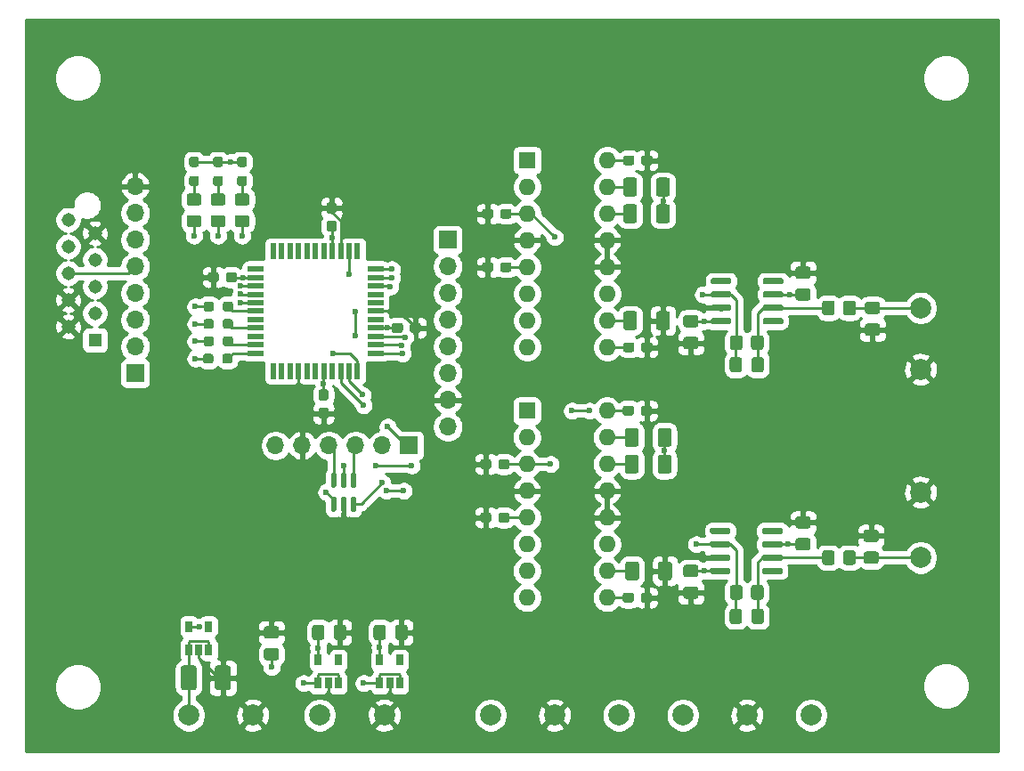
<source format=gbr>
G04 #@! TF.GenerationSoftware,KiCad,Pcbnew,(5.1.9-0-10_14)*
G04 #@! TF.CreationDate,2021-04-19T17:00:47+02:00*
G04 #@! TF.ProjectId,dac-i2s-nos,6461632d-6932-4732-9d6e-6f732e6b6963,rev?*
G04 #@! TF.SameCoordinates,Original*
G04 #@! TF.FileFunction,Copper,L1,Top*
G04 #@! TF.FilePolarity,Positive*
%FSLAX46Y46*%
G04 Gerber Fmt 4.6, Leading zero omitted, Abs format (unit mm)*
G04 Created by KiCad (PCBNEW (5.1.9-0-10_14)) date 2021-04-19 17:00:47*
%MOMM*%
%LPD*%
G01*
G04 APERTURE LIST*
G04 #@! TA.AperFunction,ComponentPad*
%ADD10O,1.700000X1.700000*%
G04 #@! TD*
G04 #@! TA.AperFunction,ComponentPad*
%ADD11R,1.700000X1.700000*%
G04 #@! TD*
G04 #@! TA.AperFunction,ComponentPad*
%ADD12C,2.000000*%
G04 #@! TD*
G04 #@! TA.AperFunction,ComponentPad*
%ADD13O,1.600000X1.600000*%
G04 #@! TD*
G04 #@! TA.AperFunction,ComponentPad*
%ADD14R,1.600000X1.600000*%
G04 #@! TD*
G04 #@! TA.AperFunction,SMDPad,CuDef*
%ADD15R,1.500000X0.550000*%
G04 #@! TD*
G04 #@! TA.AperFunction,SMDPad,CuDef*
%ADD16R,0.550000X1.500000*%
G04 #@! TD*
G04 #@! TA.AperFunction,SMDPad,CuDef*
%ADD17R,0.650000X1.060000*%
G04 #@! TD*
G04 #@! TA.AperFunction,ComponentPad*
%ADD18R,1.308000X1.308000*%
G04 #@! TD*
G04 #@! TA.AperFunction,ComponentPad*
%ADD19C,1.308000*%
G04 #@! TD*
G04 #@! TA.AperFunction,ViaPad*
%ADD20C,0.600000*%
G04 #@! TD*
G04 #@! TA.AperFunction,Conductor*
%ADD21C,0.250000*%
G04 #@! TD*
G04 #@! TA.AperFunction,Conductor*
%ADD22C,0.254000*%
G04 #@! TD*
G04 #@! TA.AperFunction,Conductor*
%ADD23C,0.100000*%
G04 #@! TD*
G04 APERTURE END LIST*
G04 #@! TA.AperFunction,SMDPad,CuDef*
G36*
G01*
X185639000Y-106737999D02*
X185639000Y-107638001D01*
G75*
G02*
X185389001Y-107888000I-249999J0D01*
G01*
X184688999Y-107888000D01*
G75*
G02*
X184439000Y-107638001I0J249999D01*
G01*
X184439000Y-106737999D01*
G75*
G02*
X184688999Y-106488000I249999J0D01*
G01*
X185389001Y-106488000D01*
G75*
G02*
X185639000Y-106737999I0J-249999D01*
G01*
G37*
G04 #@! TD.AperFunction*
G04 #@! TA.AperFunction,SMDPad,CuDef*
G36*
G01*
X187639000Y-106737999D02*
X187639000Y-107638001D01*
G75*
G02*
X187389001Y-107888000I-249999J0D01*
G01*
X186688999Y-107888000D01*
G75*
G02*
X186439000Y-107638001I0J249999D01*
G01*
X186439000Y-106737999D01*
G75*
G02*
X186688999Y-106488000I249999J0D01*
G01*
X187389001Y-106488000D01*
G75*
G02*
X187639000Y-106737999I0J-249999D01*
G01*
G37*
G04 #@! TD.AperFunction*
G04 #@! TA.AperFunction,SMDPad,CuDef*
G36*
G01*
X185639000Y-82988999D02*
X185639000Y-83889001D01*
G75*
G02*
X185389001Y-84139000I-249999J0D01*
G01*
X184688999Y-84139000D01*
G75*
G02*
X184439000Y-83889001I0J249999D01*
G01*
X184439000Y-82988999D01*
G75*
G02*
X184688999Y-82739000I249999J0D01*
G01*
X185389001Y-82739000D01*
G75*
G02*
X185639000Y-82988999I0J-249999D01*
G01*
G37*
G04 #@! TD.AperFunction*
G04 #@! TA.AperFunction,SMDPad,CuDef*
G36*
G01*
X187639000Y-82988999D02*
X187639000Y-83889001D01*
G75*
G02*
X187389001Y-84139000I-249999J0D01*
G01*
X186688999Y-84139000D01*
G75*
G02*
X186439000Y-83889001I0J249999D01*
G01*
X186439000Y-82988999D01*
G75*
G02*
X186688999Y-82739000I249999J0D01*
G01*
X187389001Y-82739000D01*
G75*
G02*
X187639000Y-82988999I0J-249999D01*
G01*
G37*
G04 #@! TD.AperFunction*
G04 #@! TA.AperFunction,SMDPad,CuDef*
G36*
G01*
X189578000Y-105700500D02*
X188628000Y-105700500D01*
G75*
G02*
X188378000Y-105450500I0J250000D01*
G01*
X188378000Y-104775500D01*
G75*
G02*
X188628000Y-104525500I250000J0D01*
G01*
X189578000Y-104525500D01*
G75*
G02*
X189828000Y-104775500I0J-250000D01*
G01*
X189828000Y-105450500D01*
G75*
G02*
X189578000Y-105700500I-250000J0D01*
G01*
G37*
G04 #@! TD.AperFunction*
G04 #@! TA.AperFunction,SMDPad,CuDef*
G36*
G01*
X189578000Y-107775500D02*
X188628000Y-107775500D01*
G75*
G02*
X188378000Y-107525500I0J250000D01*
G01*
X188378000Y-106850500D01*
G75*
G02*
X188628000Y-106600500I250000J0D01*
G01*
X189578000Y-106600500D01*
G75*
G02*
X189828000Y-106850500I0J-250000D01*
G01*
X189828000Y-107525500D01*
G75*
G02*
X189578000Y-107775500I-250000J0D01*
G01*
G37*
G04 #@! TD.AperFunction*
G04 #@! TA.AperFunction,SMDPad,CuDef*
G36*
G01*
X188755000Y-84926500D02*
X189705000Y-84926500D01*
G75*
G02*
X189955000Y-85176500I0J-250000D01*
G01*
X189955000Y-85851500D01*
G75*
G02*
X189705000Y-86101500I-250000J0D01*
G01*
X188755000Y-86101500D01*
G75*
G02*
X188505000Y-85851500I0J250000D01*
G01*
X188505000Y-85176500D01*
G75*
G02*
X188755000Y-84926500I250000J0D01*
G01*
G37*
G04 #@! TD.AperFunction*
G04 #@! TA.AperFunction,SMDPad,CuDef*
G36*
G01*
X188755000Y-82851500D02*
X189705000Y-82851500D01*
G75*
G02*
X189955000Y-83101500I0J-250000D01*
G01*
X189955000Y-83776500D01*
G75*
G02*
X189705000Y-84026500I-250000J0D01*
G01*
X188755000Y-84026500D01*
G75*
G02*
X188505000Y-83776500I0J250000D01*
G01*
X188505000Y-83101500D01*
G75*
G02*
X188755000Y-82851500I250000J0D01*
G01*
G37*
G04 #@! TD.AperFunction*
D10*
X148844000Y-94742000D03*
X148844000Y-92202000D03*
X148844000Y-89662000D03*
X148844000Y-87122000D03*
X148844000Y-84582000D03*
X148844000Y-82042000D03*
X148844000Y-79502000D03*
D11*
X148844000Y-76962000D03*
G04 #@! TA.AperFunction,SMDPad,CuDef*
G36*
G01*
X178727000Y-104798000D02*
X178727000Y-104498000D01*
G75*
G02*
X178877000Y-104348000I150000J0D01*
G01*
X180527000Y-104348000D01*
G75*
G02*
X180677000Y-104498000I0J-150000D01*
G01*
X180677000Y-104798000D01*
G75*
G02*
X180527000Y-104948000I-150000J0D01*
G01*
X178877000Y-104948000D01*
G75*
G02*
X178727000Y-104798000I0J150000D01*
G01*
G37*
G04 #@! TD.AperFunction*
G04 #@! TA.AperFunction,SMDPad,CuDef*
G36*
G01*
X178727000Y-106068000D02*
X178727000Y-105768000D01*
G75*
G02*
X178877000Y-105618000I150000J0D01*
G01*
X180527000Y-105618000D01*
G75*
G02*
X180677000Y-105768000I0J-150000D01*
G01*
X180677000Y-106068000D01*
G75*
G02*
X180527000Y-106218000I-150000J0D01*
G01*
X178877000Y-106218000D01*
G75*
G02*
X178727000Y-106068000I0J150000D01*
G01*
G37*
G04 #@! TD.AperFunction*
G04 #@! TA.AperFunction,SMDPad,CuDef*
G36*
G01*
X178727000Y-107338000D02*
X178727000Y-107038000D01*
G75*
G02*
X178877000Y-106888000I150000J0D01*
G01*
X180527000Y-106888000D01*
G75*
G02*
X180677000Y-107038000I0J-150000D01*
G01*
X180677000Y-107338000D01*
G75*
G02*
X180527000Y-107488000I-150000J0D01*
G01*
X178877000Y-107488000D01*
G75*
G02*
X178727000Y-107338000I0J150000D01*
G01*
G37*
G04 #@! TD.AperFunction*
G04 #@! TA.AperFunction,SMDPad,CuDef*
G36*
G01*
X178727000Y-108608000D02*
X178727000Y-108308000D01*
G75*
G02*
X178877000Y-108158000I150000J0D01*
G01*
X180527000Y-108158000D01*
G75*
G02*
X180677000Y-108308000I0J-150000D01*
G01*
X180677000Y-108608000D01*
G75*
G02*
X180527000Y-108758000I-150000J0D01*
G01*
X178877000Y-108758000D01*
G75*
G02*
X178727000Y-108608000I0J150000D01*
G01*
G37*
G04 #@! TD.AperFunction*
G04 #@! TA.AperFunction,SMDPad,CuDef*
G36*
G01*
X173777000Y-108608000D02*
X173777000Y-108308000D01*
G75*
G02*
X173927000Y-108158000I150000J0D01*
G01*
X175577000Y-108158000D01*
G75*
G02*
X175727000Y-108308000I0J-150000D01*
G01*
X175727000Y-108608000D01*
G75*
G02*
X175577000Y-108758000I-150000J0D01*
G01*
X173927000Y-108758000D01*
G75*
G02*
X173777000Y-108608000I0J150000D01*
G01*
G37*
G04 #@! TD.AperFunction*
G04 #@! TA.AperFunction,SMDPad,CuDef*
G36*
G01*
X173777000Y-107338000D02*
X173777000Y-107038000D01*
G75*
G02*
X173927000Y-106888000I150000J0D01*
G01*
X175577000Y-106888000D01*
G75*
G02*
X175727000Y-107038000I0J-150000D01*
G01*
X175727000Y-107338000D01*
G75*
G02*
X175577000Y-107488000I-150000J0D01*
G01*
X173927000Y-107488000D01*
G75*
G02*
X173777000Y-107338000I0J150000D01*
G01*
G37*
G04 #@! TD.AperFunction*
G04 #@! TA.AperFunction,SMDPad,CuDef*
G36*
G01*
X173777000Y-106068000D02*
X173777000Y-105768000D01*
G75*
G02*
X173927000Y-105618000I150000J0D01*
G01*
X175577000Y-105618000D01*
G75*
G02*
X175727000Y-105768000I0J-150000D01*
G01*
X175727000Y-106068000D01*
G75*
G02*
X175577000Y-106218000I-150000J0D01*
G01*
X173927000Y-106218000D01*
G75*
G02*
X173777000Y-106068000I0J150000D01*
G01*
G37*
G04 #@! TD.AperFunction*
G04 #@! TA.AperFunction,SMDPad,CuDef*
G36*
G01*
X173777000Y-104798000D02*
X173777000Y-104498000D01*
G75*
G02*
X173927000Y-104348000I150000J0D01*
G01*
X175577000Y-104348000D01*
G75*
G02*
X175727000Y-104498000I0J-150000D01*
G01*
X175727000Y-104798000D01*
G75*
G02*
X175577000Y-104948000I-150000J0D01*
G01*
X173927000Y-104948000D01*
G75*
G02*
X173777000Y-104798000I0J150000D01*
G01*
G37*
G04 #@! TD.AperFunction*
G04 #@! TA.AperFunction,SMDPad,CuDef*
G36*
G01*
X176876000Y-110039999D02*
X176876000Y-110940001D01*
G75*
G02*
X176626001Y-111190000I-249999J0D01*
G01*
X175925999Y-111190000D01*
G75*
G02*
X175676000Y-110940001I0J249999D01*
G01*
X175676000Y-110039999D01*
G75*
G02*
X175925999Y-109790000I249999J0D01*
G01*
X176626001Y-109790000D01*
G75*
G02*
X176876000Y-110039999I0J-249999D01*
G01*
G37*
G04 #@! TD.AperFunction*
G04 #@! TA.AperFunction,SMDPad,CuDef*
G36*
G01*
X178876000Y-110039999D02*
X178876000Y-110940001D01*
G75*
G02*
X178626001Y-111190000I-249999J0D01*
G01*
X177925999Y-111190000D01*
G75*
G02*
X177676000Y-110940001I0J249999D01*
G01*
X177676000Y-110039999D01*
G75*
G02*
X177925999Y-109790000I249999J0D01*
G01*
X178626001Y-109790000D01*
G75*
G02*
X178876000Y-110039999I0J-249999D01*
G01*
G37*
G04 #@! TD.AperFunction*
D12*
X193802000Y-100965000D03*
X193802000Y-107188000D03*
D13*
X163978000Y-93218000D03*
X156358000Y-110998000D03*
X163978000Y-95758000D03*
X156358000Y-108458000D03*
X163978000Y-98298000D03*
X156358000Y-105918000D03*
X163978000Y-100838000D03*
X156358000Y-103378000D03*
X163978000Y-103378000D03*
X156358000Y-100838000D03*
X163978000Y-105918000D03*
X156358000Y-98298000D03*
X163978000Y-108458000D03*
X156358000Y-95758000D03*
X163978000Y-110998000D03*
D14*
X156358000Y-93218000D03*
G04 #@! TA.AperFunction,SMDPad,CuDef*
G36*
G01*
X183101000Y-104430500D02*
X182151000Y-104430500D01*
G75*
G02*
X181901000Y-104180500I0J250000D01*
G01*
X181901000Y-103505500D01*
G75*
G02*
X182151000Y-103255500I250000J0D01*
G01*
X183101000Y-103255500D01*
G75*
G02*
X183351000Y-103505500I0J-250000D01*
G01*
X183351000Y-104180500D01*
G75*
G02*
X183101000Y-104430500I-250000J0D01*
G01*
G37*
G04 #@! TD.AperFunction*
G04 #@! TA.AperFunction,SMDPad,CuDef*
G36*
G01*
X183101000Y-106505500D02*
X182151000Y-106505500D01*
G75*
G02*
X181901000Y-106255500I0J250000D01*
G01*
X181901000Y-105580500D01*
G75*
G02*
X182151000Y-105330500I250000J0D01*
G01*
X183101000Y-105330500D01*
G75*
G02*
X183351000Y-105580500I0J-250000D01*
G01*
X183351000Y-106255500D01*
G75*
G02*
X183101000Y-106505500I-250000J0D01*
G01*
G37*
G04 #@! TD.AperFunction*
G04 #@! TA.AperFunction,SMDPad,CuDef*
G36*
G01*
X172433000Y-109045500D02*
X171483000Y-109045500D01*
G75*
G02*
X171233000Y-108795500I0J250000D01*
G01*
X171233000Y-108120500D01*
G75*
G02*
X171483000Y-107870500I250000J0D01*
G01*
X172433000Y-107870500D01*
G75*
G02*
X172683000Y-108120500I0J-250000D01*
G01*
X172683000Y-108795500D01*
G75*
G02*
X172433000Y-109045500I-250000J0D01*
G01*
G37*
G04 #@! TD.AperFunction*
G04 #@! TA.AperFunction,SMDPad,CuDef*
G36*
G01*
X172433000Y-111120500D02*
X171483000Y-111120500D01*
G75*
G02*
X171233000Y-110870500I0J250000D01*
G01*
X171233000Y-110195500D01*
G75*
G02*
X171483000Y-109945500I250000J0D01*
G01*
X172433000Y-109945500D01*
G75*
G02*
X172683000Y-110195500I0J-250000D01*
G01*
X172683000Y-110870500D01*
G75*
G02*
X172433000Y-111120500I-250000J0D01*
G01*
G37*
G04 #@! TD.AperFunction*
G04 #@! TA.AperFunction,SMDPad,CuDef*
G36*
G01*
X177720500Y-113251000D02*
X177720500Y-112301000D01*
G75*
G02*
X177970500Y-112051000I250000J0D01*
G01*
X178645500Y-112051000D01*
G75*
G02*
X178895500Y-112301000I0J-250000D01*
G01*
X178895500Y-113251000D01*
G75*
G02*
X178645500Y-113501000I-250000J0D01*
G01*
X177970500Y-113501000D01*
G75*
G02*
X177720500Y-113251000I0J250000D01*
G01*
G37*
G04 #@! TD.AperFunction*
G04 #@! TA.AperFunction,SMDPad,CuDef*
G36*
G01*
X175645500Y-113251000D02*
X175645500Y-112301000D01*
G75*
G02*
X175895500Y-112051000I250000J0D01*
G01*
X176570500Y-112051000D01*
G75*
G02*
X176820500Y-112301000I0J-250000D01*
G01*
X176820500Y-113251000D01*
G75*
G02*
X176570500Y-113501000I-250000J0D01*
G01*
X175895500Y-113501000D01*
G75*
G02*
X175645500Y-113251000I0J250000D01*
G01*
G37*
G04 #@! TD.AperFunction*
G04 #@! TA.AperFunction,SMDPad,CuDef*
G36*
G01*
X167203000Y-111235500D02*
X167203000Y-110760500D01*
G75*
G02*
X167440500Y-110523000I237500J0D01*
G01*
X168040500Y-110523000D01*
G75*
G02*
X168278000Y-110760500I0J-237500D01*
G01*
X168278000Y-111235500D01*
G75*
G02*
X168040500Y-111473000I-237500J0D01*
G01*
X167440500Y-111473000D01*
G75*
G02*
X167203000Y-111235500I0J237500D01*
G01*
G37*
G04 #@! TD.AperFunction*
G04 #@! TA.AperFunction,SMDPad,CuDef*
G36*
G01*
X165478000Y-111235500D02*
X165478000Y-110760500D01*
G75*
G02*
X165715500Y-110523000I237500J0D01*
G01*
X166315500Y-110523000D01*
G75*
G02*
X166553000Y-110760500I0J-237500D01*
G01*
X166553000Y-111235500D01*
G75*
G02*
X166315500Y-111473000I-237500J0D01*
G01*
X165715500Y-111473000D01*
G75*
G02*
X165478000Y-111235500I0J237500D01*
G01*
G37*
G04 #@! TD.AperFunction*
G04 #@! TA.AperFunction,SMDPad,CuDef*
G36*
G01*
X166553000Y-92980500D02*
X166553000Y-93455500D01*
G75*
G02*
X166315500Y-93693000I-237500J0D01*
G01*
X165715500Y-93693000D01*
G75*
G02*
X165478000Y-93455500I0J237500D01*
G01*
X165478000Y-92980500D01*
G75*
G02*
X165715500Y-92743000I237500J0D01*
G01*
X166315500Y-92743000D01*
G75*
G02*
X166553000Y-92980500I0J-237500D01*
G01*
G37*
G04 #@! TD.AperFunction*
G04 #@! TA.AperFunction,SMDPad,CuDef*
G36*
G01*
X168278000Y-92980500D02*
X168278000Y-93455500D01*
G75*
G02*
X168040500Y-93693000I-237500J0D01*
G01*
X167440500Y-93693000D01*
G75*
G02*
X167203000Y-93455500I0J237500D01*
G01*
X167203000Y-92980500D01*
G75*
G02*
X167440500Y-92743000I237500J0D01*
G01*
X168040500Y-92743000D01*
G75*
G02*
X168278000Y-92980500I0J-237500D01*
G01*
G37*
G04 #@! TD.AperFunction*
G04 #@! TA.AperFunction,SMDPad,CuDef*
G36*
G01*
X152990500Y-98060500D02*
X152990500Y-98535500D01*
G75*
G02*
X152753000Y-98773000I-237500J0D01*
G01*
X152153000Y-98773000D01*
G75*
G02*
X151915500Y-98535500I0J237500D01*
G01*
X151915500Y-98060500D01*
G75*
G02*
X152153000Y-97823000I237500J0D01*
G01*
X152753000Y-97823000D01*
G75*
G02*
X152990500Y-98060500I0J-237500D01*
G01*
G37*
G04 #@! TD.AperFunction*
G04 #@! TA.AperFunction,SMDPad,CuDef*
G36*
G01*
X154715500Y-98060500D02*
X154715500Y-98535500D01*
G75*
G02*
X154478000Y-98773000I-237500J0D01*
G01*
X153878000Y-98773000D01*
G75*
G02*
X153640500Y-98535500I0J237500D01*
G01*
X153640500Y-98060500D01*
G75*
G02*
X153878000Y-97823000I237500J0D01*
G01*
X154478000Y-97823000D01*
G75*
G02*
X154715500Y-98060500I0J-237500D01*
G01*
G37*
G04 #@! TD.AperFunction*
G04 #@! TA.AperFunction,SMDPad,CuDef*
G36*
G01*
X153640500Y-103615500D02*
X153640500Y-103140500D01*
G75*
G02*
X153878000Y-102903000I237500J0D01*
G01*
X154478000Y-102903000D01*
G75*
G02*
X154715500Y-103140500I0J-237500D01*
G01*
X154715500Y-103615500D01*
G75*
G02*
X154478000Y-103853000I-237500J0D01*
G01*
X153878000Y-103853000D01*
G75*
G02*
X153640500Y-103615500I0J237500D01*
G01*
G37*
G04 #@! TD.AperFunction*
G04 #@! TA.AperFunction,SMDPad,CuDef*
G36*
G01*
X151915500Y-103615500D02*
X151915500Y-103140500D01*
G75*
G02*
X152153000Y-102903000I237500J0D01*
G01*
X152753000Y-102903000D01*
G75*
G02*
X152990500Y-103140500I0J-237500D01*
G01*
X152990500Y-103615500D01*
G75*
G02*
X152753000Y-103853000I-237500J0D01*
G01*
X152153000Y-103853000D01*
G75*
G02*
X151915500Y-103615500I0J237500D01*
G01*
G37*
G04 #@! TD.AperFunction*
G04 #@! TA.AperFunction,SMDPad,CuDef*
G36*
G01*
X168794000Y-96408001D02*
X168794000Y-95107999D01*
G75*
G02*
X169043999Y-94858000I249999J0D01*
G01*
X169869001Y-94858000D01*
G75*
G02*
X170119000Y-95107999I0J-249999D01*
G01*
X170119000Y-96408001D01*
G75*
G02*
X169869001Y-96658000I-249999J0D01*
G01*
X169043999Y-96658000D01*
G75*
G02*
X168794000Y-96408001I0J249999D01*
G01*
G37*
G04 #@! TD.AperFunction*
G04 #@! TA.AperFunction,SMDPad,CuDef*
G36*
G01*
X165669000Y-96408001D02*
X165669000Y-95107999D01*
G75*
G02*
X165918999Y-94858000I249999J0D01*
G01*
X166744001Y-94858000D01*
G75*
G02*
X166994000Y-95107999I0J-249999D01*
G01*
X166994000Y-96408001D01*
G75*
G02*
X166744001Y-96658000I-249999J0D01*
G01*
X165918999Y-96658000D01*
G75*
G02*
X165669000Y-96408001I0J249999D01*
G01*
G37*
G04 #@! TD.AperFunction*
G04 #@! TA.AperFunction,SMDPad,CuDef*
G36*
G01*
X168794000Y-98948001D02*
X168794000Y-97647999D01*
G75*
G02*
X169043999Y-97398000I249999J0D01*
G01*
X169869001Y-97398000D01*
G75*
G02*
X170119000Y-97647999I0J-249999D01*
G01*
X170119000Y-98948001D01*
G75*
G02*
X169869001Y-99198000I-249999J0D01*
G01*
X169043999Y-99198000D01*
G75*
G02*
X168794000Y-98948001I0J249999D01*
G01*
G37*
G04 #@! TD.AperFunction*
G04 #@! TA.AperFunction,SMDPad,CuDef*
G36*
G01*
X165669000Y-98948001D02*
X165669000Y-97647999D01*
G75*
G02*
X165918999Y-97398000I249999J0D01*
G01*
X166744001Y-97398000D01*
G75*
G02*
X166994000Y-97647999I0J-249999D01*
G01*
X166994000Y-98948001D01*
G75*
G02*
X166744001Y-99198000I-249999J0D01*
G01*
X165918999Y-99198000D01*
G75*
G02*
X165669000Y-98948001I0J249999D01*
G01*
G37*
G04 #@! TD.AperFunction*
G04 #@! TA.AperFunction,SMDPad,CuDef*
G36*
G01*
X168832500Y-109108001D02*
X168832500Y-107807999D01*
G75*
G02*
X169082499Y-107558000I249999J0D01*
G01*
X169907501Y-107558000D01*
G75*
G02*
X170157500Y-107807999I0J-249999D01*
G01*
X170157500Y-109108001D01*
G75*
G02*
X169907501Y-109358000I-249999J0D01*
G01*
X169082499Y-109358000D01*
G75*
G02*
X168832500Y-109108001I0J249999D01*
G01*
G37*
G04 #@! TD.AperFunction*
G04 #@! TA.AperFunction,SMDPad,CuDef*
G36*
G01*
X165707500Y-109108001D02*
X165707500Y-107807999D01*
G75*
G02*
X165957499Y-107558000I249999J0D01*
G01*
X166782501Y-107558000D01*
G75*
G02*
X167032500Y-107807999I0J-249999D01*
G01*
X167032500Y-109108001D01*
G75*
G02*
X166782501Y-109358000I-249999J0D01*
G01*
X165957499Y-109358000D01*
G75*
G02*
X165707500Y-109108001I0J249999D01*
G01*
G37*
G04 #@! TD.AperFunction*
G04 #@! TA.AperFunction,SMDPad,CuDef*
G36*
G01*
X178790500Y-81049000D02*
X178790500Y-80749000D01*
G75*
G02*
X178940500Y-80599000I150000J0D01*
G01*
X180590500Y-80599000D01*
G75*
G02*
X180740500Y-80749000I0J-150000D01*
G01*
X180740500Y-81049000D01*
G75*
G02*
X180590500Y-81199000I-150000J0D01*
G01*
X178940500Y-81199000D01*
G75*
G02*
X178790500Y-81049000I0J150000D01*
G01*
G37*
G04 #@! TD.AperFunction*
G04 #@! TA.AperFunction,SMDPad,CuDef*
G36*
G01*
X178790500Y-82319000D02*
X178790500Y-82019000D01*
G75*
G02*
X178940500Y-81869000I150000J0D01*
G01*
X180590500Y-81869000D01*
G75*
G02*
X180740500Y-82019000I0J-150000D01*
G01*
X180740500Y-82319000D01*
G75*
G02*
X180590500Y-82469000I-150000J0D01*
G01*
X178940500Y-82469000D01*
G75*
G02*
X178790500Y-82319000I0J150000D01*
G01*
G37*
G04 #@! TD.AperFunction*
G04 #@! TA.AperFunction,SMDPad,CuDef*
G36*
G01*
X178790500Y-83589000D02*
X178790500Y-83289000D01*
G75*
G02*
X178940500Y-83139000I150000J0D01*
G01*
X180590500Y-83139000D01*
G75*
G02*
X180740500Y-83289000I0J-150000D01*
G01*
X180740500Y-83589000D01*
G75*
G02*
X180590500Y-83739000I-150000J0D01*
G01*
X178940500Y-83739000D01*
G75*
G02*
X178790500Y-83589000I0J150000D01*
G01*
G37*
G04 #@! TD.AperFunction*
G04 #@! TA.AperFunction,SMDPad,CuDef*
G36*
G01*
X178790500Y-84859000D02*
X178790500Y-84559000D01*
G75*
G02*
X178940500Y-84409000I150000J0D01*
G01*
X180590500Y-84409000D01*
G75*
G02*
X180740500Y-84559000I0J-150000D01*
G01*
X180740500Y-84859000D01*
G75*
G02*
X180590500Y-85009000I-150000J0D01*
G01*
X178940500Y-85009000D01*
G75*
G02*
X178790500Y-84859000I0J150000D01*
G01*
G37*
G04 #@! TD.AperFunction*
G04 #@! TA.AperFunction,SMDPad,CuDef*
G36*
G01*
X173840500Y-84859000D02*
X173840500Y-84559000D01*
G75*
G02*
X173990500Y-84409000I150000J0D01*
G01*
X175640500Y-84409000D01*
G75*
G02*
X175790500Y-84559000I0J-150000D01*
G01*
X175790500Y-84859000D01*
G75*
G02*
X175640500Y-85009000I-150000J0D01*
G01*
X173990500Y-85009000D01*
G75*
G02*
X173840500Y-84859000I0J150000D01*
G01*
G37*
G04 #@! TD.AperFunction*
G04 #@! TA.AperFunction,SMDPad,CuDef*
G36*
G01*
X173840500Y-83589000D02*
X173840500Y-83289000D01*
G75*
G02*
X173990500Y-83139000I150000J0D01*
G01*
X175640500Y-83139000D01*
G75*
G02*
X175790500Y-83289000I0J-150000D01*
G01*
X175790500Y-83589000D01*
G75*
G02*
X175640500Y-83739000I-150000J0D01*
G01*
X173990500Y-83739000D01*
G75*
G02*
X173840500Y-83589000I0J150000D01*
G01*
G37*
G04 #@! TD.AperFunction*
G04 #@! TA.AperFunction,SMDPad,CuDef*
G36*
G01*
X173840500Y-82319000D02*
X173840500Y-82019000D01*
G75*
G02*
X173990500Y-81869000I150000J0D01*
G01*
X175640500Y-81869000D01*
G75*
G02*
X175790500Y-82019000I0J-150000D01*
G01*
X175790500Y-82319000D01*
G75*
G02*
X175640500Y-82469000I-150000J0D01*
G01*
X173990500Y-82469000D01*
G75*
G02*
X173840500Y-82319000I0J150000D01*
G01*
G37*
G04 #@! TD.AperFunction*
G04 #@! TA.AperFunction,SMDPad,CuDef*
G36*
G01*
X173840500Y-81049000D02*
X173840500Y-80749000D01*
G75*
G02*
X173990500Y-80599000I150000J0D01*
G01*
X175640500Y-80599000D01*
G75*
G02*
X175790500Y-80749000I0J-150000D01*
G01*
X175790500Y-81049000D01*
G75*
G02*
X175640500Y-81199000I-150000J0D01*
G01*
X173990500Y-81199000D01*
G75*
G02*
X173840500Y-81049000I0J150000D01*
G01*
G37*
G04 #@! TD.AperFunction*
G04 #@! TA.AperFunction,SMDPad,CuDef*
G36*
G01*
X176876000Y-86290999D02*
X176876000Y-87191001D01*
G75*
G02*
X176626001Y-87441000I-249999J0D01*
G01*
X175925999Y-87441000D01*
G75*
G02*
X175676000Y-87191001I0J249999D01*
G01*
X175676000Y-86290999D01*
G75*
G02*
X175925999Y-86041000I249999J0D01*
G01*
X176626001Y-86041000D01*
G75*
G02*
X176876000Y-86290999I0J-249999D01*
G01*
G37*
G04 #@! TD.AperFunction*
G04 #@! TA.AperFunction,SMDPad,CuDef*
G36*
G01*
X178876000Y-86290999D02*
X178876000Y-87191001D01*
G75*
G02*
X178626001Y-87441000I-249999J0D01*
G01*
X177925999Y-87441000D01*
G75*
G02*
X177676000Y-87191001I0J249999D01*
G01*
X177676000Y-86290999D01*
G75*
G02*
X177925999Y-86041000I249999J0D01*
G01*
X178626001Y-86041000D01*
G75*
G02*
X178876000Y-86290999I0J-249999D01*
G01*
G37*
G04 #@! TD.AperFunction*
D12*
X177292000Y-122174000D03*
X171196000Y-122174000D03*
X183388000Y-122174000D03*
X193802000Y-89281000D03*
X193802000Y-83439000D03*
G04 #@! TA.AperFunction,SMDPad,CuDef*
G36*
G01*
X183101000Y-80681500D02*
X182151000Y-80681500D01*
G75*
G02*
X181901000Y-80431500I0J250000D01*
G01*
X181901000Y-79756500D01*
G75*
G02*
X182151000Y-79506500I250000J0D01*
G01*
X183101000Y-79506500D01*
G75*
G02*
X183351000Y-79756500I0J-250000D01*
G01*
X183351000Y-80431500D01*
G75*
G02*
X183101000Y-80681500I-250000J0D01*
G01*
G37*
G04 #@! TD.AperFunction*
G04 #@! TA.AperFunction,SMDPad,CuDef*
G36*
G01*
X183101000Y-82756500D02*
X182151000Y-82756500D01*
G75*
G02*
X181901000Y-82506500I0J250000D01*
G01*
X181901000Y-81831500D01*
G75*
G02*
X182151000Y-81581500I250000J0D01*
G01*
X183101000Y-81581500D01*
G75*
G02*
X183351000Y-81831500I0J-250000D01*
G01*
X183351000Y-82506500D01*
G75*
G02*
X183101000Y-82756500I-250000J0D01*
G01*
G37*
G04 #@! TD.AperFunction*
G04 #@! TA.AperFunction,SMDPad,CuDef*
G36*
G01*
X172433000Y-85296500D02*
X171483000Y-85296500D01*
G75*
G02*
X171233000Y-85046500I0J250000D01*
G01*
X171233000Y-84371500D01*
G75*
G02*
X171483000Y-84121500I250000J0D01*
G01*
X172433000Y-84121500D01*
G75*
G02*
X172683000Y-84371500I0J-250000D01*
G01*
X172683000Y-85046500D01*
G75*
G02*
X172433000Y-85296500I-250000J0D01*
G01*
G37*
G04 #@! TD.AperFunction*
G04 #@! TA.AperFunction,SMDPad,CuDef*
G36*
G01*
X172433000Y-87371500D02*
X171483000Y-87371500D01*
G75*
G02*
X171233000Y-87121500I0J250000D01*
G01*
X171233000Y-86446500D01*
G75*
G02*
X171483000Y-86196500I250000J0D01*
G01*
X172433000Y-86196500D01*
G75*
G02*
X172683000Y-86446500I0J-250000D01*
G01*
X172683000Y-87121500D01*
G75*
G02*
X172433000Y-87371500I-250000J0D01*
G01*
G37*
G04 #@! TD.AperFunction*
G04 #@! TA.AperFunction,SMDPad,CuDef*
G36*
G01*
X177720500Y-89311500D02*
X177720500Y-88361500D01*
G75*
G02*
X177970500Y-88111500I250000J0D01*
G01*
X178645500Y-88111500D01*
G75*
G02*
X178895500Y-88361500I0J-250000D01*
G01*
X178895500Y-89311500D01*
G75*
G02*
X178645500Y-89561500I-250000J0D01*
G01*
X177970500Y-89561500D01*
G75*
G02*
X177720500Y-89311500I0J250000D01*
G01*
G37*
G04 #@! TD.AperFunction*
G04 #@! TA.AperFunction,SMDPad,CuDef*
G36*
G01*
X175645500Y-89311500D02*
X175645500Y-88361500D01*
G75*
G02*
X175895500Y-88111500I250000J0D01*
G01*
X176570500Y-88111500D01*
G75*
G02*
X176820500Y-88361500I0J-250000D01*
G01*
X176820500Y-89311500D01*
G75*
G02*
X176570500Y-89561500I-250000J0D01*
G01*
X175895500Y-89561500D01*
G75*
G02*
X175645500Y-89311500I0J250000D01*
G01*
G37*
G04 #@! TD.AperFunction*
X159004000Y-122174000D03*
X152908000Y-122174000D03*
X165100000Y-122174000D03*
G04 #@! TA.AperFunction,SMDPad,CuDef*
G36*
G01*
X167240000Y-87423000D02*
X167240000Y-86948000D01*
G75*
G02*
X167477500Y-86710500I237500J0D01*
G01*
X168077500Y-86710500D01*
G75*
G02*
X168315000Y-86948000I0J-237500D01*
G01*
X168315000Y-87423000D01*
G75*
G02*
X168077500Y-87660500I-237500J0D01*
G01*
X167477500Y-87660500D01*
G75*
G02*
X167240000Y-87423000I0J237500D01*
G01*
G37*
G04 #@! TD.AperFunction*
G04 #@! TA.AperFunction,SMDPad,CuDef*
G36*
G01*
X165515000Y-87423000D02*
X165515000Y-86948000D01*
G75*
G02*
X165752500Y-86710500I237500J0D01*
G01*
X166352500Y-86710500D01*
G75*
G02*
X166590000Y-86948000I0J-237500D01*
G01*
X166590000Y-87423000D01*
G75*
G02*
X166352500Y-87660500I-237500J0D01*
G01*
X165752500Y-87660500D01*
G75*
G02*
X165515000Y-87423000I0J237500D01*
G01*
G37*
G04 #@! TD.AperFunction*
G04 #@! TA.AperFunction,SMDPad,CuDef*
G36*
G01*
X153831000Y-79803000D02*
X153831000Y-79328000D01*
G75*
G02*
X154068500Y-79090500I237500J0D01*
G01*
X154668500Y-79090500D01*
G75*
G02*
X154906000Y-79328000I0J-237500D01*
G01*
X154906000Y-79803000D01*
G75*
G02*
X154668500Y-80040500I-237500J0D01*
G01*
X154068500Y-80040500D01*
G75*
G02*
X153831000Y-79803000I0J237500D01*
G01*
G37*
G04 #@! TD.AperFunction*
G04 #@! TA.AperFunction,SMDPad,CuDef*
G36*
G01*
X152106000Y-79803000D02*
X152106000Y-79328000D01*
G75*
G02*
X152343500Y-79090500I237500J0D01*
G01*
X152943500Y-79090500D01*
G75*
G02*
X153181000Y-79328000I0J-237500D01*
G01*
X153181000Y-79803000D01*
G75*
G02*
X152943500Y-80040500I-237500J0D01*
G01*
X152343500Y-80040500D01*
G75*
G02*
X152106000Y-79803000I0J237500D01*
G01*
G37*
G04 #@! TD.AperFunction*
G04 #@! TA.AperFunction,SMDPad,CuDef*
G36*
G01*
X166590000Y-69168000D02*
X166590000Y-69643000D01*
G75*
G02*
X166352500Y-69880500I-237500J0D01*
G01*
X165752500Y-69880500D01*
G75*
G02*
X165515000Y-69643000I0J237500D01*
G01*
X165515000Y-69168000D01*
G75*
G02*
X165752500Y-68930500I237500J0D01*
G01*
X166352500Y-68930500D01*
G75*
G02*
X166590000Y-69168000I0J-237500D01*
G01*
G37*
G04 #@! TD.AperFunction*
G04 #@! TA.AperFunction,SMDPad,CuDef*
G36*
G01*
X168315000Y-69168000D02*
X168315000Y-69643000D01*
G75*
G02*
X168077500Y-69880500I-237500J0D01*
G01*
X167477500Y-69880500D01*
G75*
G02*
X167240000Y-69643000I0J237500D01*
G01*
X167240000Y-69168000D01*
G75*
G02*
X167477500Y-68930500I237500J0D01*
G01*
X168077500Y-68930500D01*
G75*
G02*
X168315000Y-69168000I0J-237500D01*
G01*
G37*
G04 #@! TD.AperFunction*
G04 #@! TA.AperFunction,SMDPad,CuDef*
G36*
G01*
X168642000Y-72595501D02*
X168642000Y-71295499D01*
G75*
G02*
X168891999Y-71045500I249999J0D01*
G01*
X169717001Y-71045500D01*
G75*
G02*
X169967000Y-71295499I0J-249999D01*
G01*
X169967000Y-72595501D01*
G75*
G02*
X169717001Y-72845500I-249999J0D01*
G01*
X168891999Y-72845500D01*
G75*
G02*
X168642000Y-72595501I0J249999D01*
G01*
G37*
G04 #@! TD.AperFunction*
G04 #@! TA.AperFunction,SMDPad,CuDef*
G36*
G01*
X165517000Y-72595501D02*
X165517000Y-71295499D01*
G75*
G02*
X165766999Y-71045500I249999J0D01*
G01*
X166592001Y-71045500D01*
G75*
G02*
X166842000Y-71295499I0J-249999D01*
G01*
X166842000Y-72595501D01*
G75*
G02*
X166592001Y-72845500I-249999J0D01*
G01*
X165766999Y-72845500D01*
G75*
G02*
X165517000Y-72595501I0J249999D01*
G01*
G37*
G04 #@! TD.AperFunction*
G04 #@! TA.AperFunction,SMDPad,CuDef*
G36*
G01*
X168642000Y-75135501D02*
X168642000Y-73835499D01*
G75*
G02*
X168891999Y-73585500I249999J0D01*
G01*
X169717001Y-73585500D01*
G75*
G02*
X169967000Y-73835499I0J-249999D01*
G01*
X169967000Y-75135501D01*
G75*
G02*
X169717001Y-75385500I-249999J0D01*
G01*
X168891999Y-75385500D01*
G75*
G02*
X168642000Y-75135501I0J249999D01*
G01*
G37*
G04 #@! TD.AperFunction*
G04 #@! TA.AperFunction,SMDPad,CuDef*
G36*
G01*
X165517000Y-75135501D02*
X165517000Y-73835499D01*
G75*
G02*
X165766999Y-73585500I249999J0D01*
G01*
X166592001Y-73585500D01*
G75*
G02*
X166842000Y-73835499I0J-249999D01*
G01*
X166842000Y-75135501D01*
G75*
G02*
X166592001Y-75385500I-249999J0D01*
G01*
X165766999Y-75385500D01*
G75*
G02*
X165517000Y-75135501I0J249999D01*
G01*
G37*
G04 #@! TD.AperFunction*
G04 #@! TA.AperFunction,SMDPad,CuDef*
G36*
G01*
X168642000Y-85295501D02*
X168642000Y-83995499D01*
G75*
G02*
X168891999Y-83745500I249999J0D01*
G01*
X169717001Y-83745500D01*
G75*
G02*
X169967000Y-83995499I0J-249999D01*
G01*
X169967000Y-85295501D01*
G75*
G02*
X169717001Y-85545500I-249999J0D01*
G01*
X168891999Y-85545500D01*
G75*
G02*
X168642000Y-85295501I0J249999D01*
G01*
G37*
G04 #@! TD.AperFunction*
G04 #@! TA.AperFunction,SMDPad,CuDef*
G36*
G01*
X165517000Y-85295501D02*
X165517000Y-83995499D01*
G75*
G02*
X165766999Y-83745500I249999J0D01*
G01*
X166592001Y-83745500D01*
G75*
G02*
X166842000Y-83995499I0J-249999D01*
G01*
X166842000Y-85295501D01*
G75*
G02*
X166592001Y-85545500I-249999J0D01*
G01*
X165766999Y-85545500D01*
G75*
G02*
X165517000Y-85295501I0J249999D01*
G01*
G37*
G04 #@! TD.AperFunction*
G04 #@! TA.AperFunction,SMDPad,CuDef*
G36*
G01*
X153181000Y-74248000D02*
X153181000Y-74723000D01*
G75*
G02*
X152943500Y-74960500I-237500J0D01*
G01*
X152343500Y-74960500D01*
G75*
G02*
X152106000Y-74723000I0J237500D01*
G01*
X152106000Y-74248000D01*
G75*
G02*
X152343500Y-74010500I237500J0D01*
G01*
X152943500Y-74010500D01*
G75*
G02*
X153181000Y-74248000I0J-237500D01*
G01*
G37*
G04 #@! TD.AperFunction*
G04 #@! TA.AperFunction,SMDPad,CuDef*
G36*
G01*
X154906000Y-74248000D02*
X154906000Y-74723000D01*
G75*
G02*
X154668500Y-74960500I-237500J0D01*
G01*
X154068500Y-74960500D01*
G75*
G02*
X153831000Y-74723000I0J237500D01*
G01*
X153831000Y-74248000D01*
G75*
G02*
X154068500Y-74010500I237500J0D01*
G01*
X154668500Y-74010500D01*
G75*
G02*
X154906000Y-74248000I0J-237500D01*
G01*
G37*
G04 #@! TD.AperFunction*
G04 #@! TA.AperFunction,SMDPad,CuDef*
G36*
G01*
X138012500Y-114775000D02*
X138012500Y-113825000D01*
G75*
G02*
X138262500Y-113575000I250000J0D01*
G01*
X138937500Y-113575000D01*
G75*
G02*
X139187500Y-113825000I0J-250000D01*
G01*
X139187500Y-114775000D01*
G75*
G02*
X138937500Y-115025000I-250000J0D01*
G01*
X138262500Y-115025000D01*
G75*
G02*
X138012500Y-114775000I0J250000D01*
G01*
G37*
G04 #@! TD.AperFunction*
G04 #@! TA.AperFunction,SMDPad,CuDef*
G36*
G01*
X135937500Y-114775000D02*
X135937500Y-113825000D01*
G75*
G02*
X136187500Y-113575000I250000J0D01*
G01*
X136862500Y-113575000D01*
G75*
G02*
X137112500Y-113825000I0J-250000D01*
G01*
X137112500Y-114775000D01*
G75*
G02*
X136862500Y-115025000I-250000J0D01*
G01*
X136187500Y-115025000D01*
G75*
G02*
X135937500Y-114775000I0J250000D01*
G01*
G37*
G04 #@! TD.AperFunction*
G04 #@! TA.AperFunction,SMDPad,CuDef*
G36*
G01*
X143854500Y-114775000D02*
X143854500Y-113825000D01*
G75*
G02*
X144104500Y-113575000I250000J0D01*
G01*
X144779500Y-113575000D01*
G75*
G02*
X145029500Y-113825000I0J-250000D01*
G01*
X145029500Y-114775000D01*
G75*
G02*
X144779500Y-115025000I-250000J0D01*
G01*
X144104500Y-115025000D01*
G75*
G02*
X143854500Y-114775000I0J250000D01*
G01*
G37*
G04 #@! TD.AperFunction*
G04 #@! TA.AperFunction,SMDPad,CuDef*
G36*
G01*
X141779500Y-114775000D02*
X141779500Y-113825000D01*
G75*
G02*
X142029500Y-113575000I250000J0D01*
G01*
X142704500Y-113575000D01*
G75*
G02*
X142954500Y-113825000I0J-250000D01*
G01*
X142954500Y-114775000D01*
G75*
G02*
X142704500Y-115025000I-250000J0D01*
G01*
X142029500Y-115025000D01*
G75*
G02*
X141779500Y-114775000I0J250000D01*
G01*
G37*
G04 #@! TD.AperFunction*
G04 #@! TA.AperFunction,SMDPad,CuDef*
G36*
G01*
X132555000Y-114887500D02*
X131605000Y-114887500D01*
G75*
G02*
X131355000Y-114637500I0J250000D01*
G01*
X131355000Y-113962500D01*
G75*
G02*
X131605000Y-113712500I250000J0D01*
G01*
X132555000Y-113712500D01*
G75*
G02*
X132805000Y-113962500I0J-250000D01*
G01*
X132805000Y-114637500D01*
G75*
G02*
X132555000Y-114887500I-250000J0D01*
G01*
G37*
G04 #@! TD.AperFunction*
G04 #@! TA.AperFunction,SMDPad,CuDef*
G36*
G01*
X132555000Y-116962500D02*
X131605000Y-116962500D01*
G75*
G02*
X131355000Y-116712500I0J250000D01*
G01*
X131355000Y-116037500D01*
G75*
G02*
X131605000Y-115787500I250000J0D01*
G01*
X132555000Y-115787500D01*
G75*
G02*
X132805000Y-116037500I0J-250000D01*
G01*
X132805000Y-116712500D01*
G75*
G02*
X132555000Y-116962500I-250000J0D01*
G01*
G37*
G04 #@! TD.AperFunction*
D13*
X164002501Y-69393001D03*
X156382501Y-87173001D03*
X164002501Y-71933001D03*
X156382501Y-84633001D03*
X164002501Y-74473001D03*
X156382501Y-82093001D03*
X164002501Y-77013001D03*
X156382501Y-79553001D03*
X164002501Y-79553001D03*
X156382501Y-77013001D03*
X164002501Y-82093001D03*
X156382501Y-74473001D03*
X164002501Y-84633001D03*
X156382501Y-71933001D03*
X164002501Y-87173001D03*
D14*
X156382501Y-69393001D03*
G04 #@! TA.AperFunction,SMDPad,CuDef*
G36*
G01*
X124476500Y-70886500D02*
X124951500Y-70886500D01*
G75*
G02*
X125189000Y-71124000I0J-237500D01*
G01*
X125189000Y-71624000D01*
G75*
G02*
X124951500Y-71861500I-237500J0D01*
G01*
X124476500Y-71861500D01*
G75*
G02*
X124239000Y-71624000I0J237500D01*
G01*
X124239000Y-71124000D01*
G75*
G02*
X124476500Y-70886500I237500J0D01*
G01*
G37*
G04 #@! TD.AperFunction*
G04 #@! TA.AperFunction,SMDPad,CuDef*
G36*
G01*
X124476500Y-69061500D02*
X124951500Y-69061500D01*
G75*
G02*
X125189000Y-69299000I0J-237500D01*
G01*
X125189000Y-69799000D01*
G75*
G02*
X124951500Y-70036500I-237500J0D01*
G01*
X124476500Y-70036500D01*
G75*
G02*
X124239000Y-69799000I0J237500D01*
G01*
X124239000Y-69299000D01*
G75*
G02*
X124476500Y-69061500I237500J0D01*
G01*
G37*
G04 #@! TD.AperFunction*
G04 #@! TA.AperFunction,SMDPad,CuDef*
G36*
G01*
X126762500Y-70886500D02*
X127237500Y-70886500D01*
G75*
G02*
X127475000Y-71124000I0J-237500D01*
G01*
X127475000Y-71624000D01*
G75*
G02*
X127237500Y-71861500I-237500J0D01*
G01*
X126762500Y-71861500D01*
G75*
G02*
X126525000Y-71624000I0J237500D01*
G01*
X126525000Y-71124000D01*
G75*
G02*
X126762500Y-70886500I237500J0D01*
G01*
G37*
G04 #@! TD.AperFunction*
G04 #@! TA.AperFunction,SMDPad,CuDef*
G36*
G01*
X126762500Y-69061500D02*
X127237500Y-69061500D01*
G75*
G02*
X127475000Y-69299000I0J-237500D01*
G01*
X127475000Y-69799000D01*
G75*
G02*
X127237500Y-70036500I-237500J0D01*
G01*
X126762500Y-70036500D01*
G75*
G02*
X126525000Y-69799000I0J237500D01*
G01*
X126525000Y-69299000D01*
G75*
G02*
X126762500Y-69061500I237500J0D01*
G01*
G37*
G04 #@! TD.AperFunction*
G04 #@! TA.AperFunction,SMDPad,CuDef*
G36*
G01*
X129048500Y-70886500D02*
X129523500Y-70886500D01*
G75*
G02*
X129761000Y-71124000I0J-237500D01*
G01*
X129761000Y-71624000D01*
G75*
G02*
X129523500Y-71861500I-237500J0D01*
G01*
X129048500Y-71861500D01*
G75*
G02*
X128811000Y-71624000I0J237500D01*
G01*
X128811000Y-71124000D01*
G75*
G02*
X129048500Y-70886500I237500J0D01*
G01*
G37*
G04 #@! TD.AperFunction*
G04 #@! TA.AperFunction,SMDPad,CuDef*
G36*
G01*
X129048500Y-69061500D02*
X129523500Y-69061500D01*
G75*
G02*
X129761000Y-69299000I0J-237500D01*
G01*
X129761000Y-69799000D01*
G75*
G02*
X129523500Y-70036500I-237500J0D01*
G01*
X129048500Y-70036500D01*
G75*
G02*
X128811000Y-69799000I0J237500D01*
G01*
X128811000Y-69299000D01*
G75*
G02*
X129048500Y-69061500I237500J0D01*
G01*
G37*
G04 #@! TD.AperFunction*
G04 #@! TA.AperFunction,SMDPad,CuDef*
G36*
G01*
X125164001Y-73709000D02*
X124263999Y-73709000D01*
G75*
G02*
X124014000Y-73459001I0J249999D01*
G01*
X124014000Y-72808999D01*
G75*
G02*
X124263999Y-72559000I249999J0D01*
G01*
X125164001Y-72559000D01*
G75*
G02*
X125414000Y-72808999I0J-249999D01*
G01*
X125414000Y-73459001D01*
G75*
G02*
X125164001Y-73709000I-249999J0D01*
G01*
G37*
G04 #@! TD.AperFunction*
G04 #@! TA.AperFunction,SMDPad,CuDef*
G36*
G01*
X125164001Y-75759000D02*
X124263999Y-75759000D01*
G75*
G02*
X124014000Y-75509001I0J249999D01*
G01*
X124014000Y-74858999D01*
G75*
G02*
X124263999Y-74609000I249999J0D01*
G01*
X125164001Y-74609000D01*
G75*
G02*
X125414000Y-74858999I0J-249999D01*
G01*
X125414000Y-75509001D01*
G75*
G02*
X125164001Y-75759000I-249999J0D01*
G01*
G37*
G04 #@! TD.AperFunction*
G04 #@! TA.AperFunction,SMDPad,CuDef*
G36*
G01*
X127450001Y-73709000D02*
X126549999Y-73709000D01*
G75*
G02*
X126300000Y-73459001I0J249999D01*
G01*
X126300000Y-72808999D01*
G75*
G02*
X126549999Y-72559000I249999J0D01*
G01*
X127450001Y-72559000D01*
G75*
G02*
X127700000Y-72808999I0J-249999D01*
G01*
X127700000Y-73459001D01*
G75*
G02*
X127450001Y-73709000I-249999J0D01*
G01*
G37*
G04 #@! TD.AperFunction*
G04 #@! TA.AperFunction,SMDPad,CuDef*
G36*
G01*
X127450001Y-75759000D02*
X126549999Y-75759000D01*
G75*
G02*
X126300000Y-75509001I0J249999D01*
G01*
X126300000Y-74858999D01*
G75*
G02*
X126549999Y-74609000I249999J0D01*
G01*
X127450001Y-74609000D01*
G75*
G02*
X127700000Y-74858999I0J-249999D01*
G01*
X127700000Y-75509001D01*
G75*
G02*
X127450001Y-75759000I-249999J0D01*
G01*
G37*
G04 #@! TD.AperFunction*
G04 #@! TA.AperFunction,SMDPad,CuDef*
G36*
G01*
X129736001Y-73709000D02*
X128835999Y-73709000D01*
G75*
G02*
X128586000Y-73459001I0J249999D01*
G01*
X128586000Y-72808999D01*
G75*
G02*
X128835999Y-72559000I249999J0D01*
G01*
X129736001Y-72559000D01*
G75*
G02*
X129986000Y-72808999I0J-249999D01*
G01*
X129986000Y-73459001D01*
G75*
G02*
X129736001Y-73709000I-249999J0D01*
G01*
G37*
G04 #@! TD.AperFunction*
G04 #@! TA.AperFunction,SMDPad,CuDef*
G36*
G01*
X129736001Y-75759000D02*
X128835999Y-75759000D01*
G75*
G02*
X128586000Y-75509001I0J249999D01*
G01*
X128586000Y-74858999D01*
G75*
G02*
X128835999Y-74609000I249999J0D01*
G01*
X129736001Y-74609000D01*
G75*
G02*
X129986000Y-74858999I0J-249999D01*
G01*
X129986000Y-75509001D01*
G75*
G02*
X129736001Y-75759000I-249999J0D01*
G01*
G37*
G04 #@! TD.AperFunction*
G04 #@! TA.AperFunction,SMDPad,CuDef*
G36*
G01*
X137557500Y-75128000D02*
X138032500Y-75128000D01*
G75*
G02*
X138270000Y-75365500I0J-237500D01*
G01*
X138270000Y-75965500D01*
G75*
G02*
X138032500Y-76203000I-237500J0D01*
G01*
X137557500Y-76203000D01*
G75*
G02*
X137320000Y-75965500I0J237500D01*
G01*
X137320000Y-75365500D01*
G75*
G02*
X137557500Y-75128000I237500J0D01*
G01*
G37*
G04 #@! TD.AperFunction*
G04 #@! TA.AperFunction,SMDPad,CuDef*
G36*
G01*
X137557500Y-73403000D02*
X138032500Y-73403000D01*
G75*
G02*
X138270000Y-73640500I0J-237500D01*
G01*
X138270000Y-74240500D01*
G75*
G02*
X138032500Y-74478000I-237500J0D01*
G01*
X137557500Y-74478000D01*
G75*
G02*
X137320000Y-74240500I0J237500D01*
G01*
X137320000Y-73640500D01*
G75*
G02*
X137557500Y-73403000I237500J0D01*
G01*
G37*
G04 #@! TD.AperFunction*
G04 #@! TA.AperFunction,SMDPad,CuDef*
G36*
G01*
X144582000Y-85106500D02*
X144582000Y-85581500D01*
G75*
G02*
X144344500Y-85819000I-237500J0D01*
G01*
X143744500Y-85819000D01*
G75*
G02*
X143507000Y-85581500I0J237500D01*
G01*
X143507000Y-85106500D01*
G75*
G02*
X143744500Y-84869000I237500J0D01*
G01*
X144344500Y-84869000D01*
G75*
G02*
X144582000Y-85106500I0J-237500D01*
G01*
G37*
G04 #@! TD.AperFunction*
G04 #@! TA.AperFunction,SMDPad,CuDef*
G36*
G01*
X146307000Y-85106500D02*
X146307000Y-85581500D01*
G75*
G02*
X146069500Y-85819000I-237500J0D01*
G01*
X145469500Y-85819000D01*
G75*
G02*
X145232000Y-85581500I0J237500D01*
G01*
X145232000Y-85106500D01*
G75*
G02*
X145469500Y-84869000I237500J0D01*
G01*
X146069500Y-84869000D01*
G75*
G02*
X146307000Y-85106500I0J-237500D01*
G01*
G37*
G04 #@! TD.AperFunction*
G04 #@! TA.AperFunction,SMDPad,CuDef*
G36*
G01*
X127732500Y-80755500D02*
X127732500Y-80280500D01*
G75*
G02*
X127970000Y-80043000I237500J0D01*
G01*
X128570000Y-80043000D01*
G75*
G02*
X128807500Y-80280500I0J-237500D01*
G01*
X128807500Y-80755500D01*
G75*
G02*
X128570000Y-80993000I-237500J0D01*
G01*
X127970000Y-80993000D01*
G75*
G02*
X127732500Y-80755500I0J237500D01*
G01*
G37*
G04 #@! TD.AperFunction*
G04 #@! TA.AperFunction,SMDPad,CuDef*
G36*
G01*
X126007500Y-80755500D02*
X126007500Y-80280500D01*
G75*
G02*
X126245000Y-80043000I237500J0D01*
G01*
X126845000Y-80043000D01*
G75*
G02*
X127082500Y-80280500I0J-237500D01*
G01*
X127082500Y-80755500D01*
G75*
G02*
X126845000Y-80993000I-237500J0D01*
G01*
X126245000Y-80993000D01*
G75*
G02*
X126007500Y-80755500I0J237500D01*
G01*
G37*
G04 #@! TD.AperFunction*
G04 #@! TA.AperFunction,SMDPad,CuDef*
G36*
G01*
X138113000Y-100534500D02*
X137863000Y-100534500D01*
G75*
G02*
X137738000Y-100409500I0J125000D01*
G01*
X137738000Y-99234500D01*
G75*
G02*
X137863000Y-99109500I125000J0D01*
G01*
X138113000Y-99109500D01*
G75*
G02*
X138238000Y-99234500I0J-125000D01*
G01*
X138238000Y-100409500D01*
G75*
G02*
X138113000Y-100534500I-125000J0D01*
G01*
G37*
G04 #@! TD.AperFunction*
G04 #@! TA.AperFunction,SMDPad,CuDef*
G36*
G01*
X139063000Y-100534500D02*
X138813000Y-100534500D01*
G75*
G02*
X138688000Y-100409500I0J125000D01*
G01*
X138688000Y-99234500D01*
G75*
G02*
X138813000Y-99109500I125000J0D01*
G01*
X139063000Y-99109500D01*
G75*
G02*
X139188000Y-99234500I0J-125000D01*
G01*
X139188000Y-100409500D01*
G75*
G02*
X139063000Y-100534500I-125000J0D01*
G01*
G37*
G04 #@! TD.AperFunction*
G04 #@! TA.AperFunction,SMDPad,CuDef*
G36*
G01*
X140013000Y-100534500D02*
X139763000Y-100534500D01*
G75*
G02*
X139638000Y-100409500I0J125000D01*
G01*
X139638000Y-99234500D01*
G75*
G02*
X139763000Y-99109500I125000J0D01*
G01*
X140013000Y-99109500D01*
G75*
G02*
X140138000Y-99234500I0J-125000D01*
G01*
X140138000Y-100409500D01*
G75*
G02*
X140013000Y-100534500I-125000J0D01*
G01*
G37*
G04 #@! TD.AperFunction*
G04 #@! TA.AperFunction,SMDPad,CuDef*
G36*
G01*
X140013000Y-102809500D02*
X139763000Y-102809500D01*
G75*
G02*
X139638000Y-102684500I0J125000D01*
G01*
X139638000Y-101509500D01*
G75*
G02*
X139763000Y-101384500I125000J0D01*
G01*
X140013000Y-101384500D01*
G75*
G02*
X140138000Y-101509500I0J-125000D01*
G01*
X140138000Y-102684500D01*
G75*
G02*
X140013000Y-102809500I-125000J0D01*
G01*
G37*
G04 #@! TD.AperFunction*
G04 #@! TA.AperFunction,SMDPad,CuDef*
G36*
G01*
X139063000Y-102809500D02*
X138813000Y-102809500D01*
G75*
G02*
X138688000Y-102684500I0J125000D01*
G01*
X138688000Y-101509500D01*
G75*
G02*
X138813000Y-101384500I125000J0D01*
G01*
X139063000Y-101384500D01*
G75*
G02*
X139188000Y-101509500I0J-125000D01*
G01*
X139188000Y-102684500D01*
G75*
G02*
X139063000Y-102809500I-125000J0D01*
G01*
G37*
G04 #@! TD.AperFunction*
G04 #@! TA.AperFunction,SMDPad,CuDef*
G36*
G01*
X138113000Y-102809500D02*
X137863000Y-102809500D01*
G75*
G02*
X137738000Y-102684500I0J125000D01*
G01*
X137738000Y-101509500D01*
G75*
G02*
X137863000Y-101384500I125000J0D01*
G01*
X138113000Y-101384500D01*
G75*
G02*
X138238000Y-101509500I0J-125000D01*
G01*
X138238000Y-102684500D01*
G75*
G02*
X138113000Y-102809500I-125000J0D01*
G01*
G37*
G04 #@! TD.AperFunction*
D15*
X130556000Y-87744000D03*
X130556000Y-86944000D03*
X130556000Y-86144000D03*
X130556000Y-85344000D03*
X130556000Y-84544000D03*
X130556000Y-83744000D03*
X130556000Y-82944000D03*
X130556000Y-82144000D03*
X130556000Y-81344000D03*
X130556000Y-80544000D03*
X130556000Y-79744000D03*
D16*
X132256000Y-78044000D03*
X133056000Y-78044000D03*
X133856000Y-78044000D03*
X134656000Y-78044000D03*
X135456000Y-78044000D03*
X136256000Y-78044000D03*
X137056000Y-78044000D03*
X137856000Y-78044000D03*
X138656000Y-78044000D03*
X139456000Y-78044000D03*
X140256000Y-78044000D03*
D15*
X141956000Y-79744000D03*
X141956000Y-80544000D03*
X141956000Y-81344000D03*
X141956000Y-82144000D03*
X141956000Y-82944000D03*
X141956000Y-83744000D03*
X141956000Y-84544000D03*
X141956000Y-85344000D03*
X141956000Y-86144000D03*
X141956000Y-86944000D03*
X141956000Y-87744000D03*
D16*
X140256000Y-89444000D03*
X139456000Y-89444000D03*
X138656000Y-89444000D03*
X137856000Y-89444000D03*
X137056000Y-89444000D03*
X136256000Y-89444000D03*
X135456000Y-89444000D03*
X134656000Y-89444000D03*
X133856000Y-89444000D03*
X133056000Y-89444000D03*
X132256000Y-89444000D03*
D17*
X136530000Y-116926000D03*
X138430000Y-116926000D03*
X138430000Y-119126000D03*
X137480000Y-119126000D03*
X136530000Y-119126000D03*
X142367000Y-116926000D03*
X144267000Y-116926000D03*
X144267000Y-119126000D03*
X143317000Y-119126000D03*
X142367000Y-119126000D03*
X124206000Y-113751000D03*
X126106000Y-113751000D03*
X126106000Y-115951000D03*
X125156000Y-115951000D03*
X124206000Y-115951000D03*
D10*
X132461000Y-96520000D03*
X135001000Y-96520000D03*
X137541000Y-96520000D03*
X140081000Y-96520000D03*
X142621000Y-96520000D03*
D11*
X145161000Y-96520000D03*
G04 #@! TA.AperFunction,SMDPad,CuDef*
G36*
G01*
X137270500Y-92258000D02*
X136795500Y-92258000D01*
G75*
G02*
X136558000Y-92020500I0J237500D01*
G01*
X136558000Y-91420500D01*
G75*
G02*
X136795500Y-91183000I237500J0D01*
G01*
X137270500Y-91183000D01*
G75*
G02*
X137508000Y-91420500I0J-237500D01*
G01*
X137508000Y-92020500D01*
G75*
G02*
X137270500Y-92258000I-237500J0D01*
G01*
G37*
G04 #@! TD.AperFunction*
G04 #@! TA.AperFunction,SMDPad,CuDef*
G36*
G01*
X137270500Y-93983000D02*
X136795500Y-93983000D01*
G75*
G02*
X136558000Y-93745500I0J237500D01*
G01*
X136558000Y-93145500D01*
G75*
G02*
X136795500Y-92908000I237500J0D01*
G01*
X137270500Y-92908000D01*
G75*
G02*
X137508000Y-93145500I0J-237500D01*
G01*
X137508000Y-93745500D01*
G75*
G02*
X137270500Y-93983000I-237500J0D01*
G01*
G37*
G04 #@! TD.AperFunction*
G04 #@! TA.AperFunction,SMDPad,CuDef*
G36*
G01*
X126706000Y-119543000D02*
X126706000Y-117693000D01*
G75*
G02*
X126956000Y-117443000I250000J0D01*
G01*
X127956000Y-117443000D01*
G75*
G02*
X128206000Y-117693000I0J-250000D01*
G01*
X128206000Y-119543000D01*
G75*
G02*
X127956000Y-119793000I-250000J0D01*
G01*
X126956000Y-119793000D01*
G75*
G02*
X126706000Y-119543000I0J250000D01*
G01*
G37*
G04 #@! TD.AperFunction*
G04 #@! TA.AperFunction,SMDPad,CuDef*
G36*
G01*
X123456000Y-119543000D02*
X123456000Y-117693000D01*
G75*
G02*
X123706000Y-117443000I250000J0D01*
G01*
X124706000Y-117443000D01*
G75*
G02*
X124956000Y-117693000I0J-250000D01*
G01*
X124956000Y-119543000D01*
G75*
G02*
X124706000Y-119793000I-250000J0D01*
G01*
X123706000Y-119793000D01*
G75*
G02*
X123456000Y-119543000I0J250000D01*
G01*
G37*
G04 #@! TD.AperFunction*
G04 #@! TA.AperFunction,SMDPad,CuDef*
G36*
G01*
X127448500Y-83549500D02*
X127448500Y-83074500D01*
G75*
G02*
X127686000Y-82837000I237500J0D01*
G01*
X128186000Y-82837000D01*
G75*
G02*
X128423500Y-83074500I0J-237500D01*
G01*
X128423500Y-83549500D01*
G75*
G02*
X128186000Y-83787000I-237500J0D01*
G01*
X127686000Y-83787000D01*
G75*
G02*
X127448500Y-83549500I0J237500D01*
G01*
G37*
G04 #@! TD.AperFunction*
G04 #@! TA.AperFunction,SMDPad,CuDef*
G36*
G01*
X125623500Y-83549500D02*
X125623500Y-83074500D01*
G75*
G02*
X125861000Y-82837000I237500J0D01*
G01*
X126361000Y-82837000D01*
G75*
G02*
X126598500Y-83074500I0J-237500D01*
G01*
X126598500Y-83549500D01*
G75*
G02*
X126361000Y-83787000I-237500J0D01*
G01*
X125861000Y-83787000D01*
G75*
G02*
X125623500Y-83549500I0J237500D01*
G01*
G37*
G04 #@! TD.AperFunction*
G04 #@! TA.AperFunction,SMDPad,CuDef*
G36*
G01*
X127448500Y-85200500D02*
X127448500Y-84725500D01*
G75*
G02*
X127686000Y-84488000I237500J0D01*
G01*
X128186000Y-84488000D01*
G75*
G02*
X128423500Y-84725500I0J-237500D01*
G01*
X128423500Y-85200500D01*
G75*
G02*
X128186000Y-85438000I-237500J0D01*
G01*
X127686000Y-85438000D01*
G75*
G02*
X127448500Y-85200500I0J237500D01*
G01*
G37*
G04 #@! TD.AperFunction*
G04 #@! TA.AperFunction,SMDPad,CuDef*
G36*
G01*
X125623500Y-85200500D02*
X125623500Y-84725500D01*
G75*
G02*
X125861000Y-84488000I237500J0D01*
G01*
X126361000Y-84488000D01*
G75*
G02*
X126598500Y-84725500I0J-237500D01*
G01*
X126598500Y-85200500D01*
G75*
G02*
X126361000Y-85438000I-237500J0D01*
G01*
X125861000Y-85438000D01*
G75*
G02*
X125623500Y-85200500I0J237500D01*
G01*
G37*
G04 #@! TD.AperFunction*
G04 #@! TA.AperFunction,SMDPad,CuDef*
G36*
G01*
X127448500Y-86851500D02*
X127448500Y-86376500D01*
G75*
G02*
X127686000Y-86139000I237500J0D01*
G01*
X128186000Y-86139000D01*
G75*
G02*
X128423500Y-86376500I0J-237500D01*
G01*
X128423500Y-86851500D01*
G75*
G02*
X128186000Y-87089000I-237500J0D01*
G01*
X127686000Y-87089000D01*
G75*
G02*
X127448500Y-86851500I0J237500D01*
G01*
G37*
G04 #@! TD.AperFunction*
G04 #@! TA.AperFunction,SMDPad,CuDef*
G36*
G01*
X125623500Y-86851500D02*
X125623500Y-86376500D01*
G75*
G02*
X125861000Y-86139000I237500J0D01*
G01*
X126361000Y-86139000D01*
G75*
G02*
X126598500Y-86376500I0J-237500D01*
G01*
X126598500Y-86851500D01*
G75*
G02*
X126361000Y-87089000I-237500J0D01*
G01*
X125861000Y-87089000D01*
G75*
G02*
X125623500Y-86851500I0J237500D01*
G01*
G37*
G04 #@! TD.AperFunction*
G04 #@! TA.AperFunction,SMDPad,CuDef*
G36*
G01*
X127401500Y-88502500D02*
X127401500Y-88027500D01*
G75*
G02*
X127639000Y-87790000I237500J0D01*
G01*
X128139000Y-87790000D01*
G75*
G02*
X128376500Y-88027500I0J-237500D01*
G01*
X128376500Y-88502500D01*
G75*
G02*
X128139000Y-88740000I-237500J0D01*
G01*
X127639000Y-88740000D01*
G75*
G02*
X127401500Y-88502500I0J237500D01*
G01*
G37*
G04 #@! TD.AperFunction*
G04 #@! TA.AperFunction,SMDPad,CuDef*
G36*
G01*
X125576500Y-88502500D02*
X125576500Y-88027500D01*
G75*
G02*
X125814000Y-87790000I237500J0D01*
G01*
X126314000Y-87790000D01*
G75*
G02*
X126551500Y-88027500I0J-237500D01*
G01*
X126551500Y-88502500D01*
G75*
G02*
X126314000Y-88740000I-237500J0D01*
G01*
X125814000Y-88740000D01*
G75*
G02*
X125576500Y-88502500I0J237500D01*
G01*
G37*
G04 #@! TD.AperFunction*
D18*
X115294000Y-86490000D03*
D19*
X112754000Y-85220000D03*
X115294000Y-83950000D03*
X112754000Y-82680000D03*
X115294000Y-81410000D03*
X112754000Y-80140000D03*
X115294000Y-78870000D03*
X112754000Y-77600000D03*
X115294000Y-76330000D03*
X112754000Y-75060000D03*
D10*
X119126000Y-71882000D03*
X119126000Y-74422000D03*
X119126000Y-76962000D03*
X119126000Y-79502000D03*
X119126000Y-82042000D03*
X119126000Y-84582000D03*
X119126000Y-87122000D03*
D11*
X119126000Y-89662000D03*
D12*
X130302000Y-122174000D03*
X124206000Y-122174000D03*
X142811500Y-122174000D03*
X136652000Y-122174000D03*
D20*
X136530000Y-115755500D03*
X129387000Y-80544000D03*
X128190000Y-69549000D03*
X138938000Y-98425000D03*
X141986000Y-98425000D03*
X145415000Y-98425000D03*
X124714000Y-76581000D03*
X129159000Y-82931000D03*
X142367000Y-115697000D03*
X143129000Y-85344000D03*
X137856000Y-76774000D03*
X124841000Y-83312000D03*
X124841000Y-84963000D03*
X124841000Y-86614000D03*
X124841000Y-88265000D03*
X125222000Y-113792000D03*
X135128000Y-119126000D03*
X140843000Y-119126000D03*
X132080000Y-117602000D03*
X137922000Y-87757000D03*
X139446000Y-80264000D03*
X140081000Y-83820000D03*
X140081000Y-86106000D03*
X142621000Y-100076000D03*
X140843000Y-92710000D03*
X143129000Y-94742000D03*
X143002000Y-100838000D03*
X144653000Y-100838000D03*
X137287000Y-100965000D03*
X140716000Y-91694000D03*
X137033000Y-90678000D03*
X129286000Y-76581000D03*
X129150272Y-81308175D03*
X127000000Y-76581000D03*
X129159000Y-82130997D03*
X143510000Y-79756000D03*
X144780000Y-86233000D03*
X159004000Y-76708000D03*
X158623000Y-98298000D03*
X169304500Y-73265500D03*
X169456500Y-96989500D03*
X162306000Y-93218000D03*
X160655000Y-93218000D03*
X173101000Y-82169000D03*
X173228000Y-84709000D03*
X173228000Y-108458000D03*
X181356000Y-82169000D03*
X181229000Y-105918000D03*
X172466000Y-105918000D03*
X143383000Y-81407000D03*
X143510000Y-80556003D03*
X144526969Y-87774571D03*
X144482887Y-86975784D03*
D21*
X144169500Y-83744000D02*
X145769500Y-85344000D01*
X141956000Y-83744000D02*
X144169500Y-83744000D01*
X137795000Y-74332490D02*
X137795000Y-73940500D01*
X138656000Y-75193490D02*
X137795000Y-74332490D01*
X138656000Y-78044000D02*
X138656000Y-75193490D01*
X127043000Y-118618000D02*
X127456000Y-118618000D01*
X125156000Y-116731000D02*
X127043000Y-118618000D01*
X125156000Y-115951000D02*
X125156000Y-116731000D01*
X137480000Y-119126000D02*
X137480000Y-120330000D01*
X143317000Y-119126000D02*
X143317000Y-120711000D01*
X134656000Y-89444000D02*
X134656000Y-91277000D01*
X128296000Y-80544000D02*
X128270000Y-80518000D01*
X130556000Y-80544000D02*
X129387000Y-80544000D01*
X136530000Y-116926000D02*
X136530000Y-115755500D01*
X129387000Y-80544000D02*
X128296000Y-80544000D01*
X124714000Y-69549000D02*
X127000000Y-69549000D01*
X127000000Y-69549000D02*
X128190000Y-69549000D01*
X128190000Y-69549000D02*
X129286000Y-69549000D01*
X138938000Y-99822000D02*
X138938000Y-98425000D01*
X136530000Y-114305000D02*
X136525000Y-114300000D01*
X136530000Y-115755500D02*
X136530000Y-114305000D01*
X141986000Y-98425000D02*
X145415000Y-98425000D01*
X124714000Y-73134000D02*
X124714000Y-71374000D01*
X124714000Y-76581000D02*
X124714000Y-75184000D01*
X129172000Y-82944000D02*
X129159000Y-82931000D01*
X130556000Y-82944000D02*
X129172000Y-82944000D01*
X141956000Y-85344000D02*
X143129000Y-85344000D01*
X142367000Y-116926000D02*
X142367000Y-115697000D01*
X143129000Y-85344000D02*
X144044500Y-85344000D01*
X142367000Y-115697000D02*
X142367000Y-114300000D01*
X137856000Y-75726500D02*
X137795000Y-75665500D01*
X137856000Y-78044000D02*
X137856000Y-76774000D01*
X137856000Y-76774000D02*
X137856000Y-75726500D01*
X118488000Y-80140000D02*
X119126000Y-79502000D01*
X112754000Y-80140000D02*
X118488000Y-80140000D01*
X126111000Y-83312000D02*
X124841000Y-83312000D01*
X126111000Y-84963000D02*
X124841000Y-84963000D01*
X126111000Y-86614000D02*
X124841000Y-86614000D01*
X126064000Y-88265000D02*
X124841000Y-88265000D01*
X124206000Y-118618000D02*
X124206000Y-115951000D01*
X126106000Y-115171000D02*
X126106000Y-115951000D01*
X126030999Y-115095999D02*
X126106000Y-115171000D01*
X124206000Y-115171000D02*
X124281001Y-115095999D01*
X124281001Y-115095999D02*
X126030999Y-115095999D01*
X124206000Y-115951000D02*
X124206000Y-115171000D01*
X124206000Y-122174000D02*
X124206000Y-118618000D01*
X125181000Y-113751000D02*
X125222000Y-113792000D01*
X124206000Y-113751000D02*
X125181000Y-113751000D01*
X135128000Y-119126000D02*
X136530000Y-119126000D01*
X138430000Y-118346000D02*
X138430000Y-119126000D01*
X136605001Y-118270999D02*
X138354999Y-118270999D01*
X138354999Y-118270999D02*
X138430000Y-118346000D01*
X136530000Y-118346000D02*
X136605001Y-118270999D01*
X136530000Y-119126000D02*
X136530000Y-118346000D01*
X142367000Y-119126000D02*
X140843000Y-119126000D01*
X144267000Y-118346000D02*
X144267000Y-119126000D01*
X144191999Y-118270999D02*
X144267000Y-118346000D01*
X142442001Y-118270999D02*
X144191999Y-118270999D01*
X142367000Y-118346000D02*
X142442001Y-118270999D01*
X142367000Y-119126000D02*
X142367000Y-118346000D01*
X132080000Y-116375000D02*
X132080000Y-117602000D01*
X129286000Y-73134000D02*
X129286000Y-71374000D01*
X137988000Y-96967000D02*
X137541000Y-96520000D01*
X137988000Y-99822000D02*
X137988000Y-96967000D01*
X140256000Y-88444000D02*
X139569000Y-87757000D01*
X140256000Y-89444000D02*
X140256000Y-88444000D01*
X139569000Y-87757000D02*
X137922000Y-87757000D01*
X139456000Y-80254000D02*
X139446000Y-80264000D01*
X139456000Y-78044000D02*
X139456000Y-80254000D01*
X140081000Y-83820000D02*
X140081000Y-86106000D01*
X140096003Y-96504997D02*
X140081000Y-96520000D01*
X139888000Y-96713000D02*
X140081000Y-96520000D01*
X139888000Y-99822000D02*
X139888000Y-96713000D01*
X138684000Y-89472000D02*
X138656000Y-89444000D01*
X140600000Y-102097000D02*
X142621000Y-100076000D01*
X139888000Y-102097000D02*
X140600000Y-102097000D01*
X138656000Y-90523000D02*
X140843000Y-92710000D01*
X138656000Y-89444000D02*
X138656000Y-90523000D01*
X144907000Y-96520000D02*
X143129000Y-94742000D01*
X145161000Y-96520000D02*
X144907000Y-96520000D01*
X139446000Y-89454000D02*
X139456000Y-89444000D01*
X143002000Y-100838000D02*
X144653000Y-100838000D01*
X137988000Y-101666000D02*
X137287000Y-100965000D01*
X137988000Y-102097000D02*
X137988000Y-101666000D01*
X139456000Y-90434000D02*
X140716000Y-91694000D01*
X139456000Y-89444000D02*
X139456000Y-90434000D01*
X137033000Y-89467000D02*
X137056000Y-89444000D01*
X137033000Y-91720500D02*
X137033000Y-90678000D01*
X137033000Y-90678000D02*
X137033000Y-89467000D01*
X128410000Y-87744000D02*
X127889000Y-88265000D01*
X130556000Y-87744000D02*
X128410000Y-87744000D01*
X129286000Y-76581000D02*
X129286000Y-75184000D01*
X129186097Y-81344000D02*
X129150272Y-81308175D01*
X130556000Y-81344000D02*
X129186097Y-81344000D01*
X127000000Y-73134000D02*
X127000000Y-71374000D01*
X127000000Y-76581000D02*
X127000000Y-75184000D01*
X129172003Y-82144000D02*
X129159000Y-82130997D01*
X130556000Y-82144000D02*
X129172003Y-82144000D01*
X128266000Y-86944000D02*
X127936000Y-86614000D01*
X130556000Y-86944000D02*
X128266000Y-86944000D01*
X128317000Y-85344000D02*
X127936000Y-84963000D01*
X130556000Y-85344000D02*
X128317000Y-85344000D01*
X128368000Y-83744000D02*
X127936000Y-83312000D01*
X130556000Y-83744000D02*
X128368000Y-83744000D01*
X143498000Y-79744000D02*
X143510000Y-79756000D01*
X141956000Y-79744000D02*
X143498000Y-79744000D01*
X144691000Y-86144000D02*
X144780000Y-86233000D01*
X141956000Y-86144000D02*
X144691000Y-86144000D01*
X156370002Y-74485500D02*
X156382501Y-74473001D01*
X154368500Y-74485500D02*
X156370002Y-74485500D01*
X166040001Y-87173001D02*
X166052500Y-87185500D01*
X164002501Y-87173001D02*
X166040001Y-87173001D01*
X156769001Y-74473001D02*
X156382501Y-74473001D01*
X159004000Y-76708000D02*
X156769001Y-74473001D01*
X154178000Y-98298000D02*
X156358000Y-98298000D01*
X166015500Y-110998000D02*
X163978000Y-110998000D01*
X156358000Y-98298000D02*
X158623000Y-98298000D01*
X166167001Y-84633001D02*
X166179500Y-84645500D01*
X164002501Y-84633001D02*
X166167001Y-84633001D01*
X156370002Y-79565500D02*
X156382501Y-79553001D01*
X154368500Y-79565500D02*
X156370002Y-79565500D01*
X166040001Y-69393001D02*
X166052500Y-69405500D01*
X164002501Y-69393001D02*
X166040001Y-69393001D01*
X169304500Y-71945500D02*
X169304500Y-73265500D01*
X169304500Y-73265500D02*
X169304500Y-74485500D01*
X154178000Y-103378000D02*
X156358000Y-103378000D01*
X166015500Y-93218000D02*
X163978000Y-93218000D01*
X169456500Y-98298000D02*
X169456500Y-96989500D01*
X169456500Y-96989500D02*
X169456500Y-95758000D01*
X161163000Y-93218000D02*
X160655000Y-93218000D01*
X162306000Y-93218000D02*
X161163000Y-93218000D01*
X161163000Y-93218000D02*
X160909000Y-93218000D01*
X166167001Y-74473001D02*
X166179500Y-74485500D01*
X164002501Y-74473001D02*
X166167001Y-74473001D01*
X166167001Y-71933001D02*
X166179500Y-71945500D01*
X164002501Y-71933001D02*
X166167001Y-71933001D01*
X178308000Y-86773000D02*
X178276000Y-86741000D01*
X178308000Y-88836500D02*
X178308000Y-86773000D01*
X178276000Y-83953500D02*
X178276000Y-86741000D01*
X178790500Y-83439000D02*
X178276000Y-83953500D01*
X179765500Y-83439000D02*
X178790500Y-83439000D01*
X179765500Y-83439000D02*
X185039000Y-83439000D01*
X174815500Y-82169000D02*
X173101000Y-82169000D01*
X176233000Y-86784000D02*
X176276000Y-86741000D01*
X176233000Y-88836500D02*
X176233000Y-86784000D01*
X176276000Y-82654500D02*
X176276000Y-86741000D01*
X175790500Y-82169000D02*
X176276000Y-82654500D01*
X174815500Y-82169000D02*
X175790500Y-82169000D01*
X174752000Y-84709000D02*
X173228000Y-84709000D01*
X173228000Y-84709000D02*
X171958000Y-84709000D01*
X171958000Y-108458000D02*
X173228000Y-108458000D01*
X173228000Y-108458000D02*
X174752000Y-108458000D01*
X179702000Y-82169000D02*
X181356000Y-82169000D01*
X181356000Y-82169000D02*
X182626000Y-82169000D01*
X179702000Y-105918000D02*
X181229000Y-105918000D01*
X181229000Y-105918000D02*
X182626000Y-105918000D01*
X166370000Y-108458000D02*
X163978000Y-108458000D01*
X166331500Y-98298000D02*
X163978000Y-98298000D01*
X166331500Y-95758000D02*
X163978000Y-95758000D01*
X178308000Y-110522000D02*
X178276000Y-110490000D01*
X178308000Y-112776000D02*
X178308000Y-110522000D01*
X178727000Y-107188000D02*
X178276000Y-107639000D01*
X178276000Y-107639000D02*
X178276000Y-110490000D01*
X179702000Y-107188000D02*
X178727000Y-107188000D01*
X179702000Y-107188000D02*
X185039000Y-107188000D01*
X174752000Y-105918000D02*
X172466000Y-105918000D01*
X176233000Y-110533000D02*
X176276000Y-110490000D01*
X176233000Y-112776000D02*
X176233000Y-110533000D01*
X176276000Y-106467000D02*
X176276000Y-110490000D01*
X175727000Y-105918000D02*
X176276000Y-106467000D01*
X174752000Y-105918000D02*
X175727000Y-105918000D01*
X143320000Y-81344000D02*
X143383000Y-81407000D01*
X141956000Y-81344000D02*
X143320000Y-81344000D01*
X143497997Y-80544000D02*
X143510000Y-80556003D01*
X141956000Y-80544000D02*
X143497997Y-80544000D01*
X144496398Y-87744000D02*
X144526969Y-87774571D01*
X141956000Y-87744000D02*
X144496398Y-87744000D01*
X144451103Y-86944000D02*
X144482887Y-86975784D01*
X141956000Y-86944000D02*
X144451103Y-86944000D01*
X187039000Y-83439000D02*
X189230000Y-83439000D01*
X189230000Y-83439000D02*
X193802000Y-83439000D01*
X187039000Y-107188000D02*
X189103000Y-107188000D01*
X189103000Y-107188000D02*
X193802000Y-107188000D01*
D22*
X201168000Y-125603000D02*
X108712000Y-125603000D01*
X108712000Y-122012967D01*
X122571000Y-122012967D01*
X122571000Y-122335033D01*
X122633832Y-122650912D01*
X122757082Y-122948463D01*
X122936013Y-123216252D01*
X123163748Y-123443987D01*
X123431537Y-123622918D01*
X123729088Y-123746168D01*
X124044967Y-123809000D01*
X124367033Y-123809000D01*
X124682912Y-123746168D01*
X124980463Y-123622918D01*
X125248252Y-123443987D01*
X125382826Y-123309413D01*
X129346192Y-123309413D01*
X129441956Y-123573814D01*
X129731571Y-123714704D01*
X130043108Y-123796384D01*
X130364595Y-123815718D01*
X130683675Y-123771961D01*
X130988088Y-123666795D01*
X131162044Y-123573814D01*
X131257808Y-123309413D01*
X130302000Y-122353605D01*
X129346192Y-123309413D01*
X125382826Y-123309413D01*
X125475987Y-123216252D01*
X125654918Y-122948463D01*
X125778168Y-122650912D01*
X125841000Y-122335033D01*
X125841000Y-122236595D01*
X128660282Y-122236595D01*
X128704039Y-122555675D01*
X128809205Y-122860088D01*
X128902186Y-123034044D01*
X129166587Y-123129808D01*
X130122395Y-122174000D01*
X130481605Y-122174000D01*
X131437413Y-123129808D01*
X131701814Y-123034044D01*
X131842704Y-122744429D01*
X131924384Y-122432892D01*
X131943718Y-122111405D01*
X131930219Y-122012967D01*
X135017000Y-122012967D01*
X135017000Y-122335033D01*
X135079832Y-122650912D01*
X135203082Y-122948463D01*
X135382013Y-123216252D01*
X135609748Y-123443987D01*
X135877537Y-123622918D01*
X136175088Y-123746168D01*
X136490967Y-123809000D01*
X136813033Y-123809000D01*
X137128912Y-123746168D01*
X137426463Y-123622918D01*
X137694252Y-123443987D01*
X137828826Y-123309413D01*
X141855692Y-123309413D01*
X141951456Y-123573814D01*
X142241071Y-123714704D01*
X142552608Y-123796384D01*
X142874095Y-123815718D01*
X143193175Y-123771961D01*
X143497588Y-123666795D01*
X143671544Y-123573814D01*
X143767308Y-123309413D01*
X142811500Y-122353605D01*
X141855692Y-123309413D01*
X137828826Y-123309413D01*
X137921987Y-123216252D01*
X138100918Y-122948463D01*
X138224168Y-122650912D01*
X138287000Y-122335033D01*
X138287000Y-122236595D01*
X141169782Y-122236595D01*
X141213539Y-122555675D01*
X141318705Y-122860088D01*
X141411686Y-123034044D01*
X141676087Y-123129808D01*
X142631895Y-122174000D01*
X142991105Y-122174000D01*
X143946913Y-123129808D01*
X144211314Y-123034044D01*
X144352204Y-122744429D01*
X144433884Y-122432892D01*
X144453218Y-122111405D01*
X144439719Y-122012967D01*
X151273000Y-122012967D01*
X151273000Y-122335033D01*
X151335832Y-122650912D01*
X151459082Y-122948463D01*
X151638013Y-123216252D01*
X151865748Y-123443987D01*
X152133537Y-123622918D01*
X152431088Y-123746168D01*
X152746967Y-123809000D01*
X153069033Y-123809000D01*
X153384912Y-123746168D01*
X153682463Y-123622918D01*
X153950252Y-123443987D01*
X154084826Y-123309413D01*
X158048192Y-123309413D01*
X158143956Y-123573814D01*
X158433571Y-123714704D01*
X158745108Y-123796384D01*
X159066595Y-123815718D01*
X159385675Y-123771961D01*
X159690088Y-123666795D01*
X159864044Y-123573814D01*
X159959808Y-123309413D01*
X159004000Y-122353605D01*
X158048192Y-123309413D01*
X154084826Y-123309413D01*
X154177987Y-123216252D01*
X154356918Y-122948463D01*
X154480168Y-122650912D01*
X154543000Y-122335033D01*
X154543000Y-122236595D01*
X157362282Y-122236595D01*
X157406039Y-122555675D01*
X157511205Y-122860088D01*
X157604186Y-123034044D01*
X157868587Y-123129808D01*
X158824395Y-122174000D01*
X159183605Y-122174000D01*
X160139413Y-123129808D01*
X160403814Y-123034044D01*
X160544704Y-122744429D01*
X160626384Y-122432892D01*
X160645718Y-122111405D01*
X160632219Y-122012967D01*
X163465000Y-122012967D01*
X163465000Y-122335033D01*
X163527832Y-122650912D01*
X163651082Y-122948463D01*
X163830013Y-123216252D01*
X164057748Y-123443987D01*
X164325537Y-123622918D01*
X164623088Y-123746168D01*
X164938967Y-123809000D01*
X165261033Y-123809000D01*
X165576912Y-123746168D01*
X165874463Y-123622918D01*
X166142252Y-123443987D01*
X166369987Y-123216252D01*
X166548918Y-122948463D01*
X166672168Y-122650912D01*
X166735000Y-122335033D01*
X166735000Y-122012967D01*
X169561000Y-122012967D01*
X169561000Y-122335033D01*
X169623832Y-122650912D01*
X169747082Y-122948463D01*
X169926013Y-123216252D01*
X170153748Y-123443987D01*
X170421537Y-123622918D01*
X170719088Y-123746168D01*
X171034967Y-123809000D01*
X171357033Y-123809000D01*
X171672912Y-123746168D01*
X171970463Y-123622918D01*
X172238252Y-123443987D01*
X172372826Y-123309413D01*
X176336192Y-123309413D01*
X176431956Y-123573814D01*
X176721571Y-123714704D01*
X177033108Y-123796384D01*
X177354595Y-123815718D01*
X177673675Y-123771961D01*
X177978088Y-123666795D01*
X178152044Y-123573814D01*
X178247808Y-123309413D01*
X177292000Y-122353605D01*
X176336192Y-123309413D01*
X172372826Y-123309413D01*
X172465987Y-123216252D01*
X172644918Y-122948463D01*
X172768168Y-122650912D01*
X172831000Y-122335033D01*
X172831000Y-122236595D01*
X175650282Y-122236595D01*
X175694039Y-122555675D01*
X175799205Y-122860088D01*
X175892186Y-123034044D01*
X176156587Y-123129808D01*
X177112395Y-122174000D01*
X177471605Y-122174000D01*
X178427413Y-123129808D01*
X178691814Y-123034044D01*
X178832704Y-122744429D01*
X178914384Y-122432892D01*
X178933718Y-122111405D01*
X178920219Y-122012967D01*
X181753000Y-122012967D01*
X181753000Y-122335033D01*
X181815832Y-122650912D01*
X181939082Y-122948463D01*
X182118013Y-123216252D01*
X182345748Y-123443987D01*
X182613537Y-123622918D01*
X182911088Y-123746168D01*
X183226967Y-123809000D01*
X183549033Y-123809000D01*
X183864912Y-123746168D01*
X184162463Y-123622918D01*
X184430252Y-123443987D01*
X184657987Y-123216252D01*
X184836918Y-122948463D01*
X184960168Y-122650912D01*
X185023000Y-122335033D01*
X185023000Y-122012967D01*
X184960168Y-121697088D01*
X184836918Y-121399537D01*
X184657987Y-121131748D01*
X184430252Y-120904013D01*
X184162463Y-120725082D01*
X183864912Y-120601832D01*
X183549033Y-120539000D01*
X183226967Y-120539000D01*
X182911088Y-120601832D01*
X182613537Y-120725082D01*
X182345748Y-120904013D01*
X182118013Y-121131748D01*
X181939082Y-121399537D01*
X181815832Y-121697088D01*
X181753000Y-122012967D01*
X178920219Y-122012967D01*
X178889961Y-121792325D01*
X178784795Y-121487912D01*
X178691814Y-121313956D01*
X178427413Y-121218192D01*
X177471605Y-122174000D01*
X177112395Y-122174000D01*
X176156587Y-121218192D01*
X175892186Y-121313956D01*
X175751296Y-121603571D01*
X175669616Y-121915108D01*
X175650282Y-122236595D01*
X172831000Y-122236595D01*
X172831000Y-122012967D01*
X172768168Y-121697088D01*
X172644918Y-121399537D01*
X172465987Y-121131748D01*
X172372826Y-121038587D01*
X176336192Y-121038587D01*
X177292000Y-121994395D01*
X178247808Y-121038587D01*
X178152044Y-120774186D01*
X177862429Y-120633296D01*
X177550892Y-120551616D01*
X177229405Y-120532282D01*
X176910325Y-120576039D01*
X176605912Y-120681205D01*
X176431956Y-120774186D01*
X176336192Y-121038587D01*
X172372826Y-121038587D01*
X172238252Y-120904013D01*
X171970463Y-120725082D01*
X171672912Y-120601832D01*
X171357033Y-120539000D01*
X171034967Y-120539000D01*
X170719088Y-120601832D01*
X170421537Y-120725082D01*
X170153748Y-120904013D01*
X169926013Y-121131748D01*
X169747082Y-121399537D01*
X169623832Y-121697088D01*
X169561000Y-122012967D01*
X166735000Y-122012967D01*
X166672168Y-121697088D01*
X166548918Y-121399537D01*
X166369987Y-121131748D01*
X166142252Y-120904013D01*
X165874463Y-120725082D01*
X165576912Y-120601832D01*
X165261033Y-120539000D01*
X164938967Y-120539000D01*
X164623088Y-120601832D01*
X164325537Y-120725082D01*
X164057748Y-120904013D01*
X163830013Y-121131748D01*
X163651082Y-121399537D01*
X163527832Y-121697088D01*
X163465000Y-122012967D01*
X160632219Y-122012967D01*
X160601961Y-121792325D01*
X160496795Y-121487912D01*
X160403814Y-121313956D01*
X160139413Y-121218192D01*
X159183605Y-122174000D01*
X158824395Y-122174000D01*
X157868587Y-121218192D01*
X157604186Y-121313956D01*
X157463296Y-121603571D01*
X157381616Y-121915108D01*
X157362282Y-122236595D01*
X154543000Y-122236595D01*
X154543000Y-122012967D01*
X154480168Y-121697088D01*
X154356918Y-121399537D01*
X154177987Y-121131748D01*
X154084826Y-121038587D01*
X158048192Y-121038587D01*
X159004000Y-121994395D01*
X159959808Y-121038587D01*
X159864044Y-120774186D01*
X159574429Y-120633296D01*
X159262892Y-120551616D01*
X158941405Y-120532282D01*
X158622325Y-120576039D01*
X158317912Y-120681205D01*
X158143956Y-120774186D01*
X158048192Y-121038587D01*
X154084826Y-121038587D01*
X153950252Y-120904013D01*
X153682463Y-120725082D01*
X153384912Y-120601832D01*
X153069033Y-120539000D01*
X152746967Y-120539000D01*
X152431088Y-120601832D01*
X152133537Y-120725082D01*
X151865748Y-120904013D01*
X151638013Y-121131748D01*
X151459082Y-121399537D01*
X151335832Y-121697088D01*
X151273000Y-122012967D01*
X144439719Y-122012967D01*
X144409461Y-121792325D01*
X144304295Y-121487912D01*
X144211314Y-121313956D01*
X143946913Y-121218192D01*
X142991105Y-122174000D01*
X142631895Y-122174000D01*
X141676087Y-121218192D01*
X141411686Y-121313956D01*
X141270796Y-121603571D01*
X141189116Y-121915108D01*
X141169782Y-122236595D01*
X138287000Y-122236595D01*
X138287000Y-122012967D01*
X138224168Y-121697088D01*
X138100918Y-121399537D01*
X137921987Y-121131748D01*
X137828826Y-121038587D01*
X141855692Y-121038587D01*
X142811500Y-121994395D01*
X143767308Y-121038587D01*
X143671544Y-120774186D01*
X143381929Y-120633296D01*
X143070392Y-120551616D01*
X142748905Y-120532282D01*
X142429825Y-120576039D01*
X142125412Y-120681205D01*
X141951456Y-120774186D01*
X141855692Y-121038587D01*
X137828826Y-121038587D01*
X137694252Y-120904013D01*
X137426463Y-120725082D01*
X137128912Y-120601832D01*
X136813033Y-120539000D01*
X136490967Y-120539000D01*
X136175088Y-120601832D01*
X135877537Y-120725082D01*
X135609748Y-120904013D01*
X135382013Y-121131748D01*
X135203082Y-121399537D01*
X135079832Y-121697088D01*
X135017000Y-122012967D01*
X131930219Y-122012967D01*
X131899961Y-121792325D01*
X131794795Y-121487912D01*
X131701814Y-121313956D01*
X131437413Y-121218192D01*
X130481605Y-122174000D01*
X130122395Y-122174000D01*
X129166587Y-121218192D01*
X128902186Y-121313956D01*
X128761296Y-121603571D01*
X128679616Y-121915108D01*
X128660282Y-122236595D01*
X125841000Y-122236595D01*
X125841000Y-122012967D01*
X125778168Y-121697088D01*
X125654918Y-121399537D01*
X125475987Y-121131748D01*
X125382826Y-121038587D01*
X129346192Y-121038587D01*
X130302000Y-121994395D01*
X131257808Y-121038587D01*
X131162044Y-120774186D01*
X130872429Y-120633296D01*
X130560892Y-120551616D01*
X130239405Y-120532282D01*
X129920325Y-120576039D01*
X129615912Y-120681205D01*
X129441956Y-120774186D01*
X129346192Y-121038587D01*
X125382826Y-121038587D01*
X125248252Y-120904013D01*
X124980463Y-120725082D01*
X124966000Y-120719091D01*
X124966000Y-120387694D01*
X125045850Y-120363472D01*
X125199386Y-120281405D01*
X125333962Y-120170962D01*
X125444405Y-120036386D01*
X125526472Y-119882850D01*
X125553727Y-119793000D01*
X126067928Y-119793000D01*
X126080188Y-119917482D01*
X126116498Y-120037180D01*
X126175463Y-120147494D01*
X126254815Y-120244185D01*
X126351506Y-120323537D01*
X126461820Y-120382502D01*
X126581518Y-120418812D01*
X126706000Y-120431072D01*
X127170250Y-120428000D01*
X127329000Y-120269250D01*
X127329000Y-118745000D01*
X127583000Y-118745000D01*
X127583000Y-120269250D01*
X127741750Y-120428000D01*
X128206000Y-120431072D01*
X128330482Y-120418812D01*
X128450180Y-120382502D01*
X128560494Y-120323537D01*
X128657185Y-120244185D01*
X128736537Y-120147494D01*
X128795502Y-120037180D01*
X128831812Y-119917482D01*
X128844072Y-119793000D01*
X128841450Y-119033911D01*
X134193000Y-119033911D01*
X134193000Y-119218089D01*
X134228932Y-119398729D01*
X134299414Y-119568889D01*
X134401738Y-119722028D01*
X134531972Y-119852262D01*
X134685111Y-119954586D01*
X134855271Y-120025068D01*
X135035911Y-120061000D01*
X135220089Y-120061000D01*
X135400729Y-120025068D01*
X135570889Y-119954586D01*
X135625187Y-119918306D01*
X135674463Y-120010494D01*
X135753815Y-120107185D01*
X135850506Y-120186537D01*
X135960820Y-120245502D01*
X136080518Y-120281812D01*
X136205000Y-120294072D01*
X136855000Y-120294072D01*
X136979482Y-120281812D01*
X137005000Y-120274071D01*
X137030518Y-120281812D01*
X137155000Y-120294072D01*
X137194250Y-120291000D01*
X137353000Y-120132250D01*
X137353000Y-120050141D01*
X137385537Y-120010494D01*
X137444502Y-119900180D01*
X137480000Y-119783159D01*
X137515498Y-119900180D01*
X137574463Y-120010494D01*
X137607000Y-120050141D01*
X137607000Y-120132250D01*
X137765750Y-120291000D01*
X137805000Y-120294072D01*
X137929482Y-120281812D01*
X137955000Y-120274071D01*
X137980518Y-120281812D01*
X138105000Y-120294072D01*
X138755000Y-120294072D01*
X138879482Y-120281812D01*
X138999180Y-120245502D01*
X139109494Y-120186537D01*
X139206185Y-120107185D01*
X139285537Y-120010494D01*
X139344502Y-119900180D01*
X139380812Y-119780482D01*
X139393072Y-119656000D01*
X139393072Y-119033911D01*
X139908000Y-119033911D01*
X139908000Y-119218089D01*
X139943932Y-119398729D01*
X140014414Y-119568889D01*
X140116738Y-119722028D01*
X140246972Y-119852262D01*
X140400111Y-119954586D01*
X140570271Y-120025068D01*
X140750911Y-120061000D01*
X140935089Y-120061000D01*
X141115729Y-120025068D01*
X141285889Y-119954586D01*
X141388535Y-119886000D01*
X141448197Y-119886000D01*
X141452498Y-119900180D01*
X141511463Y-120010494D01*
X141590815Y-120107185D01*
X141687506Y-120186537D01*
X141797820Y-120245502D01*
X141917518Y-120281812D01*
X142042000Y-120294072D01*
X142692000Y-120294072D01*
X142816482Y-120281812D01*
X142842000Y-120274071D01*
X142867518Y-120281812D01*
X142992000Y-120294072D01*
X143031250Y-120291000D01*
X143190000Y-120132250D01*
X143190000Y-120050141D01*
X143222537Y-120010494D01*
X143281502Y-119900180D01*
X143317000Y-119783159D01*
X143352498Y-119900180D01*
X143411463Y-120010494D01*
X143444000Y-120050141D01*
X143444000Y-120132250D01*
X143602750Y-120291000D01*
X143642000Y-120294072D01*
X143766482Y-120281812D01*
X143792000Y-120274071D01*
X143817518Y-120281812D01*
X143942000Y-120294072D01*
X144592000Y-120294072D01*
X144716482Y-120281812D01*
X144836180Y-120245502D01*
X144946494Y-120186537D01*
X145043185Y-120107185D01*
X145122537Y-120010494D01*
X145181502Y-119900180D01*
X145217812Y-119780482D01*
X145230072Y-119656000D01*
X145230072Y-119159872D01*
X193980000Y-119159872D01*
X193980000Y-119600128D01*
X194065890Y-120031925D01*
X194234369Y-120438669D01*
X194478962Y-120804729D01*
X194790271Y-121116038D01*
X195156331Y-121360631D01*
X195563075Y-121529110D01*
X195994872Y-121615000D01*
X196435128Y-121615000D01*
X196866925Y-121529110D01*
X197273669Y-121360631D01*
X197639729Y-121116038D01*
X197951038Y-120804729D01*
X198195631Y-120438669D01*
X198364110Y-120031925D01*
X198450000Y-119600128D01*
X198450000Y-119159872D01*
X198364110Y-118728075D01*
X198195631Y-118321331D01*
X197951038Y-117955271D01*
X197639729Y-117643962D01*
X197273669Y-117399369D01*
X196866925Y-117230890D01*
X196435128Y-117145000D01*
X195994872Y-117145000D01*
X195563075Y-117230890D01*
X195156331Y-117399369D01*
X194790271Y-117643962D01*
X194478962Y-117955271D01*
X194234369Y-118321331D01*
X194065890Y-118728075D01*
X193980000Y-119159872D01*
X145230072Y-119159872D01*
X145230072Y-118596000D01*
X145217812Y-118471518D01*
X145181502Y-118351820D01*
X145122537Y-118241506D01*
X145043185Y-118144815D01*
X144985911Y-118097811D01*
X144972546Y-118053753D01*
X144938812Y-117990643D01*
X144946494Y-117986537D01*
X145043185Y-117907185D01*
X145122537Y-117810494D01*
X145181502Y-117700180D01*
X145217812Y-117580482D01*
X145230072Y-117456000D01*
X145230072Y-116396000D01*
X145217812Y-116271518D01*
X145181502Y-116151820D01*
X145122537Y-116041506D01*
X145043185Y-115944815D01*
X144946494Y-115865463D01*
X144836180Y-115806498D01*
X144716482Y-115770188D01*
X144592000Y-115757928D01*
X143942000Y-115757928D01*
X143817518Y-115770188D01*
X143697820Y-115806498D01*
X143587506Y-115865463D01*
X143490815Y-115944815D01*
X143411463Y-116041506D01*
X143352498Y-116151820D01*
X143317000Y-116268841D01*
X143281502Y-116151820D01*
X143230312Y-116056052D01*
X143266068Y-115969729D01*
X143302000Y-115789089D01*
X143302000Y-115604911D01*
X143271742Y-115452794D01*
X143332462Y-115402962D01*
X143337842Y-115396406D01*
X143403315Y-115476185D01*
X143500006Y-115555537D01*
X143610320Y-115614502D01*
X143730018Y-115650812D01*
X143854500Y-115663072D01*
X144156250Y-115660000D01*
X144315000Y-115501250D01*
X144315000Y-114427000D01*
X144569000Y-114427000D01*
X144569000Y-115501250D01*
X144727750Y-115660000D01*
X145029500Y-115663072D01*
X145153982Y-115650812D01*
X145273680Y-115614502D01*
X145383994Y-115555537D01*
X145480685Y-115476185D01*
X145560037Y-115379494D01*
X145619002Y-115269180D01*
X145655312Y-115149482D01*
X145667572Y-115025000D01*
X145664500Y-114585750D01*
X145505750Y-114427000D01*
X144569000Y-114427000D01*
X144315000Y-114427000D01*
X144295000Y-114427000D01*
X144295000Y-114173000D01*
X144315000Y-114173000D01*
X144315000Y-113098750D01*
X144569000Y-113098750D01*
X144569000Y-114173000D01*
X145505750Y-114173000D01*
X145664500Y-114014250D01*
X145667572Y-113575000D01*
X145655312Y-113450518D01*
X145619002Y-113330820D01*
X145560037Y-113220506D01*
X145480685Y-113123815D01*
X145383994Y-113044463D01*
X145273680Y-112985498D01*
X145153982Y-112949188D01*
X145029500Y-112936928D01*
X144727750Y-112940000D01*
X144569000Y-113098750D01*
X144315000Y-113098750D01*
X144156250Y-112940000D01*
X143854500Y-112936928D01*
X143730018Y-112949188D01*
X143610320Y-112985498D01*
X143500006Y-113044463D01*
X143403315Y-113123815D01*
X143337842Y-113203594D01*
X143332462Y-113197038D01*
X143197886Y-113086595D01*
X143044350Y-113004528D01*
X142877754Y-112953992D01*
X142704500Y-112936928D01*
X142029500Y-112936928D01*
X141856246Y-112953992D01*
X141689650Y-113004528D01*
X141536114Y-113086595D01*
X141401538Y-113197038D01*
X141291095Y-113331614D01*
X141209028Y-113485150D01*
X141158492Y-113651746D01*
X141141428Y-113825000D01*
X141141428Y-114775000D01*
X141158492Y-114948254D01*
X141209028Y-115114850D01*
X141291095Y-115268386D01*
X141401538Y-115402962D01*
X141462258Y-115452794D01*
X141432000Y-115604911D01*
X141432000Y-115789089D01*
X141467932Y-115969729D01*
X141503688Y-116056052D01*
X141452498Y-116151820D01*
X141416188Y-116271518D01*
X141403928Y-116396000D01*
X141403928Y-117456000D01*
X141416188Y-117580482D01*
X141452498Y-117700180D01*
X141511463Y-117810494D01*
X141590815Y-117907185D01*
X141687506Y-117986537D01*
X141695188Y-117990643D01*
X141661454Y-118053754D01*
X141654100Y-118077999D01*
X141648090Y-118097811D01*
X141590815Y-118144815D01*
X141511463Y-118241506D01*
X141452498Y-118351820D01*
X141448197Y-118366000D01*
X141388535Y-118366000D01*
X141285889Y-118297414D01*
X141115729Y-118226932D01*
X140935089Y-118191000D01*
X140750911Y-118191000D01*
X140570271Y-118226932D01*
X140400111Y-118297414D01*
X140246972Y-118399738D01*
X140116738Y-118529972D01*
X140014414Y-118683111D01*
X139943932Y-118853271D01*
X139908000Y-119033911D01*
X139393072Y-119033911D01*
X139393072Y-118596000D01*
X139380812Y-118471518D01*
X139344502Y-118351820D01*
X139285537Y-118241506D01*
X139206185Y-118144815D01*
X139148911Y-118097811D01*
X139135546Y-118053753D01*
X139101812Y-117990643D01*
X139109494Y-117986537D01*
X139206185Y-117907185D01*
X139285537Y-117810494D01*
X139344502Y-117700180D01*
X139380812Y-117580482D01*
X139393072Y-117456000D01*
X139393072Y-116396000D01*
X139380812Y-116271518D01*
X139344502Y-116151820D01*
X139285537Y-116041506D01*
X139206185Y-115944815D01*
X139109494Y-115865463D01*
X138999180Y-115806498D01*
X138879482Y-115770188D01*
X138755000Y-115757928D01*
X138105000Y-115757928D01*
X137980518Y-115770188D01*
X137860820Y-115806498D01*
X137750506Y-115865463D01*
X137653815Y-115944815D01*
X137574463Y-116041506D01*
X137515498Y-116151820D01*
X137480000Y-116268841D01*
X137444502Y-116151820D01*
X137406964Y-116081593D01*
X137429068Y-116028229D01*
X137465000Y-115847589D01*
X137465000Y-115663411D01*
X137429068Y-115482771D01*
X137419972Y-115460811D01*
X137490462Y-115402962D01*
X137495842Y-115396406D01*
X137561315Y-115476185D01*
X137658006Y-115555537D01*
X137768320Y-115614502D01*
X137888018Y-115650812D01*
X138012500Y-115663072D01*
X138314250Y-115660000D01*
X138473000Y-115501250D01*
X138473000Y-114427000D01*
X138727000Y-114427000D01*
X138727000Y-115501250D01*
X138885750Y-115660000D01*
X139187500Y-115663072D01*
X139311982Y-115650812D01*
X139431680Y-115614502D01*
X139541994Y-115555537D01*
X139638685Y-115476185D01*
X139718037Y-115379494D01*
X139777002Y-115269180D01*
X139813312Y-115149482D01*
X139825572Y-115025000D01*
X139822500Y-114585750D01*
X139663750Y-114427000D01*
X138727000Y-114427000D01*
X138473000Y-114427000D01*
X138453000Y-114427000D01*
X138453000Y-114173000D01*
X138473000Y-114173000D01*
X138473000Y-113098750D01*
X138727000Y-113098750D01*
X138727000Y-114173000D01*
X139663750Y-114173000D01*
X139822500Y-114014250D01*
X139825572Y-113575000D01*
X139813312Y-113450518D01*
X139777002Y-113330820D01*
X139718037Y-113220506D01*
X139638685Y-113123815D01*
X139541994Y-113044463D01*
X139431680Y-112985498D01*
X139311982Y-112949188D01*
X139187500Y-112936928D01*
X138885750Y-112940000D01*
X138727000Y-113098750D01*
X138473000Y-113098750D01*
X138314250Y-112940000D01*
X138012500Y-112936928D01*
X137888018Y-112949188D01*
X137768320Y-112985498D01*
X137658006Y-113044463D01*
X137561315Y-113123815D01*
X137495842Y-113203594D01*
X137490462Y-113197038D01*
X137355886Y-113086595D01*
X137202350Y-113004528D01*
X137035754Y-112953992D01*
X136862500Y-112936928D01*
X136187500Y-112936928D01*
X136014246Y-112953992D01*
X135847650Y-113004528D01*
X135694114Y-113086595D01*
X135559538Y-113197038D01*
X135449095Y-113331614D01*
X135367028Y-113485150D01*
X135316492Y-113651746D01*
X135299428Y-113825000D01*
X135299428Y-114775000D01*
X135316492Y-114948254D01*
X135367028Y-115114850D01*
X135449095Y-115268386D01*
X135559538Y-115402962D01*
X135637491Y-115466936D01*
X135630932Y-115482771D01*
X135595000Y-115663411D01*
X135595000Y-115847589D01*
X135630932Y-116028229D01*
X135653036Y-116081593D01*
X135615498Y-116151820D01*
X135579188Y-116271518D01*
X135566928Y-116396000D01*
X135566928Y-117456000D01*
X135579188Y-117580482D01*
X135615498Y-117700180D01*
X135674463Y-117810494D01*
X135753815Y-117907185D01*
X135850506Y-117986537D01*
X135858188Y-117990643D01*
X135824454Y-118053754D01*
X135817100Y-118077999D01*
X135811090Y-118097811D01*
X135753815Y-118144815D01*
X135674463Y-118241506D01*
X135625187Y-118333694D01*
X135570889Y-118297414D01*
X135400729Y-118226932D01*
X135220089Y-118191000D01*
X135035911Y-118191000D01*
X134855271Y-118226932D01*
X134685111Y-118297414D01*
X134531972Y-118399738D01*
X134401738Y-118529972D01*
X134299414Y-118683111D01*
X134228932Y-118853271D01*
X134193000Y-119033911D01*
X128841450Y-119033911D01*
X128841000Y-118903750D01*
X128682250Y-118745000D01*
X127583000Y-118745000D01*
X127329000Y-118745000D01*
X126229750Y-118745000D01*
X126071000Y-118903750D01*
X126067928Y-119793000D01*
X125553727Y-119793000D01*
X125577008Y-119716254D01*
X125594072Y-119543000D01*
X125594072Y-117693000D01*
X125577008Y-117519746D01*
X125526472Y-117353150D01*
X125444405Y-117199614D01*
X125333962Y-117065038D01*
X125283002Y-117023216D01*
X125283002Y-116957252D01*
X125441750Y-117116000D01*
X125481000Y-117119072D01*
X125605482Y-117106812D01*
X125631000Y-117099071D01*
X125656518Y-117106812D01*
X125781000Y-117119072D01*
X126159125Y-117119072D01*
X126116498Y-117198820D01*
X126080188Y-117318518D01*
X126067928Y-117443000D01*
X126071000Y-118332250D01*
X126229750Y-118491000D01*
X127329000Y-118491000D01*
X127329000Y-116966750D01*
X127583000Y-116966750D01*
X127583000Y-118491000D01*
X128682250Y-118491000D01*
X128841000Y-118332250D01*
X128844072Y-117443000D01*
X128831812Y-117318518D01*
X128795502Y-117198820D01*
X128736537Y-117088506D01*
X128657185Y-116991815D01*
X128560494Y-116912463D01*
X128450180Y-116853498D01*
X128330482Y-116817188D01*
X128206000Y-116804928D01*
X127741750Y-116808000D01*
X127583000Y-116966750D01*
X127329000Y-116966750D01*
X127170250Y-116808000D01*
X126976917Y-116806721D01*
X127020502Y-116725180D01*
X127056812Y-116605482D01*
X127069072Y-116481000D01*
X127069072Y-115421000D01*
X127056812Y-115296518D01*
X127020502Y-115176820D01*
X126961537Y-115066506D01*
X126882185Y-114969815D01*
X126824911Y-114922811D01*
X126814200Y-114887500D01*
X130716928Y-114887500D01*
X130729188Y-115011982D01*
X130765498Y-115131680D01*
X130824463Y-115241994D01*
X130903815Y-115338685D01*
X130983594Y-115404158D01*
X130977038Y-115409538D01*
X130866595Y-115544114D01*
X130784528Y-115697650D01*
X130733992Y-115864246D01*
X130716928Y-116037500D01*
X130716928Y-116712500D01*
X130733992Y-116885754D01*
X130784528Y-117052350D01*
X130866595Y-117205886D01*
X130977038Y-117340462D01*
X131111614Y-117450905D01*
X131152401Y-117472706D01*
X131145000Y-117509911D01*
X131145000Y-117694089D01*
X131180932Y-117874729D01*
X131251414Y-118044889D01*
X131353738Y-118198028D01*
X131483972Y-118328262D01*
X131637111Y-118430586D01*
X131807271Y-118501068D01*
X131987911Y-118537000D01*
X132172089Y-118537000D01*
X132352729Y-118501068D01*
X132522889Y-118430586D01*
X132676028Y-118328262D01*
X132806262Y-118198028D01*
X132908586Y-118044889D01*
X132979068Y-117874729D01*
X133015000Y-117694089D01*
X133015000Y-117509911D01*
X133007599Y-117472706D01*
X133048386Y-117450905D01*
X133182962Y-117340462D01*
X133293405Y-117205886D01*
X133375472Y-117052350D01*
X133426008Y-116885754D01*
X133443072Y-116712500D01*
X133443072Y-116037500D01*
X133426008Y-115864246D01*
X133375472Y-115697650D01*
X133293405Y-115544114D01*
X133182962Y-115409538D01*
X133176406Y-115404158D01*
X133256185Y-115338685D01*
X133335537Y-115241994D01*
X133394502Y-115131680D01*
X133430812Y-115011982D01*
X133443072Y-114887500D01*
X133440000Y-114585750D01*
X133281250Y-114427000D01*
X132207000Y-114427000D01*
X132207000Y-114447000D01*
X131953000Y-114447000D01*
X131953000Y-114427000D01*
X130878750Y-114427000D01*
X130720000Y-114585750D01*
X130716928Y-114887500D01*
X126814200Y-114887500D01*
X126811546Y-114878753D01*
X126777812Y-114815643D01*
X126785494Y-114811537D01*
X126882185Y-114732185D01*
X126961537Y-114635494D01*
X127020502Y-114525180D01*
X127056812Y-114405482D01*
X127069072Y-114281000D01*
X127069072Y-113712500D01*
X130716928Y-113712500D01*
X130720000Y-114014250D01*
X130878750Y-114173000D01*
X131953000Y-114173000D01*
X131953000Y-113236250D01*
X132207000Y-113236250D01*
X132207000Y-114173000D01*
X133281250Y-114173000D01*
X133440000Y-114014250D01*
X133443072Y-113712500D01*
X133430812Y-113588018D01*
X133394502Y-113468320D01*
X133335537Y-113358006D01*
X133256185Y-113261315D01*
X133159494Y-113181963D01*
X133049180Y-113122998D01*
X132929482Y-113086688D01*
X132805000Y-113074428D01*
X132365750Y-113077500D01*
X132207000Y-113236250D01*
X131953000Y-113236250D01*
X131794250Y-113077500D01*
X131355000Y-113074428D01*
X131230518Y-113086688D01*
X131110820Y-113122998D01*
X131000506Y-113181963D01*
X130903815Y-113261315D01*
X130824463Y-113358006D01*
X130765498Y-113468320D01*
X130729188Y-113588018D01*
X130716928Y-113712500D01*
X127069072Y-113712500D01*
X127069072Y-113221000D01*
X127056812Y-113096518D01*
X127020502Y-112976820D01*
X126961537Y-112866506D01*
X126882185Y-112769815D01*
X126785494Y-112690463D01*
X126675180Y-112631498D01*
X126555482Y-112595188D01*
X126431000Y-112582928D01*
X125781000Y-112582928D01*
X125656518Y-112595188D01*
X125536820Y-112631498D01*
X125426506Y-112690463D01*
X125329815Y-112769815D01*
X125258264Y-112857000D01*
X125129911Y-112857000D01*
X125063515Y-112870207D01*
X125061537Y-112866506D01*
X124982185Y-112769815D01*
X124885494Y-112690463D01*
X124775180Y-112631498D01*
X124655482Y-112595188D01*
X124531000Y-112582928D01*
X123881000Y-112582928D01*
X123756518Y-112595188D01*
X123636820Y-112631498D01*
X123526506Y-112690463D01*
X123429815Y-112769815D01*
X123350463Y-112866506D01*
X123291498Y-112976820D01*
X123255188Y-113096518D01*
X123242928Y-113221000D01*
X123242928Y-114281000D01*
X123255188Y-114405482D01*
X123291498Y-114525180D01*
X123350463Y-114635494D01*
X123429815Y-114732185D01*
X123526506Y-114811537D01*
X123534188Y-114815643D01*
X123500454Y-114878754D01*
X123491943Y-114906812D01*
X123487090Y-114922811D01*
X123429815Y-114969815D01*
X123350463Y-115066506D01*
X123291498Y-115176820D01*
X123255188Y-115296518D01*
X123242928Y-115421000D01*
X123242928Y-116481000D01*
X123255188Y-116605482D01*
X123291498Y-116725180D01*
X123350463Y-116835494D01*
X123377925Y-116868956D01*
X123366150Y-116872528D01*
X123212614Y-116954595D01*
X123078038Y-117065038D01*
X122967595Y-117199614D01*
X122885528Y-117353150D01*
X122834992Y-117519746D01*
X122817928Y-117693000D01*
X122817928Y-119543000D01*
X122834992Y-119716254D01*
X122885528Y-119882850D01*
X122967595Y-120036386D01*
X123078038Y-120170962D01*
X123212614Y-120281405D01*
X123366150Y-120363472D01*
X123446001Y-120387694D01*
X123446000Y-120719091D01*
X123431537Y-120725082D01*
X123163748Y-120904013D01*
X122936013Y-121131748D01*
X122757082Y-121399537D01*
X122633832Y-121697088D01*
X122571000Y-122012967D01*
X108712000Y-122012967D01*
X108712000Y-119286872D01*
X111430000Y-119286872D01*
X111430000Y-119727128D01*
X111515890Y-120158925D01*
X111684369Y-120565669D01*
X111928962Y-120931729D01*
X112240271Y-121243038D01*
X112606331Y-121487631D01*
X113013075Y-121656110D01*
X113444872Y-121742000D01*
X113885128Y-121742000D01*
X114316925Y-121656110D01*
X114723669Y-121487631D01*
X115089729Y-121243038D01*
X115401038Y-120931729D01*
X115645631Y-120565669D01*
X115814110Y-120158925D01*
X115900000Y-119727128D01*
X115900000Y-119286872D01*
X115814110Y-118855075D01*
X115645631Y-118448331D01*
X115401038Y-118082271D01*
X115089729Y-117770962D01*
X114723669Y-117526369D01*
X114316925Y-117357890D01*
X113885128Y-117272000D01*
X113444872Y-117272000D01*
X113013075Y-117357890D01*
X112606331Y-117526369D01*
X112240271Y-117770962D01*
X111928962Y-118082271D01*
X111684369Y-118448331D01*
X111515890Y-118855075D01*
X111430000Y-119286872D01*
X108712000Y-119286872D01*
X108712000Y-103853000D01*
X151277428Y-103853000D01*
X151289688Y-103977482D01*
X151325998Y-104097180D01*
X151384963Y-104207494D01*
X151464315Y-104304185D01*
X151561006Y-104383537D01*
X151671320Y-104442502D01*
X151791018Y-104478812D01*
X151915500Y-104491072D01*
X152167250Y-104488000D01*
X152326000Y-104329250D01*
X152326000Y-103505000D01*
X151439250Y-103505000D01*
X151280500Y-103663750D01*
X151277428Y-103853000D01*
X108712000Y-103853000D01*
X108712000Y-96373740D01*
X130976000Y-96373740D01*
X130976000Y-96666260D01*
X131033068Y-96953158D01*
X131145010Y-97223411D01*
X131307525Y-97466632D01*
X131514368Y-97673475D01*
X131757589Y-97835990D01*
X132027842Y-97947932D01*
X132314740Y-98005000D01*
X132607260Y-98005000D01*
X132894158Y-97947932D01*
X133164411Y-97835990D01*
X133407632Y-97673475D01*
X133614475Y-97466632D01*
X133736195Y-97284466D01*
X133805822Y-97401355D01*
X134000731Y-97617588D01*
X134234080Y-97791641D01*
X134496901Y-97916825D01*
X134644110Y-97961476D01*
X134874000Y-97840155D01*
X134874000Y-96647000D01*
X134854000Y-96647000D01*
X134854000Y-96393000D01*
X134874000Y-96393000D01*
X134874000Y-95199845D01*
X135128000Y-95199845D01*
X135128000Y-96393000D01*
X135148000Y-96393000D01*
X135148000Y-96647000D01*
X135128000Y-96647000D01*
X135128000Y-97840155D01*
X135357890Y-97961476D01*
X135505099Y-97916825D01*
X135767920Y-97791641D01*
X136001269Y-97617588D01*
X136196178Y-97401355D01*
X136265805Y-97284466D01*
X136387525Y-97466632D01*
X136594368Y-97673475D01*
X136837589Y-97835990D01*
X137107842Y-97947932D01*
X137228001Y-97971833D01*
X137228000Y-98811549D01*
X137158013Y-98942485D01*
X137114590Y-99085632D01*
X137099928Y-99234500D01*
X137099928Y-100048894D01*
X137014271Y-100065932D01*
X136844111Y-100136414D01*
X136690972Y-100238738D01*
X136560738Y-100368972D01*
X136458414Y-100522111D01*
X136387932Y-100692271D01*
X136352000Y-100872911D01*
X136352000Y-101057089D01*
X136387932Y-101237729D01*
X136458414Y-101407889D01*
X136560738Y-101561028D01*
X136690972Y-101691262D01*
X136844111Y-101793586D01*
X137014271Y-101864068D01*
X137099928Y-101881106D01*
X137099928Y-102684500D01*
X137114590Y-102833368D01*
X137158013Y-102976515D01*
X137228529Y-103108440D01*
X137323427Y-103224073D01*
X137439060Y-103318971D01*
X137570985Y-103389487D01*
X137714132Y-103432910D01*
X137863000Y-103447572D01*
X138113000Y-103447572D01*
X138261868Y-103432910D01*
X138405015Y-103389487D01*
X138414945Y-103384179D01*
X138434765Y-103395169D01*
X138553889Y-103433319D01*
X138656250Y-103444500D01*
X138815000Y-103285750D01*
X138815000Y-102982103D01*
X138817987Y-102976515D01*
X138861410Y-102833368D01*
X138876072Y-102684500D01*
X138876072Y-101950000D01*
X138999928Y-101950000D01*
X138999928Y-102684500D01*
X139014590Y-102833368D01*
X139058013Y-102976515D01*
X139061000Y-102982103D01*
X139061000Y-103285750D01*
X139219750Y-103444500D01*
X139322111Y-103433319D01*
X139441235Y-103395169D01*
X139461055Y-103384179D01*
X139470985Y-103389487D01*
X139614132Y-103432910D01*
X139763000Y-103447572D01*
X140013000Y-103447572D01*
X140161868Y-103432910D01*
X140305015Y-103389487D01*
X140436940Y-103318971D01*
X140552573Y-103224073D01*
X140647471Y-103108440D01*
X140717987Y-102976515D01*
X140740287Y-102903000D01*
X151277428Y-102903000D01*
X151280500Y-103092250D01*
X151439250Y-103251000D01*
X152326000Y-103251000D01*
X152326000Y-102426750D01*
X152580000Y-102426750D01*
X152580000Y-103251000D01*
X152600000Y-103251000D01*
X152600000Y-103505000D01*
X152580000Y-103505000D01*
X152580000Y-104329250D01*
X152738750Y-104488000D01*
X152990500Y-104491072D01*
X153114982Y-104478812D01*
X153234680Y-104442502D01*
X153344994Y-104383537D01*
X153392894Y-104344226D01*
X153542933Y-104424423D01*
X153707184Y-104474248D01*
X153878000Y-104491072D01*
X154478000Y-104491072D01*
X154648816Y-104474248D01*
X154813067Y-104424423D01*
X154964442Y-104343512D01*
X155097123Y-104234623D01*
X155156321Y-104162491D01*
X155243363Y-104292759D01*
X155443241Y-104492637D01*
X155675759Y-104648000D01*
X155443241Y-104803363D01*
X155243363Y-105003241D01*
X155086320Y-105238273D01*
X154978147Y-105499426D01*
X154923000Y-105776665D01*
X154923000Y-106059335D01*
X154978147Y-106336574D01*
X155086320Y-106597727D01*
X155243363Y-106832759D01*
X155443241Y-107032637D01*
X155675759Y-107188000D01*
X155443241Y-107343363D01*
X155243363Y-107543241D01*
X155086320Y-107778273D01*
X154978147Y-108039426D01*
X154923000Y-108316665D01*
X154923000Y-108599335D01*
X154978147Y-108876574D01*
X155086320Y-109137727D01*
X155243363Y-109372759D01*
X155443241Y-109572637D01*
X155675759Y-109728000D01*
X155443241Y-109883363D01*
X155243363Y-110083241D01*
X155086320Y-110318273D01*
X154978147Y-110579426D01*
X154923000Y-110856665D01*
X154923000Y-111139335D01*
X154978147Y-111416574D01*
X155086320Y-111677727D01*
X155243363Y-111912759D01*
X155443241Y-112112637D01*
X155678273Y-112269680D01*
X155939426Y-112377853D01*
X156216665Y-112433000D01*
X156499335Y-112433000D01*
X156776574Y-112377853D01*
X157037727Y-112269680D01*
X157272759Y-112112637D01*
X157472637Y-111912759D01*
X157629680Y-111677727D01*
X157737853Y-111416574D01*
X157793000Y-111139335D01*
X157793000Y-110856665D01*
X157737853Y-110579426D01*
X157629680Y-110318273D01*
X157472637Y-110083241D01*
X157272759Y-109883363D01*
X157040241Y-109728000D01*
X157272759Y-109572637D01*
X157472637Y-109372759D01*
X157629680Y-109137727D01*
X157737853Y-108876574D01*
X157793000Y-108599335D01*
X157793000Y-108316665D01*
X157737853Y-108039426D01*
X157629680Y-107778273D01*
X157472637Y-107543241D01*
X157272759Y-107343363D01*
X157040241Y-107188000D01*
X157272759Y-107032637D01*
X157472637Y-106832759D01*
X157629680Y-106597727D01*
X157737853Y-106336574D01*
X157793000Y-106059335D01*
X157793000Y-105776665D01*
X162543000Y-105776665D01*
X162543000Y-106059335D01*
X162598147Y-106336574D01*
X162706320Y-106597727D01*
X162863363Y-106832759D01*
X163063241Y-107032637D01*
X163295759Y-107188000D01*
X163063241Y-107343363D01*
X162863363Y-107543241D01*
X162706320Y-107778273D01*
X162598147Y-108039426D01*
X162543000Y-108316665D01*
X162543000Y-108599335D01*
X162598147Y-108876574D01*
X162706320Y-109137727D01*
X162863363Y-109372759D01*
X163063241Y-109572637D01*
X163295759Y-109728000D01*
X163063241Y-109883363D01*
X162863363Y-110083241D01*
X162706320Y-110318273D01*
X162598147Y-110579426D01*
X162543000Y-110856665D01*
X162543000Y-111139335D01*
X162598147Y-111416574D01*
X162706320Y-111677727D01*
X162863363Y-111912759D01*
X163063241Y-112112637D01*
X163298273Y-112269680D01*
X163559426Y-112377853D01*
X163836665Y-112433000D01*
X164119335Y-112433000D01*
X164396574Y-112377853D01*
X164657727Y-112269680D01*
X164892759Y-112112637D01*
X165092637Y-111912759D01*
X165119049Y-111873230D01*
X165229058Y-111963512D01*
X165380433Y-112044423D01*
X165544684Y-112094248D01*
X165715500Y-112111072D01*
X166315500Y-112111072D01*
X166486316Y-112094248D01*
X166650567Y-112044423D01*
X166800606Y-111964226D01*
X166848506Y-112003537D01*
X166958820Y-112062502D01*
X167078518Y-112098812D01*
X167203000Y-112111072D01*
X167454750Y-112108000D01*
X167613500Y-111949250D01*
X167613500Y-111125000D01*
X167867500Y-111125000D01*
X167867500Y-111949250D01*
X168026250Y-112108000D01*
X168278000Y-112111072D01*
X168402482Y-112098812D01*
X168522180Y-112062502D01*
X168632494Y-112003537D01*
X168729185Y-111924185D01*
X168808537Y-111827494D01*
X168867502Y-111717180D01*
X168903812Y-111597482D01*
X168916072Y-111473000D01*
X168913000Y-111283750D01*
X168754250Y-111125000D01*
X167867500Y-111125000D01*
X167613500Y-111125000D01*
X167593500Y-111125000D01*
X167593500Y-111120500D01*
X170594928Y-111120500D01*
X170607188Y-111244982D01*
X170643498Y-111364680D01*
X170702463Y-111474994D01*
X170781815Y-111571685D01*
X170878506Y-111651037D01*
X170988820Y-111710002D01*
X171108518Y-111746312D01*
X171233000Y-111758572D01*
X171672250Y-111755500D01*
X171831000Y-111596750D01*
X171831000Y-110660000D01*
X172085000Y-110660000D01*
X172085000Y-111596750D01*
X172243750Y-111755500D01*
X172683000Y-111758572D01*
X172807482Y-111746312D01*
X172927180Y-111710002D01*
X173037494Y-111651037D01*
X173134185Y-111571685D01*
X173213537Y-111474994D01*
X173272502Y-111364680D01*
X173308812Y-111244982D01*
X173321072Y-111120500D01*
X173318000Y-110818750D01*
X173159250Y-110660000D01*
X172085000Y-110660000D01*
X171831000Y-110660000D01*
X170756750Y-110660000D01*
X170598000Y-110818750D01*
X170594928Y-111120500D01*
X167593500Y-111120500D01*
X167593500Y-110871000D01*
X167613500Y-110871000D01*
X167613500Y-110046750D01*
X167867500Y-110046750D01*
X167867500Y-110871000D01*
X168754250Y-110871000D01*
X168913000Y-110712250D01*
X168916072Y-110523000D01*
X168903812Y-110398518D01*
X168867502Y-110278820D01*
X168808537Y-110168506D01*
X168729185Y-110071815D01*
X168632494Y-109992463D01*
X168522180Y-109933498D01*
X168402482Y-109897188D01*
X168278000Y-109884928D01*
X168026250Y-109888000D01*
X167867500Y-110046750D01*
X167613500Y-110046750D01*
X167454750Y-109888000D01*
X167203798Y-109884938D01*
X167275887Y-109846405D01*
X167410462Y-109735962D01*
X167520905Y-109601387D01*
X167602972Y-109447851D01*
X167630227Y-109358000D01*
X168194428Y-109358000D01*
X168206688Y-109482482D01*
X168242998Y-109602180D01*
X168301963Y-109712494D01*
X168381315Y-109809185D01*
X168478006Y-109888537D01*
X168588320Y-109947502D01*
X168708018Y-109983812D01*
X168832500Y-109996072D01*
X169209250Y-109993000D01*
X169368000Y-109834250D01*
X169368000Y-108585000D01*
X168356250Y-108585000D01*
X168197500Y-108743750D01*
X168194428Y-109358000D01*
X167630227Y-109358000D01*
X167653508Y-109281255D01*
X167670572Y-109108001D01*
X167670572Y-107807999D01*
X167653508Y-107634745D01*
X167630228Y-107558000D01*
X168194428Y-107558000D01*
X168197500Y-108172250D01*
X168356250Y-108331000D01*
X169368000Y-108331000D01*
X169368000Y-107081750D01*
X169622000Y-107081750D01*
X169622000Y-108331000D01*
X169642000Y-108331000D01*
X169642000Y-108585000D01*
X169622000Y-108585000D01*
X169622000Y-109834250D01*
X169780750Y-109993000D01*
X170157500Y-109996072D01*
X170281982Y-109983812D01*
X170401680Y-109947502D01*
X170511994Y-109888537D01*
X170608685Y-109809185D01*
X170612004Y-109805140D01*
X170607188Y-109821018D01*
X170594928Y-109945500D01*
X170598000Y-110247250D01*
X170756750Y-110406000D01*
X171831000Y-110406000D01*
X171831000Y-110386000D01*
X172085000Y-110386000D01*
X172085000Y-110406000D01*
X173159250Y-110406000D01*
X173318000Y-110247250D01*
X173321072Y-109945500D01*
X173308812Y-109821018D01*
X173272502Y-109701320D01*
X173213537Y-109591006D01*
X173134185Y-109494315D01*
X173054406Y-109428842D01*
X173060962Y-109423462D01*
X173092971Y-109384459D01*
X173135911Y-109393000D01*
X173320089Y-109393000D01*
X173500729Y-109357068D01*
X173593097Y-109318808D01*
X173625418Y-109336084D01*
X173773255Y-109380929D01*
X173927000Y-109396072D01*
X175317493Y-109396072D01*
X175298038Y-109412038D01*
X175187595Y-109546613D01*
X175105528Y-109700149D01*
X175054992Y-109866745D01*
X175037928Y-110039999D01*
X175037928Y-110940001D01*
X175054992Y-111113255D01*
X175105528Y-111279851D01*
X175187595Y-111433387D01*
X175298038Y-111567962D01*
X175346806Y-111607985D01*
X175267538Y-111673038D01*
X175157095Y-111807614D01*
X175075028Y-111961150D01*
X175024492Y-112127746D01*
X175007428Y-112301000D01*
X175007428Y-113251000D01*
X175024492Y-113424254D01*
X175075028Y-113590850D01*
X175157095Y-113744386D01*
X175267538Y-113878962D01*
X175402114Y-113989405D01*
X175555650Y-114071472D01*
X175722246Y-114122008D01*
X175895500Y-114139072D01*
X176570500Y-114139072D01*
X176743754Y-114122008D01*
X176910350Y-114071472D01*
X177063886Y-113989405D01*
X177198462Y-113878962D01*
X177270500Y-113791183D01*
X177342538Y-113878962D01*
X177477114Y-113989405D01*
X177630650Y-114071472D01*
X177797246Y-114122008D01*
X177970500Y-114139072D01*
X178645500Y-114139072D01*
X178818754Y-114122008D01*
X178985350Y-114071472D01*
X179138886Y-113989405D01*
X179273462Y-113878962D01*
X179383905Y-113744386D01*
X179465972Y-113590850D01*
X179516508Y-113424254D01*
X179533572Y-113251000D01*
X179533572Y-112301000D01*
X179516508Y-112127746D01*
X179465972Y-111961150D01*
X179383905Y-111807614D01*
X179273462Y-111673038D01*
X179199694Y-111612499D01*
X179253962Y-111567962D01*
X179364405Y-111433387D01*
X179446472Y-111279851D01*
X179497008Y-111113255D01*
X179514072Y-110940001D01*
X179514072Y-110039999D01*
X179497008Y-109866745D01*
X179446472Y-109700149D01*
X179364405Y-109546613D01*
X179253962Y-109412038D01*
X179234507Y-109396072D01*
X180527000Y-109396072D01*
X180680745Y-109380929D01*
X180828582Y-109336084D01*
X180964829Y-109263258D01*
X181084251Y-109165251D01*
X181182258Y-109045829D01*
X181255084Y-108909582D01*
X181299929Y-108761745D01*
X181315072Y-108608000D01*
X181315072Y-108308000D01*
X181299929Y-108154255D01*
X181255084Y-108006418D01*
X181223859Y-107948000D01*
X183859473Y-107948000D01*
X183868528Y-107977851D01*
X183950595Y-108131387D01*
X184061038Y-108265962D01*
X184195613Y-108376405D01*
X184349149Y-108458472D01*
X184515745Y-108509008D01*
X184688999Y-108526072D01*
X185389001Y-108526072D01*
X185562255Y-108509008D01*
X185728851Y-108458472D01*
X185882387Y-108376405D01*
X186016962Y-108265962D01*
X186039000Y-108239109D01*
X186061038Y-108265962D01*
X186195613Y-108376405D01*
X186349149Y-108458472D01*
X186515745Y-108509008D01*
X186688999Y-108526072D01*
X187389001Y-108526072D01*
X187562255Y-108509008D01*
X187728851Y-108458472D01*
X187882387Y-108376405D01*
X188016962Y-108265962D01*
X188065320Y-108207037D01*
X188134614Y-108263905D01*
X188288150Y-108345972D01*
X188454746Y-108396508D01*
X188628000Y-108413572D01*
X189578000Y-108413572D01*
X189751254Y-108396508D01*
X189917850Y-108345972D01*
X190071386Y-108263905D01*
X190205962Y-108153462D01*
X190316405Y-108018886D01*
X190354294Y-107948000D01*
X192347091Y-107948000D01*
X192353082Y-107962463D01*
X192532013Y-108230252D01*
X192759748Y-108457987D01*
X193027537Y-108636918D01*
X193325088Y-108760168D01*
X193640967Y-108823000D01*
X193963033Y-108823000D01*
X194278912Y-108760168D01*
X194576463Y-108636918D01*
X194844252Y-108457987D01*
X195071987Y-108230252D01*
X195250918Y-107962463D01*
X195374168Y-107664912D01*
X195437000Y-107349033D01*
X195437000Y-107026967D01*
X195374168Y-106711088D01*
X195250918Y-106413537D01*
X195071987Y-106145748D01*
X194844252Y-105918013D01*
X194576463Y-105739082D01*
X194278912Y-105615832D01*
X193963033Y-105553000D01*
X193640967Y-105553000D01*
X193325088Y-105615832D01*
X193027537Y-105739082D01*
X192759748Y-105918013D01*
X192532013Y-106145748D01*
X192353082Y-106413537D01*
X192347091Y-106428000D01*
X190354294Y-106428000D01*
X190316405Y-106357114D01*
X190205962Y-106222538D01*
X190199406Y-106217158D01*
X190279185Y-106151685D01*
X190358537Y-106054994D01*
X190417502Y-105944680D01*
X190453812Y-105824982D01*
X190466072Y-105700500D01*
X190463000Y-105398750D01*
X190304250Y-105240000D01*
X189230000Y-105240000D01*
X189230000Y-105260000D01*
X188976000Y-105260000D01*
X188976000Y-105240000D01*
X187901750Y-105240000D01*
X187743000Y-105398750D01*
X187739928Y-105700500D01*
X187752188Y-105824982D01*
X187788498Y-105944680D01*
X187792038Y-105951302D01*
X187728851Y-105917528D01*
X187562255Y-105866992D01*
X187389001Y-105849928D01*
X186688999Y-105849928D01*
X186515745Y-105866992D01*
X186349149Y-105917528D01*
X186195613Y-105999595D01*
X186061038Y-106110038D01*
X186039000Y-106136891D01*
X186016962Y-106110038D01*
X185882387Y-105999595D01*
X185728851Y-105917528D01*
X185562255Y-105866992D01*
X185389001Y-105849928D01*
X184688999Y-105849928D01*
X184515745Y-105866992D01*
X184349149Y-105917528D01*
X184195613Y-105999595D01*
X184061038Y-106110038D01*
X183989072Y-106197729D01*
X183989072Y-105580500D01*
X183972008Y-105407246D01*
X183921472Y-105240650D01*
X183839405Y-105087114D01*
X183728962Y-104952538D01*
X183722406Y-104947158D01*
X183802185Y-104881685D01*
X183881537Y-104784994D01*
X183940502Y-104674680D01*
X183976812Y-104554982D01*
X183979715Y-104525500D01*
X187739928Y-104525500D01*
X187743000Y-104827250D01*
X187901750Y-104986000D01*
X188976000Y-104986000D01*
X188976000Y-104049250D01*
X189230000Y-104049250D01*
X189230000Y-104986000D01*
X190304250Y-104986000D01*
X190463000Y-104827250D01*
X190466072Y-104525500D01*
X190453812Y-104401018D01*
X190417502Y-104281320D01*
X190358537Y-104171006D01*
X190279185Y-104074315D01*
X190182494Y-103994963D01*
X190072180Y-103935998D01*
X189952482Y-103899688D01*
X189828000Y-103887428D01*
X189388750Y-103890500D01*
X189230000Y-104049250D01*
X188976000Y-104049250D01*
X188817250Y-103890500D01*
X188378000Y-103887428D01*
X188253518Y-103899688D01*
X188133820Y-103935998D01*
X188023506Y-103994963D01*
X187926815Y-104074315D01*
X187847463Y-104171006D01*
X187788498Y-104281320D01*
X187752188Y-104401018D01*
X187739928Y-104525500D01*
X183979715Y-104525500D01*
X183989072Y-104430500D01*
X183986000Y-104128750D01*
X183827250Y-103970000D01*
X182753000Y-103970000D01*
X182753000Y-103990000D01*
X182499000Y-103990000D01*
X182499000Y-103970000D01*
X181424750Y-103970000D01*
X181266000Y-104128750D01*
X181264979Y-104229038D01*
X181255084Y-104196418D01*
X181182258Y-104060171D01*
X181084251Y-103940749D01*
X180964829Y-103842742D01*
X180828582Y-103769916D01*
X180680745Y-103725071D01*
X180527000Y-103709928D01*
X178877000Y-103709928D01*
X178723255Y-103725071D01*
X178575418Y-103769916D01*
X178439171Y-103842742D01*
X178319749Y-103940749D01*
X178221742Y-104060171D01*
X178148916Y-104196418D01*
X178104071Y-104344255D01*
X178088928Y-104498000D01*
X178088928Y-104798000D01*
X178104071Y-104951745D01*
X178148916Y-105099582D01*
X178221742Y-105235829D01*
X178260454Y-105283000D01*
X178221742Y-105330171D01*
X178148916Y-105466418D01*
X178104071Y-105614255D01*
X178088928Y-105768000D01*
X178088928Y-106068000D01*
X178104071Y-106221745D01*
X178148916Y-106369582D01*
X178221742Y-106505829D01*
X178260454Y-106553000D01*
X178221742Y-106600171D01*
X178203350Y-106634580D01*
X178186999Y-106647999D01*
X178163196Y-106677003D01*
X177765003Y-107075196D01*
X177735999Y-107098999D01*
X177680871Y-107166174D01*
X177641026Y-107214724D01*
X177595430Y-107300028D01*
X177570454Y-107346754D01*
X177526997Y-107490015D01*
X177516000Y-107601668D01*
X177516000Y-107601678D01*
X177512324Y-107639000D01*
X177516000Y-107676323D01*
X177516001Y-109257023D01*
X177432613Y-109301595D01*
X177298038Y-109412038D01*
X177276000Y-109438891D01*
X177253962Y-109412038D01*
X177119387Y-109301595D01*
X177036000Y-109257024D01*
X177036000Y-106504322D01*
X177039676Y-106466999D01*
X177036000Y-106429676D01*
X177036000Y-106429667D01*
X177025003Y-106318014D01*
X176981546Y-106174753D01*
X176910974Y-106042724D01*
X176816001Y-105926999D01*
X176787003Y-105903202D01*
X176290803Y-105407002D01*
X176267001Y-105377999D01*
X176250650Y-105364580D01*
X176232258Y-105330171D01*
X176193546Y-105283000D01*
X176232258Y-105235829D01*
X176305084Y-105099582D01*
X176349929Y-104951745D01*
X176365072Y-104798000D01*
X176365072Y-104498000D01*
X176349929Y-104344255D01*
X176305084Y-104196418D01*
X176232258Y-104060171D01*
X176134251Y-103940749D01*
X176014829Y-103842742D01*
X175878582Y-103769916D01*
X175730745Y-103725071D01*
X175577000Y-103709928D01*
X173927000Y-103709928D01*
X173773255Y-103725071D01*
X173625418Y-103769916D01*
X173489171Y-103842742D01*
X173369749Y-103940749D01*
X173271742Y-104060171D01*
X173198916Y-104196418D01*
X173154071Y-104344255D01*
X173138928Y-104498000D01*
X173138928Y-104798000D01*
X173154071Y-104951745D01*
X173198916Y-105099582D01*
X173230141Y-105158000D01*
X173011535Y-105158000D01*
X172908889Y-105089414D01*
X172738729Y-105018932D01*
X172558089Y-104983000D01*
X172373911Y-104983000D01*
X172193271Y-105018932D01*
X172023111Y-105089414D01*
X171869972Y-105191738D01*
X171739738Y-105321972D01*
X171637414Y-105475111D01*
X171566932Y-105645271D01*
X171531000Y-105825911D01*
X171531000Y-106010089D01*
X171566932Y-106190729D01*
X171637414Y-106360889D01*
X171739738Y-106514028D01*
X171869972Y-106644262D01*
X172023111Y-106746586D01*
X172193271Y-106817068D01*
X172373911Y-106853000D01*
X172558089Y-106853000D01*
X172738729Y-106817068D01*
X172908889Y-106746586D01*
X173011535Y-106678000D01*
X173177130Y-106678000D01*
X173151188Y-106763518D01*
X173138928Y-106888000D01*
X173142000Y-106902250D01*
X173300750Y-107061000D01*
X174625000Y-107061000D01*
X174625000Y-107041000D01*
X174879000Y-107041000D01*
X174879000Y-107061000D01*
X174899000Y-107061000D01*
X174899000Y-107315000D01*
X174879000Y-107315000D01*
X174879000Y-107335000D01*
X174625000Y-107335000D01*
X174625000Y-107315000D01*
X173300750Y-107315000D01*
X173142000Y-107473750D01*
X173138928Y-107488000D01*
X173142375Y-107523000D01*
X173135911Y-107523000D01*
X173092971Y-107531541D01*
X173060962Y-107492538D01*
X172926386Y-107382095D01*
X172772850Y-107300028D01*
X172606254Y-107249492D01*
X172433000Y-107232428D01*
X171483000Y-107232428D01*
X171309746Y-107249492D01*
X171143150Y-107300028D01*
X170989614Y-107382095D01*
X170855038Y-107492538D01*
X170795537Y-107565041D01*
X170795572Y-107558000D01*
X170783312Y-107433518D01*
X170747002Y-107313820D01*
X170688037Y-107203506D01*
X170608685Y-107106815D01*
X170511994Y-107027463D01*
X170401680Y-106968498D01*
X170281982Y-106932188D01*
X170157500Y-106919928D01*
X169780750Y-106923000D01*
X169622000Y-107081750D01*
X169368000Y-107081750D01*
X169209250Y-106923000D01*
X168832500Y-106919928D01*
X168708018Y-106932188D01*
X168588320Y-106968498D01*
X168478006Y-107027463D01*
X168381315Y-107106815D01*
X168301963Y-107203506D01*
X168242998Y-107313820D01*
X168206688Y-107433518D01*
X168194428Y-107558000D01*
X167630228Y-107558000D01*
X167602972Y-107468149D01*
X167520905Y-107314613D01*
X167410462Y-107180038D01*
X167275887Y-107069595D01*
X167122351Y-106987528D01*
X166955755Y-106936992D01*
X166782501Y-106919928D01*
X165957499Y-106919928D01*
X165784245Y-106936992D01*
X165617649Y-106987528D01*
X165464113Y-107069595D01*
X165329538Y-107180038D01*
X165219095Y-107314613D01*
X165137028Y-107468149D01*
X165107501Y-107565487D01*
X165092637Y-107543241D01*
X164892759Y-107343363D01*
X164660241Y-107188000D01*
X164892759Y-107032637D01*
X165092637Y-106832759D01*
X165249680Y-106597727D01*
X165357853Y-106336574D01*
X165413000Y-106059335D01*
X165413000Y-105776665D01*
X165357853Y-105499426D01*
X165249680Y-105238273D01*
X165092637Y-105003241D01*
X164892759Y-104803363D01*
X164657727Y-104646320D01*
X164647135Y-104641933D01*
X164833131Y-104530385D01*
X165041519Y-104341414D01*
X165209037Y-104115420D01*
X165329246Y-103861087D01*
X165369904Y-103727039D01*
X165247915Y-103505000D01*
X164105000Y-103505000D01*
X164105000Y-103525000D01*
X163851000Y-103525000D01*
X163851000Y-103505000D01*
X162708085Y-103505000D01*
X162586096Y-103727039D01*
X162626754Y-103861087D01*
X162746963Y-104115420D01*
X162914481Y-104341414D01*
X163122869Y-104530385D01*
X163308865Y-104641933D01*
X163298273Y-104646320D01*
X163063241Y-104803363D01*
X162863363Y-105003241D01*
X162706320Y-105238273D01*
X162598147Y-105499426D01*
X162543000Y-105776665D01*
X157793000Y-105776665D01*
X157737853Y-105499426D01*
X157629680Y-105238273D01*
X157472637Y-105003241D01*
X157272759Y-104803363D01*
X157040241Y-104648000D01*
X157272759Y-104492637D01*
X157472637Y-104292759D01*
X157629680Y-104057727D01*
X157737853Y-103796574D01*
X157793000Y-103519335D01*
X157793000Y-103255500D01*
X181262928Y-103255500D01*
X181266000Y-103557250D01*
X181424750Y-103716000D01*
X182499000Y-103716000D01*
X182499000Y-102779250D01*
X182753000Y-102779250D01*
X182753000Y-103716000D01*
X183827250Y-103716000D01*
X183986000Y-103557250D01*
X183989072Y-103255500D01*
X183976812Y-103131018D01*
X183940502Y-103011320D01*
X183881537Y-102901006D01*
X183802185Y-102804315D01*
X183705494Y-102724963D01*
X183595180Y-102665998D01*
X183475482Y-102629688D01*
X183351000Y-102617428D01*
X182911750Y-102620500D01*
X182753000Y-102779250D01*
X182499000Y-102779250D01*
X182340250Y-102620500D01*
X181901000Y-102617428D01*
X181776518Y-102629688D01*
X181656820Y-102665998D01*
X181546506Y-102724963D01*
X181449815Y-102804315D01*
X181370463Y-102901006D01*
X181311498Y-103011320D01*
X181275188Y-103131018D01*
X181262928Y-103255500D01*
X157793000Y-103255500D01*
X157793000Y-103236665D01*
X157737853Y-102959426D01*
X157629680Y-102698273D01*
X157472637Y-102463241D01*
X157272759Y-102263363D01*
X157037727Y-102106320D01*
X157027135Y-102101933D01*
X157213131Y-101990385D01*
X157421519Y-101801414D01*
X157589037Y-101575420D01*
X157709246Y-101321087D01*
X157749904Y-101187039D01*
X162586096Y-101187039D01*
X162626754Y-101321087D01*
X162746963Y-101575420D01*
X162914481Y-101801414D01*
X163122869Y-101990385D01*
X163318982Y-102108000D01*
X163122869Y-102225615D01*
X162914481Y-102414586D01*
X162746963Y-102640580D01*
X162626754Y-102894913D01*
X162586096Y-103028961D01*
X162708085Y-103251000D01*
X163851000Y-103251000D01*
X163851000Y-100965000D01*
X164105000Y-100965000D01*
X164105000Y-103251000D01*
X165247915Y-103251000D01*
X165369904Y-103028961D01*
X165329246Y-102894913D01*
X165209037Y-102640580D01*
X165041519Y-102414586D01*
X164833131Y-102225615D01*
X164637018Y-102108000D01*
X164649668Y-102100413D01*
X192846192Y-102100413D01*
X192941956Y-102364814D01*
X193231571Y-102505704D01*
X193543108Y-102587384D01*
X193864595Y-102606718D01*
X194183675Y-102562961D01*
X194488088Y-102457795D01*
X194662044Y-102364814D01*
X194757808Y-102100413D01*
X193802000Y-101144605D01*
X192846192Y-102100413D01*
X164649668Y-102100413D01*
X164833131Y-101990385D01*
X165041519Y-101801414D01*
X165209037Y-101575420D01*
X165329246Y-101321087D01*
X165369904Y-101187039D01*
X165282305Y-101027595D01*
X192160282Y-101027595D01*
X192204039Y-101346675D01*
X192309205Y-101651088D01*
X192402186Y-101825044D01*
X192666587Y-101920808D01*
X193622395Y-100965000D01*
X193981605Y-100965000D01*
X194937413Y-101920808D01*
X195201814Y-101825044D01*
X195342704Y-101535429D01*
X195424384Y-101223892D01*
X195443718Y-100902405D01*
X195399961Y-100583325D01*
X195294795Y-100278912D01*
X195201814Y-100104956D01*
X194937413Y-100009192D01*
X193981605Y-100965000D01*
X193622395Y-100965000D01*
X192666587Y-100009192D01*
X192402186Y-100104956D01*
X192261296Y-100394571D01*
X192179616Y-100706108D01*
X192160282Y-101027595D01*
X165282305Y-101027595D01*
X165247915Y-100965000D01*
X164105000Y-100965000D01*
X163851000Y-100965000D01*
X162708085Y-100965000D01*
X162586096Y-101187039D01*
X157749904Y-101187039D01*
X157627915Y-100965000D01*
X156485000Y-100965000D01*
X156485000Y-100985000D01*
X156231000Y-100985000D01*
X156231000Y-100965000D01*
X155088085Y-100965000D01*
X154966096Y-101187039D01*
X155006754Y-101321087D01*
X155126963Y-101575420D01*
X155294481Y-101801414D01*
X155502869Y-101990385D01*
X155688865Y-102101933D01*
X155678273Y-102106320D01*
X155443241Y-102263363D01*
X155243363Y-102463241D01*
X155156321Y-102593509D01*
X155097123Y-102521377D01*
X154964442Y-102412488D01*
X154813067Y-102331577D01*
X154648816Y-102281752D01*
X154478000Y-102264928D01*
X153878000Y-102264928D01*
X153707184Y-102281752D01*
X153542933Y-102331577D01*
X153392894Y-102411774D01*
X153344994Y-102372463D01*
X153234680Y-102313498D01*
X153114982Y-102277188D01*
X152990500Y-102264928D01*
X152738750Y-102268000D01*
X152580000Y-102426750D01*
X152326000Y-102426750D01*
X152167250Y-102268000D01*
X151915500Y-102264928D01*
X151791018Y-102277188D01*
X151671320Y-102313498D01*
X151561006Y-102372463D01*
X151464315Y-102451815D01*
X151384963Y-102548506D01*
X151325998Y-102658820D01*
X151289688Y-102778518D01*
X151277428Y-102903000D01*
X140740287Y-102903000D01*
X140758448Y-102843133D01*
X140892247Y-102802546D01*
X141024276Y-102731974D01*
X141140001Y-102637001D01*
X141163804Y-102607997D01*
X142306756Y-101465046D01*
X142405972Y-101564262D01*
X142559111Y-101666586D01*
X142729271Y-101737068D01*
X142909911Y-101773000D01*
X143094089Y-101773000D01*
X143274729Y-101737068D01*
X143444889Y-101666586D01*
X143547535Y-101598000D01*
X144107465Y-101598000D01*
X144210111Y-101666586D01*
X144380271Y-101737068D01*
X144560911Y-101773000D01*
X144745089Y-101773000D01*
X144925729Y-101737068D01*
X145095889Y-101666586D01*
X145249028Y-101564262D01*
X145379262Y-101434028D01*
X145481586Y-101280889D01*
X145552068Y-101110729D01*
X145588000Y-100930089D01*
X145588000Y-100745911D01*
X145552068Y-100565271D01*
X145481586Y-100395111D01*
X145379262Y-100241972D01*
X145249028Y-100111738D01*
X145095889Y-100009414D01*
X144925729Y-99938932D01*
X144745089Y-99903000D01*
X144560911Y-99903000D01*
X144380271Y-99938932D01*
X144210111Y-100009414D01*
X144107465Y-100078000D01*
X143556000Y-100078000D01*
X143556000Y-99983911D01*
X143520068Y-99803271D01*
X143449586Y-99633111D01*
X143347262Y-99479972D01*
X143217028Y-99349738D01*
X143063889Y-99247414D01*
X142913207Y-99185000D01*
X144869465Y-99185000D01*
X144972111Y-99253586D01*
X145142271Y-99324068D01*
X145322911Y-99360000D01*
X145507089Y-99360000D01*
X145687729Y-99324068D01*
X145857889Y-99253586D01*
X146011028Y-99151262D01*
X146141262Y-99021028D01*
X146243586Y-98867889D01*
X146282889Y-98773000D01*
X151277428Y-98773000D01*
X151289688Y-98897482D01*
X151325998Y-99017180D01*
X151384963Y-99127494D01*
X151464315Y-99224185D01*
X151561006Y-99303537D01*
X151671320Y-99362502D01*
X151791018Y-99398812D01*
X151915500Y-99411072D01*
X152167250Y-99408000D01*
X152326000Y-99249250D01*
X152326000Y-98425000D01*
X151439250Y-98425000D01*
X151280500Y-98583750D01*
X151277428Y-98773000D01*
X146282889Y-98773000D01*
X146314068Y-98697729D01*
X146350000Y-98517089D01*
X146350000Y-98332911D01*
X146314068Y-98152271D01*
X146243586Y-97982111D01*
X146232979Y-97966237D01*
X146255180Y-97959502D01*
X146365494Y-97900537D01*
X146459973Y-97823000D01*
X151277428Y-97823000D01*
X151280500Y-98012250D01*
X151439250Y-98171000D01*
X152326000Y-98171000D01*
X152326000Y-97346750D01*
X152580000Y-97346750D01*
X152580000Y-98171000D01*
X152600000Y-98171000D01*
X152600000Y-98425000D01*
X152580000Y-98425000D01*
X152580000Y-99249250D01*
X152738750Y-99408000D01*
X152990500Y-99411072D01*
X153114982Y-99398812D01*
X153234680Y-99362502D01*
X153344994Y-99303537D01*
X153392894Y-99264226D01*
X153542933Y-99344423D01*
X153707184Y-99394248D01*
X153878000Y-99411072D01*
X154478000Y-99411072D01*
X154648816Y-99394248D01*
X154813067Y-99344423D01*
X154964442Y-99263512D01*
X155097123Y-99154623D01*
X155156321Y-99082491D01*
X155243363Y-99212759D01*
X155443241Y-99412637D01*
X155678273Y-99569680D01*
X155688865Y-99574067D01*
X155502869Y-99685615D01*
X155294481Y-99874586D01*
X155126963Y-100100580D01*
X155006754Y-100354913D01*
X154966096Y-100488961D01*
X155088085Y-100711000D01*
X156231000Y-100711000D01*
X156231000Y-100691000D01*
X156485000Y-100691000D01*
X156485000Y-100711000D01*
X157627915Y-100711000D01*
X157749904Y-100488961D01*
X157709246Y-100354913D01*
X157589037Y-100100580D01*
X157421519Y-99874586D01*
X157213131Y-99685615D01*
X157027135Y-99574067D01*
X157037727Y-99569680D01*
X157272759Y-99412637D01*
X157472637Y-99212759D01*
X157576043Y-99058000D01*
X158077465Y-99058000D01*
X158180111Y-99126586D01*
X158350271Y-99197068D01*
X158530911Y-99233000D01*
X158715089Y-99233000D01*
X158895729Y-99197068D01*
X159065889Y-99126586D01*
X159219028Y-99024262D01*
X159349262Y-98894028D01*
X159451586Y-98740889D01*
X159522068Y-98570729D01*
X159558000Y-98390089D01*
X159558000Y-98205911D01*
X159522068Y-98025271D01*
X159451586Y-97855111D01*
X159349262Y-97701972D01*
X159219028Y-97571738D01*
X159065889Y-97469414D01*
X158895729Y-97398932D01*
X158715089Y-97363000D01*
X158530911Y-97363000D01*
X158350271Y-97398932D01*
X158180111Y-97469414D01*
X158077465Y-97538000D01*
X157576043Y-97538000D01*
X157472637Y-97383241D01*
X157272759Y-97183363D01*
X157040241Y-97028000D01*
X157272759Y-96872637D01*
X157472637Y-96672759D01*
X157629680Y-96437727D01*
X157737853Y-96176574D01*
X157793000Y-95899335D01*
X157793000Y-95616665D01*
X157737853Y-95339426D01*
X157629680Y-95078273D01*
X157472637Y-94843241D01*
X157274039Y-94644643D01*
X157282482Y-94643812D01*
X157402180Y-94607502D01*
X157512494Y-94548537D01*
X157609185Y-94469185D01*
X157688537Y-94372494D01*
X157747502Y-94262180D01*
X157783812Y-94142482D01*
X157796072Y-94018000D01*
X157796072Y-93125911D01*
X159720000Y-93125911D01*
X159720000Y-93310089D01*
X159755932Y-93490729D01*
X159826414Y-93660889D01*
X159928738Y-93814028D01*
X160058972Y-93944262D01*
X160212111Y-94046586D01*
X160382271Y-94117068D01*
X160562911Y-94153000D01*
X160747089Y-94153000D01*
X160927729Y-94117068D01*
X161097889Y-94046586D01*
X161200535Y-93978000D01*
X161760465Y-93978000D01*
X161863111Y-94046586D01*
X162033271Y-94117068D01*
X162213911Y-94153000D01*
X162398089Y-94153000D01*
X162578729Y-94117068D01*
X162748889Y-94046586D01*
X162788223Y-94020304D01*
X162863363Y-94132759D01*
X163063241Y-94332637D01*
X163295759Y-94488000D01*
X163063241Y-94643363D01*
X162863363Y-94843241D01*
X162706320Y-95078273D01*
X162598147Y-95339426D01*
X162543000Y-95616665D01*
X162543000Y-95899335D01*
X162598147Y-96176574D01*
X162706320Y-96437727D01*
X162863363Y-96672759D01*
X163063241Y-96872637D01*
X163295759Y-97028000D01*
X163063241Y-97183363D01*
X162863363Y-97383241D01*
X162706320Y-97618273D01*
X162598147Y-97879426D01*
X162543000Y-98156665D01*
X162543000Y-98439335D01*
X162598147Y-98716574D01*
X162706320Y-98977727D01*
X162863363Y-99212759D01*
X163063241Y-99412637D01*
X163298273Y-99569680D01*
X163308865Y-99574067D01*
X163122869Y-99685615D01*
X162914481Y-99874586D01*
X162746963Y-100100580D01*
X162626754Y-100354913D01*
X162586096Y-100488961D01*
X162708085Y-100711000D01*
X163851000Y-100711000D01*
X163851000Y-100691000D01*
X164105000Y-100691000D01*
X164105000Y-100711000D01*
X165247915Y-100711000D01*
X165369904Y-100488961D01*
X165329246Y-100354913D01*
X165209037Y-100100580D01*
X165041519Y-99874586D01*
X164833131Y-99685615D01*
X164647135Y-99574067D01*
X164657727Y-99569680D01*
X164892759Y-99412637D01*
X165079680Y-99225716D01*
X165098528Y-99287851D01*
X165180595Y-99441387D01*
X165291038Y-99575962D01*
X165425613Y-99686405D01*
X165579149Y-99768472D01*
X165745745Y-99819008D01*
X165918999Y-99836072D01*
X166744001Y-99836072D01*
X166917255Y-99819008D01*
X167083851Y-99768472D01*
X167237387Y-99686405D01*
X167371962Y-99575962D01*
X167482405Y-99441387D01*
X167564472Y-99287851D01*
X167615008Y-99121255D01*
X167632072Y-98948001D01*
X167632072Y-97647999D01*
X167615008Y-97474745D01*
X167564472Y-97308149D01*
X167482405Y-97154613D01*
X167378496Y-97028000D01*
X167482405Y-96901387D01*
X167564472Y-96747851D01*
X167615008Y-96581255D01*
X167632072Y-96408001D01*
X167632072Y-95107999D01*
X168155928Y-95107999D01*
X168155928Y-96408001D01*
X168172992Y-96581255D01*
X168223528Y-96747851D01*
X168305595Y-96901387D01*
X168409504Y-97028000D01*
X168305595Y-97154613D01*
X168223528Y-97308149D01*
X168172992Y-97474745D01*
X168155928Y-97647999D01*
X168155928Y-98948001D01*
X168172992Y-99121255D01*
X168223528Y-99287851D01*
X168305595Y-99441387D01*
X168416038Y-99575962D01*
X168550613Y-99686405D01*
X168704149Y-99768472D01*
X168870745Y-99819008D01*
X169043999Y-99836072D01*
X169869001Y-99836072D01*
X169934844Y-99829587D01*
X192846192Y-99829587D01*
X193802000Y-100785395D01*
X194757808Y-99829587D01*
X194662044Y-99565186D01*
X194372429Y-99424296D01*
X194060892Y-99342616D01*
X193739405Y-99323282D01*
X193420325Y-99367039D01*
X193115912Y-99472205D01*
X192941956Y-99565186D01*
X192846192Y-99829587D01*
X169934844Y-99829587D01*
X170042255Y-99819008D01*
X170208851Y-99768472D01*
X170362387Y-99686405D01*
X170496962Y-99575962D01*
X170607405Y-99441387D01*
X170689472Y-99287851D01*
X170740008Y-99121255D01*
X170757072Y-98948001D01*
X170757072Y-97647999D01*
X170740008Y-97474745D01*
X170689472Y-97308149D01*
X170607405Y-97154613D01*
X170503496Y-97028000D01*
X170607405Y-96901387D01*
X170689472Y-96747851D01*
X170740008Y-96581255D01*
X170757072Y-96408001D01*
X170757072Y-95107999D01*
X170740008Y-94934745D01*
X170689472Y-94768149D01*
X170607405Y-94614613D01*
X170496962Y-94480038D01*
X170362387Y-94369595D01*
X170208851Y-94287528D01*
X170042255Y-94236992D01*
X169869001Y-94219928D01*
X169043999Y-94219928D01*
X168870745Y-94236992D01*
X168704149Y-94287528D01*
X168550613Y-94369595D01*
X168416038Y-94480038D01*
X168305595Y-94614613D01*
X168223528Y-94768149D01*
X168172992Y-94934745D01*
X168155928Y-95107999D01*
X167632072Y-95107999D01*
X167615008Y-94934745D01*
X167564472Y-94768149D01*
X167482405Y-94614613D01*
X167371962Y-94480038D01*
X167237387Y-94369595D01*
X167156804Y-94326522D01*
X167203000Y-94331072D01*
X167454750Y-94328000D01*
X167613500Y-94169250D01*
X167613500Y-93345000D01*
X167867500Y-93345000D01*
X167867500Y-94169250D01*
X168026250Y-94328000D01*
X168278000Y-94331072D01*
X168402482Y-94318812D01*
X168522180Y-94282502D01*
X168632494Y-94223537D01*
X168729185Y-94144185D01*
X168808537Y-94047494D01*
X168867502Y-93937180D01*
X168903812Y-93817482D01*
X168916072Y-93693000D01*
X168913000Y-93503750D01*
X168754250Y-93345000D01*
X167867500Y-93345000D01*
X167613500Y-93345000D01*
X167593500Y-93345000D01*
X167593500Y-93091000D01*
X167613500Y-93091000D01*
X167613500Y-92266750D01*
X167867500Y-92266750D01*
X167867500Y-93091000D01*
X168754250Y-93091000D01*
X168913000Y-92932250D01*
X168916072Y-92743000D01*
X168903812Y-92618518D01*
X168867502Y-92498820D01*
X168808537Y-92388506D01*
X168729185Y-92291815D01*
X168632494Y-92212463D01*
X168522180Y-92153498D01*
X168402482Y-92117188D01*
X168278000Y-92104928D01*
X168026250Y-92108000D01*
X167867500Y-92266750D01*
X167613500Y-92266750D01*
X167454750Y-92108000D01*
X167203000Y-92104928D01*
X167078518Y-92117188D01*
X166958820Y-92153498D01*
X166848506Y-92212463D01*
X166800606Y-92251774D01*
X166650567Y-92171577D01*
X166486316Y-92121752D01*
X166315500Y-92104928D01*
X165715500Y-92104928D01*
X165544684Y-92121752D01*
X165380433Y-92171577D01*
X165229058Y-92252488D01*
X165119049Y-92342770D01*
X165092637Y-92303241D01*
X164892759Y-92103363D01*
X164657727Y-91946320D01*
X164396574Y-91838147D01*
X164119335Y-91783000D01*
X163836665Y-91783000D01*
X163559426Y-91838147D01*
X163298273Y-91946320D01*
X163063241Y-92103363D01*
X162863363Y-92303241D01*
X162788223Y-92415696D01*
X162748889Y-92389414D01*
X162578729Y-92318932D01*
X162398089Y-92283000D01*
X162213911Y-92283000D01*
X162033271Y-92318932D01*
X161863111Y-92389414D01*
X161760465Y-92458000D01*
X161200535Y-92458000D01*
X161097889Y-92389414D01*
X160927729Y-92318932D01*
X160747089Y-92283000D01*
X160562911Y-92283000D01*
X160382271Y-92318932D01*
X160212111Y-92389414D01*
X160058972Y-92491738D01*
X159928738Y-92621972D01*
X159826414Y-92775111D01*
X159755932Y-92945271D01*
X159720000Y-93125911D01*
X157796072Y-93125911D01*
X157796072Y-92418000D01*
X157783812Y-92293518D01*
X157747502Y-92173820D01*
X157688537Y-92063506D01*
X157609185Y-91966815D01*
X157512494Y-91887463D01*
X157402180Y-91828498D01*
X157282482Y-91792188D01*
X157158000Y-91779928D01*
X155558000Y-91779928D01*
X155433518Y-91792188D01*
X155313820Y-91828498D01*
X155203506Y-91887463D01*
X155106815Y-91966815D01*
X155027463Y-92063506D01*
X154968498Y-92173820D01*
X154932188Y-92293518D01*
X154919928Y-92418000D01*
X154919928Y-94018000D01*
X154932188Y-94142482D01*
X154968498Y-94262180D01*
X155027463Y-94372494D01*
X155106815Y-94469185D01*
X155203506Y-94548537D01*
X155313820Y-94607502D01*
X155433518Y-94643812D01*
X155441961Y-94644643D01*
X155243363Y-94843241D01*
X155086320Y-95078273D01*
X154978147Y-95339426D01*
X154923000Y-95616665D01*
X154923000Y-95899335D01*
X154978147Y-96176574D01*
X155086320Y-96437727D01*
X155243363Y-96672759D01*
X155443241Y-96872637D01*
X155675759Y-97028000D01*
X155443241Y-97183363D01*
X155243363Y-97383241D01*
X155156321Y-97513509D01*
X155097123Y-97441377D01*
X154964442Y-97332488D01*
X154813067Y-97251577D01*
X154648816Y-97201752D01*
X154478000Y-97184928D01*
X153878000Y-97184928D01*
X153707184Y-97201752D01*
X153542933Y-97251577D01*
X153392894Y-97331774D01*
X153344994Y-97292463D01*
X153234680Y-97233498D01*
X153114982Y-97197188D01*
X152990500Y-97184928D01*
X152738750Y-97188000D01*
X152580000Y-97346750D01*
X152326000Y-97346750D01*
X152167250Y-97188000D01*
X151915500Y-97184928D01*
X151791018Y-97197188D01*
X151671320Y-97233498D01*
X151561006Y-97292463D01*
X151464315Y-97371815D01*
X151384963Y-97468506D01*
X151325998Y-97578820D01*
X151289688Y-97698518D01*
X151277428Y-97823000D01*
X146459973Y-97823000D01*
X146462185Y-97821185D01*
X146541537Y-97724494D01*
X146600502Y-97614180D01*
X146636812Y-97494482D01*
X146649072Y-97370000D01*
X146649072Y-95670000D01*
X146636812Y-95545518D01*
X146600502Y-95425820D01*
X146541537Y-95315506D01*
X146462185Y-95218815D01*
X146365494Y-95139463D01*
X146255180Y-95080498D01*
X146135482Y-95044188D01*
X146011000Y-95031928D01*
X144493729Y-95031928D01*
X144057542Y-94595740D01*
X147359000Y-94595740D01*
X147359000Y-94888260D01*
X147416068Y-95175158D01*
X147528010Y-95445411D01*
X147690525Y-95688632D01*
X147897368Y-95895475D01*
X148140589Y-96057990D01*
X148410842Y-96169932D01*
X148697740Y-96227000D01*
X148990260Y-96227000D01*
X149277158Y-96169932D01*
X149547411Y-96057990D01*
X149790632Y-95895475D01*
X149997475Y-95688632D01*
X150159990Y-95445411D01*
X150271932Y-95175158D01*
X150329000Y-94888260D01*
X150329000Y-94595740D01*
X150271932Y-94308842D01*
X150159990Y-94038589D01*
X149997475Y-93795368D01*
X149790632Y-93588525D01*
X149608466Y-93466805D01*
X149725355Y-93397178D01*
X149941588Y-93202269D01*
X150115641Y-92968920D01*
X150240825Y-92706099D01*
X150285476Y-92558890D01*
X150164155Y-92329000D01*
X148971000Y-92329000D01*
X148971000Y-92349000D01*
X148717000Y-92349000D01*
X148717000Y-92329000D01*
X147523845Y-92329000D01*
X147402524Y-92558890D01*
X147447175Y-92706099D01*
X147572359Y-92968920D01*
X147746412Y-93202269D01*
X147962645Y-93397178D01*
X148079534Y-93466805D01*
X147897368Y-93588525D01*
X147690525Y-93795368D01*
X147528010Y-94038589D01*
X147416068Y-94308842D01*
X147359000Y-94595740D01*
X144057542Y-94595740D01*
X144052153Y-94590351D01*
X144028068Y-94469271D01*
X143957586Y-94299111D01*
X143855262Y-94145972D01*
X143725028Y-94015738D01*
X143571889Y-93913414D01*
X143401729Y-93842932D01*
X143221089Y-93807000D01*
X143036911Y-93807000D01*
X142856271Y-93842932D01*
X142686111Y-93913414D01*
X142532972Y-94015738D01*
X142402738Y-94145972D01*
X142300414Y-94299111D01*
X142229932Y-94469271D01*
X142194000Y-94649911D01*
X142194000Y-94834089D01*
X142229932Y-95014729D01*
X142256324Y-95078446D01*
X142187842Y-95092068D01*
X141917589Y-95204010D01*
X141674368Y-95366525D01*
X141467525Y-95573368D01*
X141351000Y-95747760D01*
X141234475Y-95573368D01*
X141027632Y-95366525D01*
X140784411Y-95204010D01*
X140514158Y-95092068D01*
X140227260Y-95035000D01*
X139934740Y-95035000D01*
X139647842Y-95092068D01*
X139377589Y-95204010D01*
X139134368Y-95366525D01*
X138927525Y-95573368D01*
X138811000Y-95747760D01*
X138694475Y-95573368D01*
X138487632Y-95366525D01*
X138244411Y-95204010D01*
X137974158Y-95092068D01*
X137687260Y-95035000D01*
X137394740Y-95035000D01*
X137107842Y-95092068D01*
X136837589Y-95204010D01*
X136594368Y-95366525D01*
X136387525Y-95573368D01*
X136265805Y-95755534D01*
X136196178Y-95638645D01*
X136001269Y-95422412D01*
X135767920Y-95248359D01*
X135505099Y-95123175D01*
X135357890Y-95078524D01*
X135128000Y-95199845D01*
X134874000Y-95199845D01*
X134644110Y-95078524D01*
X134496901Y-95123175D01*
X134234080Y-95248359D01*
X134000731Y-95422412D01*
X133805822Y-95638645D01*
X133736195Y-95755534D01*
X133614475Y-95573368D01*
X133407632Y-95366525D01*
X133164411Y-95204010D01*
X132894158Y-95092068D01*
X132607260Y-95035000D01*
X132314740Y-95035000D01*
X132027842Y-95092068D01*
X131757589Y-95204010D01*
X131514368Y-95366525D01*
X131307525Y-95573368D01*
X131145010Y-95816589D01*
X131033068Y-96086842D01*
X130976000Y-96373740D01*
X108712000Y-96373740D01*
X108712000Y-93983000D01*
X135919928Y-93983000D01*
X135932188Y-94107482D01*
X135968498Y-94227180D01*
X136027463Y-94337494D01*
X136106815Y-94434185D01*
X136203506Y-94513537D01*
X136313820Y-94572502D01*
X136433518Y-94608812D01*
X136558000Y-94621072D01*
X136747250Y-94618000D01*
X136906000Y-94459250D01*
X136906000Y-93572500D01*
X137160000Y-93572500D01*
X137160000Y-94459250D01*
X137318750Y-94618000D01*
X137508000Y-94621072D01*
X137632482Y-94608812D01*
X137752180Y-94572502D01*
X137862494Y-94513537D01*
X137959185Y-94434185D01*
X138038537Y-94337494D01*
X138097502Y-94227180D01*
X138133812Y-94107482D01*
X138146072Y-93983000D01*
X138143000Y-93731250D01*
X137984250Y-93572500D01*
X137160000Y-93572500D01*
X136906000Y-93572500D01*
X136081750Y-93572500D01*
X135923000Y-93731250D01*
X135919928Y-93983000D01*
X108712000Y-93983000D01*
X108712000Y-86108387D01*
X112045218Y-86108387D01*
X112099093Y-86337468D01*
X112329684Y-86443763D01*
X112576581Y-86503028D01*
X112830296Y-86512988D01*
X113081079Y-86473259D01*
X113319293Y-86385368D01*
X113408907Y-86337468D01*
X113462782Y-86108387D01*
X112754000Y-85399605D01*
X112045218Y-86108387D01*
X108712000Y-86108387D01*
X108712000Y-85296296D01*
X111461012Y-85296296D01*
X111500741Y-85547079D01*
X111588632Y-85785293D01*
X111636532Y-85874907D01*
X111865613Y-85928782D01*
X112574395Y-85220000D01*
X112933605Y-85220000D01*
X113642387Y-85928782D01*
X113871468Y-85874907D01*
X113977763Y-85644316D01*
X114037028Y-85397419D01*
X114046988Y-85143704D01*
X114007259Y-84892921D01*
X113919368Y-84654707D01*
X113871468Y-84565093D01*
X113642387Y-84511218D01*
X112933605Y-85220000D01*
X112574395Y-85220000D01*
X111865613Y-84511218D01*
X111636532Y-84565093D01*
X111530237Y-84795684D01*
X111470972Y-85042581D01*
X111461012Y-85296296D01*
X108712000Y-85296296D01*
X108712000Y-83568387D01*
X112045218Y-83568387D01*
X112099093Y-83797468D01*
X112329684Y-83903763D01*
X112526397Y-83950982D01*
X112426921Y-83966741D01*
X112188707Y-84054632D01*
X112099093Y-84102532D01*
X112045218Y-84331613D01*
X112754000Y-85040395D01*
X113462782Y-84331613D01*
X113408907Y-84102532D01*
X113178316Y-83996237D01*
X112981603Y-83949018D01*
X113081079Y-83933259D01*
X113319293Y-83845368D01*
X113408907Y-83797468D01*
X113462782Y-83568387D01*
X112754000Y-82859605D01*
X112045218Y-83568387D01*
X108712000Y-83568387D01*
X108712000Y-82756296D01*
X111461012Y-82756296D01*
X111500741Y-83007079D01*
X111588632Y-83245293D01*
X111636532Y-83334907D01*
X111865613Y-83388782D01*
X112574395Y-82680000D01*
X112933605Y-82680000D01*
X113642387Y-83388782D01*
X113871468Y-83334907D01*
X113977763Y-83104316D01*
X114037028Y-82857419D01*
X114046988Y-82603704D01*
X114007259Y-82352921D01*
X113919368Y-82114707D01*
X113871468Y-82025093D01*
X113642387Y-81971218D01*
X112933605Y-82680000D01*
X112574395Y-82680000D01*
X111865613Y-81971218D01*
X111636532Y-82025093D01*
X111530237Y-82255684D01*
X111470972Y-82502581D01*
X111461012Y-82756296D01*
X108712000Y-82756296D01*
X108712000Y-74933045D01*
X111465000Y-74933045D01*
X111465000Y-75186955D01*
X111514535Y-75435987D01*
X111611703Y-75670570D01*
X111752768Y-75881690D01*
X111932310Y-76061232D01*
X112143430Y-76202297D01*
X112378013Y-76299465D01*
X112531524Y-76330000D01*
X112378013Y-76360535D01*
X112143430Y-76457703D01*
X111932310Y-76598768D01*
X111752768Y-76778310D01*
X111611703Y-76989430D01*
X111514535Y-77224013D01*
X111465000Y-77473045D01*
X111465000Y-77726955D01*
X111514535Y-77975987D01*
X111611703Y-78210570D01*
X111752768Y-78421690D01*
X111932310Y-78601232D01*
X112143430Y-78742297D01*
X112378013Y-78839465D01*
X112531524Y-78870000D01*
X112378013Y-78900535D01*
X112143430Y-78997703D01*
X111932310Y-79138768D01*
X111752768Y-79318310D01*
X111611703Y-79529430D01*
X111514535Y-79764013D01*
X111465000Y-80013045D01*
X111465000Y-80266955D01*
X111514535Y-80515987D01*
X111611703Y-80750570D01*
X111752768Y-80961690D01*
X111932310Y-81141232D01*
X112143430Y-81282297D01*
X112378013Y-81379465D01*
X112531999Y-81410094D01*
X112426921Y-81426741D01*
X112188707Y-81514632D01*
X112099093Y-81562532D01*
X112045218Y-81791613D01*
X112754000Y-82500395D01*
X113462782Y-81791613D01*
X113408907Y-81562532D01*
X113178316Y-81456237D01*
X112981516Y-81408997D01*
X113129987Y-81379465D01*
X113364570Y-81282297D01*
X113575690Y-81141232D01*
X113755232Y-80961690D01*
X113796452Y-80900000D01*
X114110045Y-80900000D01*
X114054535Y-81034013D01*
X114005000Y-81283045D01*
X114005000Y-81536955D01*
X114054535Y-81785987D01*
X114151703Y-82020570D01*
X114292768Y-82231690D01*
X114472310Y-82411232D01*
X114683430Y-82552297D01*
X114918013Y-82649465D01*
X115071524Y-82680000D01*
X114918013Y-82710535D01*
X114683430Y-82807703D01*
X114472310Y-82948768D01*
X114292768Y-83128310D01*
X114151703Y-83339430D01*
X114054535Y-83574013D01*
X114005000Y-83823045D01*
X114005000Y-84076955D01*
X114054535Y-84325987D01*
X114151703Y-84560570D01*
X114292768Y-84771690D01*
X114472310Y-84951232D01*
X114683430Y-85092297D01*
X114918013Y-85189465D01*
X114960560Y-85197928D01*
X114640000Y-85197928D01*
X114515518Y-85210188D01*
X114395820Y-85246498D01*
X114285506Y-85305463D01*
X114188815Y-85384815D01*
X114109463Y-85481506D01*
X114050498Y-85591820D01*
X114014188Y-85711518D01*
X114001928Y-85836000D01*
X114001928Y-87144000D01*
X114014188Y-87268482D01*
X114050498Y-87388180D01*
X114109463Y-87498494D01*
X114188815Y-87595185D01*
X114285506Y-87674537D01*
X114395820Y-87733502D01*
X114515518Y-87769812D01*
X114640000Y-87782072D01*
X115948000Y-87782072D01*
X116072482Y-87769812D01*
X116192180Y-87733502D01*
X116302494Y-87674537D01*
X116399185Y-87595185D01*
X116478537Y-87498494D01*
X116537502Y-87388180D01*
X116573812Y-87268482D01*
X116586072Y-87144000D01*
X116586072Y-85836000D01*
X116573812Y-85711518D01*
X116537502Y-85591820D01*
X116478537Y-85481506D01*
X116399185Y-85384815D01*
X116302494Y-85305463D01*
X116192180Y-85246498D01*
X116072482Y-85210188D01*
X115948000Y-85197928D01*
X115627440Y-85197928D01*
X115669987Y-85189465D01*
X115904570Y-85092297D01*
X116115690Y-84951232D01*
X116295232Y-84771690D01*
X116436297Y-84560570D01*
X116533465Y-84325987D01*
X116583000Y-84076955D01*
X116583000Y-83823045D01*
X116533465Y-83574013D01*
X116436297Y-83339430D01*
X116295232Y-83128310D01*
X116115690Y-82948768D01*
X115904570Y-82807703D01*
X115669987Y-82710535D01*
X115516476Y-82680000D01*
X115669987Y-82649465D01*
X115904570Y-82552297D01*
X116115690Y-82411232D01*
X116295232Y-82231690D01*
X116436297Y-82020570D01*
X116533465Y-81785987D01*
X116583000Y-81536955D01*
X116583000Y-81283045D01*
X116533465Y-81034013D01*
X116477955Y-80900000D01*
X118167893Y-80900000D01*
X117972525Y-81095368D01*
X117810010Y-81338589D01*
X117698068Y-81608842D01*
X117641000Y-81895740D01*
X117641000Y-82188260D01*
X117698068Y-82475158D01*
X117810010Y-82745411D01*
X117972525Y-82988632D01*
X118179368Y-83195475D01*
X118353760Y-83312000D01*
X118179368Y-83428525D01*
X117972525Y-83635368D01*
X117810010Y-83878589D01*
X117698068Y-84148842D01*
X117641000Y-84435740D01*
X117641000Y-84728260D01*
X117698068Y-85015158D01*
X117810010Y-85285411D01*
X117972525Y-85528632D01*
X118179368Y-85735475D01*
X118353760Y-85852000D01*
X118179368Y-85968525D01*
X117972525Y-86175368D01*
X117810010Y-86418589D01*
X117698068Y-86688842D01*
X117641000Y-86975740D01*
X117641000Y-87268260D01*
X117698068Y-87555158D01*
X117810010Y-87825411D01*
X117972525Y-88068632D01*
X118104380Y-88200487D01*
X118031820Y-88222498D01*
X117921506Y-88281463D01*
X117824815Y-88360815D01*
X117745463Y-88457506D01*
X117686498Y-88567820D01*
X117650188Y-88687518D01*
X117637928Y-88812000D01*
X117637928Y-90512000D01*
X117650188Y-90636482D01*
X117686498Y-90756180D01*
X117745463Y-90866494D01*
X117824815Y-90963185D01*
X117921506Y-91042537D01*
X118031820Y-91101502D01*
X118151518Y-91137812D01*
X118276000Y-91150072D01*
X119976000Y-91150072D01*
X120100482Y-91137812D01*
X120220180Y-91101502D01*
X120330494Y-91042537D01*
X120427185Y-90963185D01*
X120506537Y-90866494D01*
X120565502Y-90756180D01*
X120601812Y-90636482D01*
X120614072Y-90512000D01*
X120614072Y-88812000D01*
X120601812Y-88687518D01*
X120565502Y-88567820D01*
X120506537Y-88457506D01*
X120427185Y-88360815D01*
X120330494Y-88281463D01*
X120220180Y-88222498D01*
X120147620Y-88200487D01*
X120279475Y-88068632D01*
X120441990Y-87825411D01*
X120553932Y-87555158D01*
X120611000Y-87268260D01*
X120611000Y-86975740D01*
X120553932Y-86688842D01*
X120441990Y-86418589D01*
X120279475Y-86175368D01*
X120072632Y-85968525D01*
X119898240Y-85852000D01*
X120072632Y-85735475D01*
X120279475Y-85528632D01*
X120441990Y-85285411D01*
X120553932Y-85015158D01*
X120611000Y-84728260D01*
X120611000Y-84435740D01*
X120553932Y-84148842D01*
X120441990Y-83878589D01*
X120279475Y-83635368D01*
X120072632Y-83428525D01*
X119898240Y-83312000D01*
X120036060Y-83219911D01*
X123906000Y-83219911D01*
X123906000Y-83404089D01*
X123941932Y-83584729D01*
X124012414Y-83754889D01*
X124114738Y-83908028D01*
X124244972Y-84038262D01*
X124393492Y-84137500D01*
X124244972Y-84236738D01*
X124114738Y-84366972D01*
X124012414Y-84520111D01*
X123941932Y-84690271D01*
X123906000Y-84870911D01*
X123906000Y-85055089D01*
X123941932Y-85235729D01*
X124012414Y-85405889D01*
X124114738Y-85559028D01*
X124244972Y-85689262D01*
X124393492Y-85788500D01*
X124244972Y-85887738D01*
X124114738Y-86017972D01*
X124012414Y-86171111D01*
X123941932Y-86341271D01*
X123906000Y-86521911D01*
X123906000Y-86706089D01*
X123941932Y-86886729D01*
X124012414Y-87056889D01*
X124114738Y-87210028D01*
X124244972Y-87340262D01*
X124393492Y-87439500D01*
X124244972Y-87538738D01*
X124114738Y-87668972D01*
X124012414Y-87822111D01*
X123941932Y-87992271D01*
X123906000Y-88172911D01*
X123906000Y-88357089D01*
X123941932Y-88537729D01*
X124012414Y-88707889D01*
X124114738Y-88861028D01*
X124244972Y-88991262D01*
X124398111Y-89093586D01*
X124568271Y-89164068D01*
X124748911Y-89200000D01*
X124933089Y-89200000D01*
X125113729Y-89164068D01*
X125202030Y-89127493D01*
X125327558Y-89230512D01*
X125478933Y-89311423D01*
X125643184Y-89361248D01*
X125814000Y-89378072D01*
X126314000Y-89378072D01*
X126484816Y-89361248D01*
X126649067Y-89311423D01*
X126800442Y-89230512D01*
X126933123Y-89121623D01*
X126976500Y-89068768D01*
X127019877Y-89121623D01*
X127152558Y-89230512D01*
X127303933Y-89311423D01*
X127468184Y-89361248D01*
X127639000Y-89378072D01*
X128139000Y-89378072D01*
X128309816Y-89361248D01*
X128474067Y-89311423D01*
X128625442Y-89230512D01*
X128758123Y-89121623D01*
X128867012Y-88988942D01*
X128947923Y-88837567D01*
X128997748Y-88673316D01*
X129014424Y-88504000D01*
X129396019Y-88504000D01*
X129451506Y-88549537D01*
X129561820Y-88608502D01*
X129681518Y-88644812D01*
X129806000Y-88657072D01*
X131306000Y-88657072D01*
X131346962Y-88653038D01*
X131342928Y-88694000D01*
X131342928Y-90194000D01*
X131355188Y-90318482D01*
X131391498Y-90438180D01*
X131450463Y-90548494D01*
X131529815Y-90645185D01*
X131626506Y-90724537D01*
X131736820Y-90783502D01*
X131856518Y-90819812D01*
X131981000Y-90832072D01*
X132531000Y-90832072D01*
X132655482Y-90819812D01*
X132656000Y-90819655D01*
X132656518Y-90819812D01*
X132781000Y-90832072D01*
X133331000Y-90832072D01*
X133455482Y-90819812D01*
X133456000Y-90819655D01*
X133456518Y-90819812D01*
X133581000Y-90832072D01*
X134131000Y-90832072D01*
X134255482Y-90819812D01*
X134256663Y-90819454D01*
X134370250Y-90829000D01*
X134462333Y-90736917D01*
X134485494Y-90724537D01*
X134582185Y-90645185D01*
X134656000Y-90555241D01*
X134729815Y-90645185D01*
X134826506Y-90724537D01*
X134849667Y-90736917D01*
X134941750Y-90829000D01*
X135055337Y-90819454D01*
X135056518Y-90819812D01*
X135181000Y-90832072D01*
X135731000Y-90832072D01*
X135855482Y-90819812D01*
X135856000Y-90819655D01*
X135856518Y-90819812D01*
X135981000Y-90832072D01*
X136110329Y-90832072D01*
X136118300Y-90872143D01*
X136067488Y-90934058D01*
X135986577Y-91085433D01*
X135936752Y-91249684D01*
X135919928Y-91420500D01*
X135919928Y-92020500D01*
X135936752Y-92191316D01*
X135986577Y-92355567D01*
X136066774Y-92505606D01*
X136027463Y-92553506D01*
X135968498Y-92663820D01*
X135932188Y-92783518D01*
X135919928Y-92908000D01*
X135923000Y-93159750D01*
X136081750Y-93318500D01*
X136906000Y-93318500D01*
X136906000Y-93298500D01*
X137160000Y-93298500D01*
X137160000Y-93318500D01*
X137984250Y-93318500D01*
X138143000Y-93159750D01*
X138146072Y-92908000D01*
X138133812Y-92783518D01*
X138097502Y-92663820D01*
X138038537Y-92553506D01*
X137999226Y-92505606D01*
X138079423Y-92355567D01*
X138129248Y-92191316D01*
X138146072Y-92020500D01*
X138146072Y-91420500D01*
X138129248Y-91249684D01*
X138079423Y-91085433D01*
X137998512Y-90934058D01*
X137947700Y-90872143D01*
X137955671Y-90832072D01*
X137959448Y-90832072D01*
X138021026Y-90947276D01*
X138046233Y-90977990D01*
X138116000Y-91063001D01*
X138144998Y-91086799D01*
X139919847Y-92861649D01*
X139943932Y-92982729D01*
X140014414Y-93152889D01*
X140116738Y-93306028D01*
X140246972Y-93436262D01*
X140400111Y-93538586D01*
X140570271Y-93609068D01*
X140750911Y-93645000D01*
X140935089Y-93645000D01*
X141115729Y-93609068D01*
X141285889Y-93538586D01*
X141439028Y-93436262D01*
X141569262Y-93306028D01*
X141671586Y-93152889D01*
X141742068Y-92982729D01*
X141778000Y-92802089D01*
X141778000Y-92617911D01*
X141742068Y-92437271D01*
X141671586Y-92267111D01*
X141569262Y-92113972D01*
X141558526Y-92103236D01*
X141615068Y-91966729D01*
X141651000Y-91786089D01*
X141651000Y-91601911D01*
X141615068Y-91421271D01*
X141544586Y-91251111D01*
X141442262Y-91097972D01*
X141312028Y-90967738D01*
X141158889Y-90865414D01*
X140988729Y-90794932D01*
X140867649Y-90770847D01*
X140843686Y-90746884D01*
X140885494Y-90724537D01*
X140982185Y-90645185D01*
X141061537Y-90548494D01*
X141120502Y-90438180D01*
X141156812Y-90318482D01*
X141169072Y-90194000D01*
X141169072Y-88694000D01*
X141165038Y-88653038D01*
X141206000Y-88657072D01*
X142706000Y-88657072D01*
X142830482Y-88644812D01*
X142950180Y-88608502D01*
X143060494Y-88549537D01*
X143115981Y-88504000D01*
X143935681Y-88504000D01*
X144084080Y-88603157D01*
X144254240Y-88673639D01*
X144434880Y-88709571D01*
X144619058Y-88709571D01*
X144799698Y-88673639D01*
X144969858Y-88603157D01*
X145122997Y-88500833D01*
X145253231Y-88370599D01*
X145355555Y-88217460D01*
X145426037Y-88047300D01*
X145461969Y-87866660D01*
X145461969Y-87682482D01*
X145426037Y-87501842D01*
X145355555Y-87331682D01*
X145350586Y-87324245D01*
X145381955Y-87248513D01*
X145417887Y-87067873D01*
X145417887Y-86917403D01*
X145506262Y-86829028D01*
X145608586Y-86675889D01*
X145679068Y-86505729D01*
X145715000Y-86325089D01*
X145715000Y-86140911D01*
X145679068Y-85960271D01*
X145642500Y-85871987D01*
X145642500Y-85471000D01*
X145896500Y-85471000D01*
X145896500Y-86295250D01*
X146055250Y-86454000D01*
X146307000Y-86457072D01*
X146431482Y-86444812D01*
X146551180Y-86408502D01*
X146661494Y-86349537D01*
X146758185Y-86270185D01*
X146837537Y-86173494D01*
X146896502Y-86063180D01*
X146932812Y-85943482D01*
X146945072Y-85819000D01*
X146942000Y-85629750D01*
X146783250Y-85471000D01*
X145896500Y-85471000D01*
X145642500Y-85471000D01*
X145622500Y-85471000D01*
X145622500Y-85217000D01*
X145642500Y-85217000D01*
X145642500Y-84392750D01*
X145896500Y-84392750D01*
X145896500Y-85217000D01*
X146783250Y-85217000D01*
X146942000Y-85058250D01*
X146945072Y-84869000D01*
X146932812Y-84744518D01*
X146896502Y-84624820D01*
X146837537Y-84514506D01*
X146758185Y-84417815D01*
X146661494Y-84338463D01*
X146551180Y-84279498D01*
X146431482Y-84243188D01*
X146307000Y-84230928D01*
X146055250Y-84234000D01*
X145896500Y-84392750D01*
X145642500Y-84392750D01*
X145483750Y-84234000D01*
X145232000Y-84230928D01*
X145107518Y-84243188D01*
X144987820Y-84279498D01*
X144877506Y-84338463D01*
X144829606Y-84377774D01*
X144679567Y-84297577D01*
X144515316Y-84247752D01*
X144344500Y-84230928D01*
X143744500Y-84230928D01*
X143573684Y-84247752D01*
X143409433Y-84297577D01*
X143344072Y-84332513D01*
X143344072Y-84269000D01*
X143331812Y-84144518D01*
X143331454Y-84143337D01*
X143341000Y-84029750D01*
X143248917Y-83937667D01*
X143236537Y-83914506D01*
X143157185Y-83817815D01*
X143067241Y-83744000D01*
X143157185Y-83670185D01*
X143236537Y-83573494D01*
X143248917Y-83550333D01*
X143341000Y-83458250D01*
X143331454Y-83344663D01*
X143331812Y-83343482D01*
X143344072Y-83219000D01*
X143344072Y-82669000D01*
X143331812Y-82544518D01*
X143331655Y-82544000D01*
X143331812Y-82543482D01*
X143344072Y-82419000D01*
X143344072Y-82342000D01*
X143475089Y-82342000D01*
X143655729Y-82306068D01*
X143825889Y-82235586D01*
X143979028Y-82133262D01*
X144109262Y-82003028D01*
X144211586Y-81849889D01*
X144282068Y-81679729D01*
X144318000Y-81499089D01*
X144318000Y-81314911D01*
X144282068Y-81134271D01*
X144269080Y-81102915D01*
X144338586Y-80998892D01*
X144409068Y-80828732D01*
X144445000Y-80648092D01*
X144445000Y-80463914D01*
X144409068Y-80283274D01*
X144356350Y-80156002D01*
X144409068Y-80028729D01*
X144445000Y-79848089D01*
X144445000Y-79663911D01*
X144409068Y-79483271D01*
X144338586Y-79313111D01*
X144236262Y-79159972D01*
X144106028Y-79029738D01*
X143952889Y-78927414D01*
X143782729Y-78856932D01*
X143602089Y-78821000D01*
X143417911Y-78821000D01*
X143237271Y-78856932D01*
X143067111Y-78927414D01*
X143054983Y-78935517D01*
X142950180Y-78879498D01*
X142830482Y-78843188D01*
X142706000Y-78830928D01*
X141206000Y-78830928D01*
X141165038Y-78834962D01*
X141169072Y-78794000D01*
X141169072Y-77294000D01*
X141156812Y-77169518D01*
X141120502Y-77049820D01*
X141061537Y-76939506D01*
X140982185Y-76842815D01*
X140885494Y-76763463D01*
X140775180Y-76704498D01*
X140655482Y-76668188D01*
X140531000Y-76655928D01*
X139981000Y-76655928D01*
X139856518Y-76668188D01*
X139856000Y-76668345D01*
X139855482Y-76668188D01*
X139731000Y-76655928D01*
X139181000Y-76655928D01*
X139056518Y-76668188D01*
X139055337Y-76668546D01*
X138941750Y-76659000D01*
X138849667Y-76751083D01*
X138826506Y-76763463D01*
X138791000Y-76792602D01*
X138791000Y-76681911D01*
X138755068Y-76501271D01*
X138743315Y-76472897D01*
X138760512Y-76451942D01*
X138841423Y-76300567D01*
X138891248Y-76136316D01*
X138893642Y-76112000D01*
X147355928Y-76112000D01*
X147355928Y-77812000D01*
X147368188Y-77936482D01*
X147404498Y-78056180D01*
X147463463Y-78166494D01*
X147542815Y-78263185D01*
X147639506Y-78342537D01*
X147749820Y-78401502D01*
X147822380Y-78423513D01*
X147690525Y-78555368D01*
X147528010Y-78798589D01*
X147416068Y-79068842D01*
X147359000Y-79355740D01*
X147359000Y-79648260D01*
X147416068Y-79935158D01*
X147528010Y-80205411D01*
X147690525Y-80448632D01*
X147897368Y-80655475D01*
X148071760Y-80772000D01*
X147897368Y-80888525D01*
X147690525Y-81095368D01*
X147528010Y-81338589D01*
X147416068Y-81608842D01*
X147359000Y-81895740D01*
X147359000Y-82188260D01*
X147416068Y-82475158D01*
X147528010Y-82745411D01*
X147690525Y-82988632D01*
X147897368Y-83195475D01*
X148071760Y-83312000D01*
X147897368Y-83428525D01*
X147690525Y-83635368D01*
X147528010Y-83878589D01*
X147416068Y-84148842D01*
X147359000Y-84435740D01*
X147359000Y-84728260D01*
X147416068Y-85015158D01*
X147528010Y-85285411D01*
X147690525Y-85528632D01*
X147897368Y-85735475D01*
X148071760Y-85852000D01*
X147897368Y-85968525D01*
X147690525Y-86175368D01*
X147528010Y-86418589D01*
X147416068Y-86688842D01*
X147359000Y-86975740D01*
X147359000Y-87268260D01*
X147416068Y-87555158D01*
X147528010Y-87825411D01*
X147690525Y-88068632D01*
X147897368Y-88275475D01*
X148071760Y-88392000D01*
X147897368Y-88508525D01*
X147690525Y-88715368D01*
X147528010Y-88958589D01*
X147416068Y-89228842D01*
X147359000Y-89515740D01*
X147359000Y-89808260D01*
X147416068Y-90095158D01*
X147528010Y-90365411D01*
X147690525Y-90608632D01*
X147897368Y-90815475D01*
X148079534Y-90937195D01*
X147962645Y-91006822D01*
X147746412Y-91201731D01*
X147572359Y-91435080D01*
X147447175Y-91697901D01*
X147402524Y-91845110D01*
X147523845Y-92075000D01*
X148717000Y-92075000D01*
X148717000Y-92055000D01*
X148971000Y-92055000D01*
X148971000Y-92075000D01*
X150164155Y-92075000D01*
X150285476Y-91845110D01*
X150240825Y-91697901D01*
X150115641Y-91435080D01*
X149941588Y-91201731D01*
X149725355Y-91006822D01*
X149608466Y-90937195D01*
X149790632Y-90815475D01*
X149997475Y-90608632D01*
X150125911Y-90416413D01*
X192846192Y-90416413D01*
X192941956Y-90680814D01*
X193231571Y-90821704D01*
X193543108Y-90903384D01*
X193864595Y-90922718D01*
X194183675Y-90878961D01*
X194488088Y-90773795D01*
X194662044Y-90680814D01*
X194757808Y-90416413D01*
X193802000Y-89460605D01*
X192846192Y-90416413D01*
X150125911Y-90416413D01*
X150159990Y-90365411D01*
X150271932Y-90095158D01*
X150329000Y-89808260D01*
X150329000Y-89515740D01*
X150271932Y-89228842D01*
X150159990Y-88958589D01*
X149997475Y-88715368D01*
X149790632Y-88508525D01*
X149616240Y-88392000D01*
X149790632Y-88275475D01*
X149997475Y-88068632D01*
X150159990Y-87825411D01*
X150271932Y-87555158D01*
X150329000Y-87268260D01*
X150329000Y-86975740D01*
X150271932Y-86688842D01*
X150159990Y-86418589D01*
X149997475Y-86175368D01*
X149790632Y-85968525D01*
X149616240Y-85852000D01*
X149790632Y-85735475D01*
X149997475Y-85528632D01*
X150159990Y-85285411D01*
X150271932Y-85015158D01*
X150329000Y-84728260D01*
X150329000Y-84435740D01*
X150271932Y-84148842D01*
X150159990Y-83878589D01*
X149997475Y-83635368D01*
X149790632Y-83428525D01*
X149616240Y-83312000D01*
X149790632Y-83195475D01*
X149997475Y-82988632D01*
X150159990Y-82745411D01*
X150271932Y-82475158D01*
X150329000Y-82188260D01*
X150329000Y-81895740D01*
X150271932Y-81608842D01*
X150159990Y-81338589D01*
X149997475Y-81095368D01*
X149790632Y-80888525D01*
X149616240Y-80772000D01*
X149790632Y-80655475D01*
X149997475Y-80448632D01*
X150159990Y-80205411D01*
X150228298Y-80040500D01*
X151467928Y-80040500D01*
X151480188Y-80164982D01*
X151516498Y-80284680D01*
X151575463Y-80394994D01*
X151654815Y-80491685D01*
X151751506Y-80571037D01*
X151861820Y-80630002D01*
X151981518Y-80666312D01*
X152106000Y-80678572D01*
X152357750Y-80675500D01*
X152516500Y-80516750D01*
X152516500Y-79692500D01*
X151629750Y-79692500D01*
X151471000Y-79851250D01*
X151467928Y-80040500D01*
X150228298Y-80040500D01*
X150271932Y-79935158D01*
X150329000Y-79648260D01*
X150329000Y-79355740D01*
X150276241Y-79090500D01*
X151467928Y-79090500D01*
X151471000Y-79279750D01*
X151629750Y-79438500D01*
X152516500Y-79438500D01*
X152516500Y-78614250D01*
X152770500Y-78614250D01*
X152770500Y-79438500D01*
X152790500Y-79438500D01*
X152790500Y-79692500D01*
X152770500Y-79692500D01*
X152770500Y-80516750D01*
X152929250Y-80675500D01*
X153181000Y-80678572D01*
X153305482Y-80666312D01*
X153425180Y-80630002D01*
X153535494Y-80571037D01*
X153583394Y-80531726D01*
X153733433Y-80611923D01*
X153897684Y-80661748D01*
X154068500Y-80678572D01*
X154668500Y-80678572D01*
X154839316Y-80661748D01*
X155003567Y-80611923D01*
X155154942Y-80531012D01*
X155255168Y-80448759D01*
X155267864Y-80467760D01*
X155467742Y-80667638D01*
X155700260Y-80823001D01*
X155467742Y-80978364D01*
X155267864Y-81178242D01*
X155110821Y-81413274D01*
X155002648Y-81674427D01*
X154947501Y-81951666D01*
X154947501Y-82234336D01*
X155002648Y-82511575D01*
X155110821Y-82772728D01*
X155267864Y-83007760D01*
X155467742Y-83207638D01*
X155700260Y-83363001D01*
X155467742Y-83518364D01*
X155267864Y-83718242D01*
X155110821Y-83953274D01*
X155002648Y-84214427D01*
X154947501Y-84491666D01*
X154947501Y-84774336D01*
X155002648Y-85051575D01*
X155110821Y-85312728D01*
X155267864Y-85547760D01*
X155467742Y-85747638D01*
X155700260Y-85903001D01*
X155467742Y-86058364D01*
X155267864Y-86258242D01*
X155110821Y-86493274D01*
X155002648Y-86754427D01*
X154947501Y-87031666D01*
X154947501Y-87314336D01*
X155002648Y-87591575D01*
X155110821Y-87852728D01*
X155267864Y-88087760D01*
X155467742Y-88287638D01*
X155702774Y-88444681D01*
X155963927Y-88552854D01*
X156241166Y-88608001D01*
X156523836Y-88608001D01*
X156801075Y-88552854D01*
X157062228Y-88444681D01*
X157297260Y-88287638D01*
X157497138Y-88087760D01*
X157654181Y-87852728D01*
X157762354Y-87591575D01*
X157817501Y-87314336D01*
X157817501Y-87031666D01*
X157762354Y-86754427D01*
X157654181Y-86493274D01*
X157497138Y-86258242D01*
X157297260Y-86058364D01*
X157064742Y-85903001D01*
X157297260Y-85747638D01*
X157497138Y-85547760D01*
X157654181Y-85312728D01*
X157762354Y-85051575D01*
X157817501Y-84774336D01*
X157817501Y-84491666D01*
X157762354Y-84214427D01*
X157654181Y-83953274D01*
X157497138Y-83718242D01*
X157297260Y-83518364D01*
X157064742Y-83363001D01*
X157297260Y-83207638D01*
X157497138Y-83007760D01*
X157654181Y-82772728D01*
X157762354Y-82511575D01*
X157817501Y-82234336D01*
X157817501Y-81951666D01*
X162567501Y-81951666D01*
X162567501Y-82234336D01*
X162622648Y-82511575D01*
X162730821Y-82772728D01*
X162887864Y-83007760D01*
X163087742Y-83207638D01*
X163320260Y-83363001D01*
X163087742Y-83518364D01*
X162887864Y-83718242D01*
X162730821Y-83953274D01*
X162622648Y-84214427D01*
X162567501Y-84491666D01*
X162567501Y-84774336D01*
X162622648Y-85051575D01*
X162730821Y-85312728D01*
X162887864Y-85547760D01*
X163087742Y-85747638D01*
X163320260Y-85903001D01*
X163087742Y-86058364D01*
X162887864Y-86258242D01*
X162730821Y-86493274D01*
X162622648Y-86754427D01*
X162567501Y-87031666D01*
X162567501Y-87314336D01*
X162622648Y-87591575D01*
X162730821Y-87852728D01*
X162887864Y-88087760D01*
X163087742Y-88287638D01*
X163322774Y-88444681D01*
X163583927Y-88552854D01*
X163861166Y-88608001D01*
X164143836Y-88608001D01*
X164421075Y-88552854D01*
X164682228Y-88444681D01*
X164917260Y-88287638D01*
X165117138Y-88087760D01*
X165142583Y-88049678D01*
X165266058Y-88151012D01*
X165417433Y-88231923D01*
X165581684Y-88281748D01*
X165752500Y-88298572D01*
X166352500Y-88298572D01*
X166523316Y-88281748D01*
X166687567Y-88231923D01*
X166837606Y-88151726D01*
X166885506Y-88191037D01*
X166995820Y-88250002D01*
X167115518Y-88286312D01*
X167240000Y-88298572D01*
X167491750Y-88295500D01*
X167650500Y-88136750D01*
X167650500Y-87312500D01*
X167904500Y-87312500D01*
X167904500Y-88136750D01*
X168063250Y-88295500D01*
X168315000Y-88298572D01*
X168439482Y-88286312D01*
X168559180Y-88250002D01*
X168669494Y-88191037D01*
X168766185Y-88111685D01*
X168845537Y-88014994D01*
X168904502Y-87904680D01*
X168940812Y-87784982D01*
X168953072Y-87660500D01*
X168950000Y-87471250D01*
X168850250Y-87371500D01*
X170594928Y-87371500D01*
X170607188Y-87495982D01*
X170643498Y-87615680D01*
X170702463Y-87725994D01*
X170781815Y-87822685D01*
X170878506Y-87902037D01*
X170988820Y-87961002D01*
X171108518Y-87997312D01*
X171233000Y-88009572D01*
X171672250Y-88006500D01*
X171831000Y-87847750D01*
X171831000Y-86911000D01*
X172085000Y-86911000D01*
X172085000Y-87847750D01*
X172243750Y-88006500D01*
X172683000Y-88009572D01*
X172807482Y-87997312D01*
X172927180Y-87961002D01*
X173037494Y-87902037D01*
X173134185Y-87822685D01*
X173213537Y-87725994D01*
X173272502Y-87615680D01*
X173308812Y-87495982D01*
X173321072Y-87371500D01*
X173318000Y-87069750D01*
X173159250Y-86911000D01*
X172085000Y-86911000D01*
X171831000Y-86911000D01*
X170756750Y-86911000D01*
X170598000Y-87069750D01*
X170594928Y-87371500D01*
X168850250Y-87371500D01*
X168791250Y-87312500D01*
X167904500Y-87312500D01*
X167650500Y-87312500D01*
X167630500Y-87312500D01*
X167630500Y-87058500D01*
X167650500Y-87058500D01*
X167650500Y-86234250D01*
X167904500Y-86234250D01*
X167904500Y-87058500D01*
X168791250Y-87058500D01*
X168950000Y-86899750D01*
X168953072Y-86710500D01*
X168940812Y-86586018D01*
X168904502Y-86466320D01*
X168845537Y-86356006D01*
X168766185Y-86259315D01*
X168673578Y-86183315D01*
X169018750Y-86180500D01*
X169177500Y-86021750D01*
X169177500Y-84772500D01*
X168165750Y-84772500D01*
X168007000Y-84931250D01*
X168003928Y-85545500D01*
X168016188Y-85669982D01*
X168052498Y-85789680D01*
X168111463Y-85899994D01*
X168190815Y-85996685D01*
X168283576Y-86072811D01*
X168063250Y-86075500D01*
X167904500Y-86234250D01*
X167650500Y-86234250D01*
X167491750Y-86075500D01*
X167240000Y-86072428D01*
X167115518Y-86084688D01*
X166995820Y-86120998D01*
X166885506Y-86179963D01*
X166837606Y-86219274D01*
X166742990Y-86168701D01*
X166765255Y-86166508D01*
X166931851Y-86115972D01*
X167085387Y-86033905D01*
X167219962Y-85923462D01*
X167330405Y-85788887D01*
X167412472Y-85635351D01*
X167463008Y-85468755D01*
X167480072Y-85295501D01*
X167480072Y-83995499D01*
X167463008Y-83822245D01*
X167439728Y-83745500D01*
X168003928Y-83745500D01*
X168007000Y-84359750D01*
X168165750Y-84518500D01*
X169177500Y-84518500D01*
X169177500Y-83269250D01*
X169431500Y-83269250D01*
X169431500Y-84518500D01*
X169451500Y-84518500D01*
X169451500Y-84772500D01*
X169431500Y-84772500D01*
X169431500Y-86021750D01*
X169590250Y-86180500D01*
X169967000Y-86183572D01*
X170091482Y-86171312D01*
X170211180Y-86135002D01*
X170321494Y-86076037D01*
X170418185Y-85996685D01*
X170497537Y-85899994D01*
X170556502Y-85789680D01*
X170592812Y-85669982D01*
X170605072Y-85545500D01*
X170602986Y-85128310D01*
X170611992Y-85219754D01*
X170662528Y-85386350D01*
X170744595Y-85539886D01*
X170855038Y-85674462D01*
X170861594Y-85679842D01*
X170781815Y-85745315D01*
X170702463Y-85842006D01*
X170643498Y-85952320D01*
X170607188Y-86072018D01*
X170594928Y-86196500D01*
X170598000Y-86498250D01*
X170756750Y-86657000D01*
X171831000Y-86657000D01*
X171831000Y-86637000D01*
X172085000Y-86637000D01*
X172085000Y-86657000D01*
X173159250Y-86657000D01*
X173318000Y-86498250D01*
X173321072Y-86196500D01*
X173308812Y-86072018D01*
X173272502Y-85952320D01*
X173213537Y-85842006D01*
X173134185Y-85745315D01*
X173054406Y-85679842D01*
X173060962Y-85674462D01*
X173092971Y-85635459D01*
X173135911Y-85644000D01*
X173320089Y-85644000D01*
X173500729Y-85608068D01*
X173628873Y-85554989D01*
X173688918Y-85587084D01*
X173836755Y-85631929D01*
X173990500Y-85647072D01*
X175317493Y-85647072D01*
X175298038Y-85663038D01*
X175187595Y-85797613D01*
X175105528Y-85951149D01*
X175054992Y-86117745D01*
X175037928Y-86290999D01*
X175037928Y-87191001D01*
X175054992Y-87364255D01*
X175105528Y-87530851D01*
X175187595Y-87684387D01*
X175247735Y-87757668D01*
X175157095Y-87868114D01*
X175075028Y-88021650D01*
X175024492Y-88188246D01*
X175007428Y-88361500D01*
X175007428Y-89311500D01*
X175024492Y-89484754D01*
X175075028Y-89651350D01*
X175157095Y-89804886D01*
X175267538Y-89939462D01*
X175402114Y-90049905D01*
X175555650Y-90131972D01*
X175722246Y-90182508D01*
X175895500Y-90199572D01*
X176570500Y-90199572D01*
X176743754Y-90182508D01*
X176910350Y-90131972D01*
X177063886Y-90049905D01*
X177198462Y-89939462D01*
X177270500Y-89851683D01*
X177342538Y-89939462D01*
X177477114Y-90049905D01*
X177630650Y-90131972D01*
X177797246Y-90182508D01*
X177970500Y-90199572D01*
X178645500Y-90199572D01*
X178818754Y-90182508D01*
X178985350Y-90131972D01*
X179138886Y-90049905D01*
X179273462Y-89939462D01*
X179383905Y-89804886D01*
X179465972Y-89651350D01*
X179516508Y-89484754D01*
X179530410Y-89343595D01*
X192160282Y-89343595D01*
X192204039Y-89662675D01*
X192309205Y-89967088D01*
X192402186Y-90141044D01*
X192666587Y-90236808D01*
X193622395Y-89281000D01*
X193981605Y-89281000D01*
X194937413Y-90236808D01*
X195201814Y-90141044D01*
X195342704Y-89851429D01*
X195424384Y-89539892D01*
X195443718Y-89218405D01*
X195399961Y-88899325D01*
X195294795Y-88594912D01*
X195201814Y-88420956D01*
X194937413Y-88325192D01*
X193981605Y-89281000D01*
X193622395Y-89281000D01*
X192666587Y-88325192D01*
X192402186Y-88420956D01*
X192261296Y-88710571D01*
X192179616Y-89022108D01*
X192160282Y-89343595D01*
X179530410Y-89343595D01*
X179533572Y-89311500D01*
X179533572Y-88361500D01*
X179516508Y-88188246D01*
X179503568Y-88145587D01*
X192846192Y-88145587D01*
X193802000Y-89101395D01*
X194757808Y-88145587D01*
X194662044Y-87881186D01*
X194372429Y-87740296D01*
X194060892Y-87658616D01*
X193739405Y-87639282D01*
X193420325Y-87683039D01*
X193115912Y-87788205D01*
X192941956Y-87881186D01*
X192846192Y-88145587D01*
X179503568Y-88145587D01*
X179465972Y-88021650D01*
X179383905Y-87868114D01*
X179298765Y-87764370D01*
X179364405Y-87684387D01*
X179446472Y-87530851D01*
X179497008Y-87364255D01*
X179514072Y-87191001D01*
X179514072Y-86290999D01*
X179497008Y-86117745D01*
X179492081Y-86101500D01*
X187866928Y-86101500D01*
X187879188Y-86225982D01*
X187915498Y-86345680D01*
X187974463Y-86455994D01*
X188053815Y-86552685D01*
X188150506Y-86632037D01*
X188260820Y-86691002D01*
X188380518Y-86727312D01*
X188505000Y-86739572D01*
X188944250Y-86736500D01*
X189103000Y-86577750D01*
X189103000Y-85641000D01*
X189357000Y-85641000D01*
X189357000Y-86577750D01*
X189515750Y-86736500D01*
X189955000Y-86739572D01*
X190079482Y-86727312D01*
X190199180Y-86691002D01*
X190309494Y-86632037D01*
X190406185Y-86552685D01*
X190485537Y-86455994D01*
X190544502Y-86345680D01*
X190580812Y-86225982D01*
X190593072Y-86101500D01*
X190590000Y-85799750D01*
X190431250Y-85641000D01*
X189357000Y-85641000D01*
X189103000Y-85641000D01*
X188028750Y-85641000D01*
X187870000Y-85799750D01*
X187866928Y-86101500D01*
X179492081Y-86101500D01*
X179446472Y-85951149D01*
X179364405Y-85797613D01*
X179253962Y-85663038D01*
X179234507Y-85647072D01*
X180590500Y-85647072D01*
X180744245Y-85631929D01*
X180892082Y-85587084D01*
X181028329Y-85514258D01*
X181147751Y-85416251D01*
X181245758Y-85296829D01*
X181318584Y-85160582D01*
X181363429Y-85012745D01*
X181378572Y-84859000D01*
X181378572Y-84559000D01*
X181363429Y-84405255D01*
X181318584Y-84257418D01*
X181287359Y-84199000D01*
X183859473Y-84199000D01*
X183868528Y-84228851D01*
X183950595Y-84382387D01*
X184061038Y-84516962D01*
X184195613Y-84627405D01*
X184349149Y-84709472D01*
X184515745Y-84760008D01*
X184688999Y-84777072D01*
X185389001Y-84777072D01*
X185562255Y-84760008D01*
X185728851Y-84709472D01*
X185882387Y-84627405D01*
X186016962Y-84516962D01*
X186039000Y-84490109D01*
X186061038Y-84516962D01*
X186195613Y-84627405D01*
X186349149Y-84709472D01*
X186515745Y-84760008D01*
X186688999Y-84777072D01*
X187389001Y-84777072D01*
X187562255Y-84760008D01*
X187728851Y-84709472D01*
X187882387Y-84627405D01*
X188016962Y-84516962D01*
X188118163Y-84393648D01*
X188127038Y-84404462D01*
X188133594Y-84409842D01*
X188053815Y-84475315D01*
X187974463Y-84572006D01*
X187915498Y-84682320D01*
X187879188Y-84802018D01*
X187866928Y-84926500D01*
X187870000Y-85228250D01*
X188028750Y-85387000D01*
X189103000Y-85387000D01*
X189103000Y-85367000D01*
X189357000Y-85367000D01*
X189357000Y-85387000D01*
X190431250Y-85387000D01*
X190590000Y-85228250D01*
X190593072Y-84926500D01*
X190580812Y-84802018D01*
X190544502Y-84682320D01*
X190485537Y-84572006D01*
X190406185Y-84475315D01*
X190326406Y-84409842D01*
X190332962Y-84404462D01*
X190443405Y-84269886D01*
X190481294Y-84199000D01*
X192347091Y-84199000D01*
X192353082Y-84213463D01*
X192532013Y-84481252D01*
X192759748Y-84708987D01*
X193027537Y-84887918D01*
X193325088Y-85011168D01*
X193640967Y-85074000D01*
X193963033Y-85074000D01*
X194278912Y-85011168D01*
X194576463Y-84887918D01*
X194844252Y-84708987D01*
X195071987Y-84481252D01*
X195250918Y-84213463D01*
X195374168Y-83915912D01*
X195437000Y-83600033D01*
X195437000Y-83277967D01*
X195374168Y-82962088D01*
X195250918Y-82664537D01*
X195071987Y-82396748D01*
X194844252Y-82169013D01*
X194576463Y-81990082D01*
X194278912Y-81866832D01*
X193963033Y-81804000D01*
X193640967Y-81804000D01*
X193325088Y-81866832D01*
X193027537Y-81990082D01*
X192759748Y-82169013D01*
X192532013Y-82396748D01*
X192353082Y-82664537D01*
X192347091Y-82679000D01*
X190481294Y-82679000D01*
X190443405Y-82608114D01*
X190332962Y-82473538D01*
X190198386Y-82363095D01*
X190044850Y-82281028D01*
X189878254Y-82230492D01*
X189705000Y-82213428D01*
X188755000Y-82213428D01*
X188581746Y-82230492D01*
X188415150Y-82281028D01*
X188261614Y-82363095D01*
X188127038Y-82473538D01*
X188118163Y-82484352D01*
X188016962Y-82361038D01*
X187882387Y-82250595D01*
X187728851Y-82168528D01*
X187562255Y-82117992D01*
X187389001Y-82100928D01*
X186688999Y-82100928D01*
X186515745Y-82117992D01*
X186349149Y-82168528D01*
X186195613Y-82250595D01*
X186061038Y-82361038D01*
X186039000Y-82387891D01*
X186016962Y-82361038D01*
X185882387Y-82250595D01*
X185728851Y-82168528D01*
X185562255Y-82117992D01*
X185389001Y-82100928D01*
X184688999Y-82100928D01*
X184515745Y-82117992D01*
X184349149Y-82168528D01*
X184195613Y-82250595D01*
X184061038Y-82361038D01*
X183989072Y-82448729D01*
X183989072Y-81831500D01*
X183972008Y-81658246D01*
X183921472Y-81491650D01*
X183839405Y-81338114D01*
X183728962Y-81203538D01*
X183722406Y-81198158D01*
X183802185Y-81132685D01*
X183881537Y-81035994D01*
X183940502Y-80925680D01*
X183976812Y-80805982D01*
X183989072Y-80681500D01*
X183986000Y-80379750D01*
X183827250Y-80221000D01*
X182753000Y-80221000D01*
X182753000Y-80241000D01*
X182499000Y-80241000D01*
X182499000Y-80221000D01*
X181424750Y-80221000D01*
X181276697Y-80369053D01*
X181245758Y-80311171D01*
X181147751Y-80191749D01*
X181028329Y-80093742D01*
X180892082Y-80020916D01*
X180744245Y-79976071D01*
X180590500Y-79960928D01*
X178940500Y-79960928D01*
X178786755Y-79976071D01*
X178638918Y-80020916D01*
X178502671Y-80093742D01*
X178383249Y-80191749D01*
X178285242Y-80311171D01*
X178212416Y-80447418D01*
X178167571Y-80595255D01*
X178152428Y-80749000D01*
X178152428Y-81049000D01*
X178167571Y-81202745D01*
X178212416Y-81350582D01*
X178285242Y-81486829D01*
X178323954Y-81534000D01*
X178285242Y-81581171D01*
X178212416Y-81717418D01*
X178167571Y-81865255D01*
X178152428Y-82019000D01*
X178152428Y-82319000D01*
X178167571Y-82472745D01*
X178212416Y-82620582D01*
X178285242Y-82756829D01*
X178323954Y-82804000D01*
X178285242Y-82851171D01*
X178266850Y-82885580D01*
X178250499Y-82898999D01*
X178226700Y-82927998D01*
X177765002Y-83389697D01*
X177735999Y-83413499D01*
X177690451Y-83469000D01*
X177641026Y-83529224D01*
X177580111Y-83643188D01*
X177570454Y-83661254D01*
X177526997Y-83804515D01*
X177516000Y-83916168D01*
X177516000Y-83916178D01*
X177512324Y-83953500D01*
X177516000Y-83990823D01*
X177516001Y-85508023D01*
X177432613Y-85552595D01*
X177298038Y-85663038D01*
X177276000Y-85689891D01*
X177253962Y-85663038D01*
X177119387Y-85552595D01*
X177036000Y-85508024D01*
X177036000Y-82691825D01*
X177039676Y-82654500D01*
X177036000Y-82617175D01*
X177036000Y-82617167D01*
X177025003Y-82505514D01*
X176981546Y-82362253D01*
X176910974Y-82230224D01*
X176816001Y-82114499D01*
X176786998Y-82090697D01*
X176354304Y-81658003D01*
X176330501Y-81628999D01*
X176314150Y-81615580D01*
X176295758Y-81581171D01*
X176257046Y-81534000D01*
X176295758Y-81486829D01*
X176368584Y-81350582D01*
X176413429Y-81202745D01*
X176428572Y-81049000D01*
X176428572Y-80749000D01*
X176413429Y-80595255D01*
X176368584Y-80447418D01*
X176295758Y-80311171D01*
X176197751Y-80191749D01*
X176078329Y-80093742D01*
X175942082Y-80020916D01*
X175794245Y-79976071D01*
X175640500Y-79960928D01*
X173990500Y-79960928D01*
X173836755Y-79976071D01*
X173688918Y-80020916D01*
X173552671Y-80093742D01*
X173433249Y-80191749D01*
X173335242Y-80311171D01*
X173262416Y-80447418D01*
X173217571Y-80595255D01*
X173202428Y-80749000D01*
X173202428Y-81049000D01*
X173217571Y-81202745D01*
X173229233Y-81241190D01*
X173193089Y-81234000D01*
X173008911Y-81234000D01*
X172828271Y-81269932D01*
X172658111Y-81340414D01*
X172504972Y-81442738D01*
X172374738Y-81572972D01*
X172272414Y-81726111D01*
X172201932Y-81896271D01*
X172166000Y-82076911D01*
X172166000Y-82261089D01*
X172201932Y-82441729D01*
X172272414Y-82611889D01*
X172374738Y-82765028D01*
X172504972Y-82895262D01*
X172658111Y-82997586D01*
X172828271Y-83068068D01*
X173008911Y-83104000D01*
X173193089Y-83104000D01*
X173206131Y-83101406D01*
X173202428Y-83139000D01*
X173205500Y-83153250D01*
X173364250Y-83312000D01*
X174688500Y-83312000D01*
X174688500Y-83292000D01*
X174942500Y-83292000D01*
X174942500Y-83312000D01*
X174962500Y-83312000D01*
X174962500Y-83566000D01*
X174942500Y-83566000D01*
X174942500Y-83586000D01*
X174688500Y-83586000D01*
X174688500Y-83566000D01*
X173364250Y-83566000D01*
X173205500Y-83724750D01*
X173202428Y-83739000D01*
X173205875Y-83774000D01*
X173135911Y-83774000D01*
X173092971Y-83782541D01*
X173060962Y-83743538D01*
X172926386Y-83633095D01*
X172772850Y-83551028D01*
X172606254Y-83500492D01*
X172433000Y-83483428D01*
X171483000Y-83483428D01*
X171309746Y-83500492D01*
X171143150Y-83551028D01*
X170989614Y-83633095D01*
X170855038Y-83743538D01*
X170744595Y-83878114D01*
X170662528Y-84031650D01*
X170611992Y-84198246D01*
X170602316Y-84296484D01*
X170605072Y-83745500D01*
X170592812Y-83621018D01*
X170556502Y-83501320D01*
X170497537Y-83391006D01*
X170418185Y-83294315D01*
X170321494Y-83214963D01*
X170211180Y-83155998D01*
X170091482Y-83119688D01*
X169967000Y-83107428D01*
X169590250Y-83110500D01*
X169431500Y-83269250D01*
X169177500Y-83269250D01*
X169018750Y-83110500D01*
X168642000Y-83107428D01*
X168517518Y-83119688D01*
X168397820Y-83155998D01*
X168287506Y-83214963D01*
X168190815Y-83294315D01*
X168111463Y-83391006D01*
X168052498Y-83501320D01*
X168016188Y-83621018D01*
X168003928Y-83745500D01*
X167439728Y-83745500D01*
X167412472Y-83655649D01*
X167330405Y-83502113D01*
X167219962Y-83367538D01*
X167085387Y-83257095D01*
X166931851Y-83175028D01*
X166765255Y-83124492D01*
X166592001Y-83107428D01*
X165766999Y-83107428D01*
X165593745Y-83124492D01*
X165427149Y-83175028D01*
X165273613Y-83257095D01*
X165139038Y-83367538D01*
X165028595Y-83502113D01*
X164984153Y-83585257D01*
X164917260Y-83518364D01*
X164684742Y-83363001D01*
X164917260Y-83207638D01*
X165117138Y-83007760D01*
X165274181Y-82772728D01*
X165382354Y-82511575D01*
X165437501Y-82234336D01*
X165437501Y-81951666D01*
X165382354Y-81674427D01*
X165274181Y-81413274D01*
X165117138Y-81178242D01*
X164917260Y-80978364D01*
X164682228Y-80821321D01*
X164671636Y-80816934D01*
X164857632Y-80705386D01*
X165066020Y-80516415D01*
X165233538Y-80290421D01*
X165353747Y-80036088D01*
X165394405Y-79902040D01*
X165272416Y-79680001D01*
X164129501Y-79680001D01*
X164129501Y-79700001D01*
X163875501Y-79700001D01*
X163875501Y-79680001D01*
X162732586Y-79680001D01*
X162610597Y-79902040D01*
X162651255Y-80036088D01*
X162771464Y-80290421D01*
X162938982Y-80516415D01*
X163147370Y-80705386D01*
X163333366Y-80816934D01*
X163322774Y-80821321D01*
X163087742Y-80978364D01*
X162887864Y-81178242D01*
X162730821Y-81413274D01*
X162622648Y-81674427D01*
X162567501Y-81951666D01*
X157817501Y-81951666D01*
X157762354Y-81674427D01*
X157654181Y-81413274D01*
X157497138Y-81178242D01*
X157297260Y-80978364D01*
X157064742Y-80823001D01*
X157297260Y-80667638D01*
X157497138Y-80467760D01*
X157654181Y-80232728D01*
X157762354Y-79971575D01*
X157817501Y-79694336D01*
X157817501Y-79506500D01*
X181262928Y-79506500D01*
X181266000Y-79808250D01*
X181424750Y-79967000D01*
X182499000Y-79967000D01*
X182499000Y-79030250D01*
X182753000Y-79030250D01*
X182753000Y-79967000D01*
X183827250Y-79967000D01*
X183986000Y-79808250D01*
X183989072Y-79506500D01*
X183976812Y-79382018D01*
X183940502Y-79262320D01*
X183881537Y-79152006D01*
X183802185Y-79055315D01*
X183705494Y-78975963D01*
X183595180Y-78916998D01*
X183475482Y-78880688D01*
X183351000Y-78868428D01*
X182911750Y-78871500D01*
X182753000Y-79030250D01*
X182499000Y-79030250D01*
X182340250Y-78871500D01*
X181901000Y-78868428D01*
X181776518Y-78880688D01*
X181656820Y-78916998D01*
X181546506Y-78975963D01*
X181449815Y-79055315D01*
X181370463Y-79152006D01*
X181311498Y-79262320D01*
X181275188Y-79382018D01*
X181262928Y-79506500D01*
X157817501Y-79506500D01*
X157817501Y-79411666D01*
X157762354Y-79134427D01*
X157654181Y-78873274D01*
X157497138Y-78638242D01*
X157297260Y-78438364D01*
X157062228Y-78281321D01*
X157051636Y-78276934D01*
X157237632Y-78165386D01*
X157446020Y-77976415D01*
X157613538Y-77750421D01*
X157733747Y-77496088D01*
X157774405Y-77362040D01*
X157652416Y-77140001D01*
X156509501Y-77140001D01*
X156509501Y-77160001D01*
X156255501Y-77160001D01*
X156255501Y-77140001D01*
X155112586Y-77140001D01*
X154990597Y-77362040D01*
X155031255Y-77496088D01*
X155151464Y-77750421D01*
X155318982Y-77976415D01*
X155527370Y-78165386D01*
X155713366Y-78276934D01*
X155702774Y-78281321D01*
X155467742Y-78438364D01*
X155267864Y-78638242D01*
X155244380Y-78673388D01*
X155154942Y-78599988D01*
X155003567Y-78519077D01*
X154839316Y-78469252D01*
X154668500Y-78452428D01*
X154068500Y-78452428D01*
X153897684Y-78469252D01*
X153733433Y-78519077D01*
X153583394Y-78599274D01*
X153535494Y-78559963D01*
X153425180Y-78500998D01*
X153305482Y-78464688D01*
X153181000Y-78452428D01*
X152929250Y-78455500D01*
X152770500Y-78614250D01*
X152516500Y-78614250D01*
X152357750Y-78455500D01*
X152106000Y-78452428D01*
X151981518Y-78464688D01*
X151861820Y-78500998D01*
X151751506Y-78559963D01*
X151654815Y-78639315D01*
X151575463Y-78736006D01*
X151516498Y-78846320D01*
X151480188Y-78966018D01*
X151467928Y-79090500D01*
X150276241Y-79090500D01*
X150271932Y-79068842D01*
X150159990Y-78798589D01*
X149997475Y-78555368D01*
X149865620Y-78423513D01*
X149938180Y-78401502D01*
X150048494Y-78342537D01*
X150145185Y-78263185D01*
X150224537Y-78166494D01*
X150283502Y-78056180D01*
X150319812Y-77936482D01*
X150332072Y-77812000D01*
X150332072Y-76112000D01*
X150319812Y-75987518D01*
X150283502Y-75867820D01*
X150224537Y-75757506D01*
X150145185Y-75660815D01*
X150048494Y-75581463D01*
X149938180Y-75522498D01*
X149818482Y-75486188D01*
X149694000Y-75473928D01*
X147994000Y-75473928D01*
X147869518Y-75486188D01*
X147749820Y-75522498D01*
X147639506Y-75581463D01*
X147542815Y-75660815D01*
X147463463Y-75757506D01*
X147404498Y-75867820D01*
X147368188Y-75987518D01*
X147355928Y-76112000D01*
X138893642Y-76112000D01*
X138908072Y-75965500D01*
X138908072Y-75365500D01*
X138891248Y-75194684D01*
X138841423Y-75030433D01*
X138804044Y-74960500D01*
X151467928Y-74960500D01*
X151480188Y-75084982D01*
X151516498Y-75204680D01*
X151575463Y-75314994D01*
X151654815Y-75411685D01*
X151751506Y-75491037D01*
X151861820Y-75550002D01*
X151981518Y-75586312D01*
X152106000Y-75598572D01*
X152357750Y-75595500D01*
X152516500Y-75436750D01*
X152516500Y-74612500D01*
X151629750Y-74612500D01*
X151471000Y-74771250D01*
X151467928Y-74960500D01*
X138804044Y-74960500D01*
X138761226Y-74880394D01*
X138800537Y-74832494D01*
X138859502Y-74722180D01*
X138895812Y-74602482D01*
X138908072Y-74478000D01*
X138905000Y-74226250D01*
X138746250Y-74067500D01*
X137922000Y-74067500D01*
X137922000Y-74087500D01*
X137668000Y-74087500D01*
X137668000Y-74067500D01*
X136843750Y-74067500D01*
X136685000Y-74226250D01*
X136681928Y-74478000D01*
X136694188Y-74602482D01*
X136730498Y-74722180D01*
X136789463Y-74832494D01*
X136828774Y-74880394D01*
X136748577Y-75030433D01*
X136698752Y-75194684D01*
X136681928Y-75365500D01*
X136681928Y-75965500D01*
X136698752Y-76136316D01*
X136748577Y-76300567D01*
X136829488Y-76451942D01*
X136938377Y-76584623D01*
X136940075Y-76586016D01*
X136926168Y-76655928D01*
X136781000Y-76655928D01*
X136656518Y-76668188D01*
X136656000Y-76668345D01*
X136655482Y-76668188D01*
X136531000Y-76655928D01*
X135981000Y-76655928D01*
X135856518Y-76668188D01*
X135856000Y-76668345D01*
X135855482Y-76668188D01*
X135731000Y-76655928D01*
X135181000Y-76655928D01*
X135056518Y-76668188D01*
X135056000Y-76668345D01*
X135055482Y-76668188D01*
X134931000Y-76655928D01*
X134381000Y-76655928D01*
X134256518Y-76668188D01*
X134256000Y-76668345D01*
X134255482Y-76668188D01*
X134131000Y-76655928D01*
X133581000Y-76655928D01*
X133456518Y-76668188D01*
X133456000Y-76668345D01*
X133455482Y-76668188D01*
X133331000Y-76655928D01*
X132781000Y-76655928D01*
X132656518Y-76668188D01*
X132656000Y-76668345D01*
X132655482Y-76668188D01*
X132531000Y-76655928D01*
X131981000Y-76655928D01*
X131856518Y-76668188D01*
X131736820Y-76704498D01*
X131626506Y-76763463D01*
X131529815Y-76842815D01*
X131450463Y-76939506D01*
X131391498Y-77049820D01*
X131355188Y-77169518D01*
X131342928Y-77294000D01*
X131342928Y-78794000D01*
X131346962Y-78834962D01*
X131306000Y-78830928D01*
X129806000Y-78830928D01*
X129681518Y-78843188D01*
X129561820Y-78879498D01*
X129451506Y-78938463D01*
X129354815Y-79017815D01*
X129275463Y-79114506D01*
X129216498Y-79224820D01*
X129180188Y-79344518D01*
X129167928Y-79469000D01*
X129167928Y-79634259D01*
X129158391Y-79636156D01*
X129056442Y-79552488D01*
X128905067Y-79471577D01*
X128740816Y-79421752D01*
X128570000Y-79404928D01*
X127970000Y-79404928D01*
X127799184Y-79421752D01*
X127634933Y-79471577D01*
X127484894Y-79551774D01*
X127436994Y-79512463D01*
X127326680Y-79453498D01*
X127206982Y-79417188D01*
X127082500Y-79404928D01*
X126830750Y-79408000D01*
X126672000Y-79566750D01*
X126672000Y-80391000D01*
X126692000Y-80391000D01*
X126692000Y-80645000D01*
X126672000Y-80645000D01*
X126672000Y-81469250D01*
X126830750Y-81628000D01*
X127082500Y-81631072D01*
X127206982Y-81618812D01*
X127326680Y-81582502D01*
X127436994Y-81523537D01*
X127484894Y-81484226D01*
X127634933Y-81564423D01*
X127799184Y-81614248D01*
X127970000Y-81631072D01*
X128271984Y-81631072D01*
X128313011Y-81730122D01*
X128259932Y-81858268D01*
X128224000Y-82038908D01*
X128224000Y-82202671D01*
X128186000Y-82198928D01*
X127686000Y-82198928D01*
X127515184Y-82215752D01*
X127350933Y-82265577D01*
X127199558Y-82346488D01*
X127066877Y-82455377D01*
X127023500Y-82508232D01*
X126980123Y-82455377D01*
X126847442Y-82346488D01*
X126696067Y-82265577D01*
X126531816Y-82215752D01*
X126361000Y-82198928D01*
X125861000Y-82198928D01*
X125690184Y-82215752D01*
X125525933Y-82265577D01*
X125374558Y-82346488D01*
X125241877Y-82455377D01*
X125235363Y-82463314D01*
X125113729Y-82412932D01*
X124933089Y-82377000D01*
X124748911Y-82377000D01*
X124568271Y-82412932D01*
X124398111Y-82483414D01*
X124244972Y-82585738D01*
X124114738Y-82715972D01*
X124012414Y-82869111D01*
X123941932Y-83039271D01*
X123906000Y-83219911D01*
X120036060Y-83219911D01*
X120072632Y-83195475D01*
X120279475Y-82988632D01*
X120441990Y-82745411D01*
X120553932Y-82475158D01*
X120611000Y-82188260D01*
X120611000Y-81895740D01*
X120553932Y-81608842D01*
X120441990Y-81338589D01*
X120279475Y-81095368D01*
X120177107Y-80993000D01*
X125369428Y-80993000D01*
X125381688Y-81117482D01*
X125417998Y-81237180D01*
X125476963Y-81347494D01*
X125556315Y-81444185D01*
X125653006Y-81523537D01*
X125763320Y-81582502D01*
X125883018Y-81618812D01*
X126007500Y-81631072D01*
X126259250Y-81628000D01*
X126418000Y-81469250D01*
X126418000Y-80645000D01*
X125531250Y-80645000D01*
X125372500Y-80803750D01*
X125369428Y-80993000D01*
X120177107Y-80993000D01*
X120072632Y-80888525D01*
X119898240Y-80772000D01*
X120072632Y-80655475D01*
X120279475Y-80448632D01*
X120441990Y-80205411D01*
X120509262Y-80043000D01*
X125369428Y-80043000D01*
X125372500Y-80232250D01*
X125531250Y-80391000D01*
X126418000Y-80391000D01*
X126418000Y-79566750D01*
X126259250Y-79408000D01*
X126007500Y-79404928D01*
X125883018Y-79417188D01*
X125763320Y-79453498D01*
X125653006Y-79512463D01*
X125556315Y-79591815D01*
X125476963Y-79688506D01*
X125417998Y-79798820D01*
X125381688Y-79918518D01*
X125369428Y-80043000D01*
X120509262Y-80043000D01*
X120553932Y-79935158D01*
X120611000Y-79648260D01*
X120611000Y-79355740D01*
X120553932Y-79068842D01*
X120441990Y-78798589D01*
X120279475Y-78555368D01*
X120072632Y-78348525D01*
X119898240Y-78232000D01*
X120072632Y-78115475D01*
X120279475Y-77908632D01*
X120441990Y-77665411D01*
X120553932Y-77395158D01*
X120611000Y-77108260D01*
X120611000Y-76815740D01*
X120553932Y-76528842D01*
X120441990Y-76258589D01*
X120279475Y-76015368D01*
X120072632Y-75808525D01*
X119898240Y-75692000D01*
X120072632Y-75575475D01*
X120279475Y-75368632D01*
X120441990Y-75125411D01*
X120553932Y-74855158D01*
X120611000Y-74568260D01*
X120611000Y-74275740D01*
X120553932Y-73988842D01*
X120441990Y-73718589D01*
X120279475Y-73475368D01*
X120072632Y-73268525D01*
X119890466Y-73146805D01*
X120007355Y-73077178D01*
X120223588Y-72882269D01*
X120278239Y-72808999D01*
X123375928Y-72808999D01*
X123375928Y-73459001D01*
X123392992Y-73632255D01*
X123443528Y-73798851D01*
X123525595Y-73952387D01*
X123636038Y-74086962D01*
X123723816Y-74159000D01*
X123636038Y-74231038D01*
X123525595Y-74365613D01*
X123443528Y-74519149D01*
X123392992Y-74685745D01*
X123375928Y-74858999D01*
X123375928Y-75509001D01*
X123392992Y-75682255D01*
X123443528Y-75848851D01*
X123525595Y-76002387D01*
X123636038Y-76136962D01*
X123770613Y-76247405D01*
X123827540Y-76277833D01*
X123814932Y-76308271D01*
X123779000Y-76488911D01*
X123779000Y-76673089D01*
X123814932Y-76853729D01*
X123885414Y-77023889D01*
X123987738Y-77177028D01*
X124117972Y-77307262D01*
X124271111Y-77409586D01*
X124441271Y-77480068D01*
X124621911Y-77516000D01*
X124806089Y-77516000D01*
X124986729Y-77480068D01*
X125156889Y-77409586D01*
X125310028Y-77307262D01*
X125440262Y-77177028D01*
X125542586Y-77023889D01*
X125613068Y-76853729D01*
X125649000Y-76673089D01*
X125649000Y-76488911D01*
X125613068Y-76308271D01*
X125600460Y-76277833D01*
X125657387Y-76247405D01*
X125791962Y-76136962D01*
X125857000Y-76057713D01*
X125922038Y-76136962D01*
X126056613Y-76247405D01*
X126113540Y-76277833D01*
X126100932Y-76308271D01*
X126065000Y-76488911D01*
X126065000Y-76673089D01*
X126100932Y-76853729D01*
X126171414Y-77023889D01*
X126273738Y-77177028D01*
X126403972Y-77307262D01*
X126557111Y-77409586D01*
X126727271Y-77480068D01*
X126907911Y-77516000D01*
X127092089Y-77516000D01*
X127272729Y-77480068D01*
X127442889Y-77409586D01*
X127596028Y-77307262D01*
X127726262Y-77177028D01*
X127828586Y-77023889D01*
X127899068Y-76853729D01*
X127935000Y-76673089D01*
X127935000Y-76488911D01*
X127899068Y-76308271D01*
X127886460Y-76277833D01*
X127943387Y-76247405D01*
X128077962Y-76136962D01*
X128143000Y-76057713D01*
X128208038Y-76136962D01*
X128342613Y-76247405D01*
X128399540Y-76277833D01*
X128386932Y-76308271D01*
X128351000Y-76488911D01*
X128351000Y-76673089D01*
X128386932Y-76853729D01*
X128457414Y-77023889D01*
X128559738Y-77177028D01*
X128689972Y-77307262D01*
X128843111Y-77409586D01*
X129013271Y-77480068D01*
X129193911Y-77516000D01*
X129378089Y-77516000D01*
X129558729Y-77480068D01*
X129728889Y-77409586D01*
X129882028Y-77307262D01*
X130012262Y-77177028D01*
X130114586Y-77023889D01*
X130185068Y-76853729D01*
X130221000Y-76673089D01*
X130221000Y-76488911D01*
X130185068Y-76308271D01*
X130172460Y-76277833D01*
X130229387Y-76247405D01*
X130363962Y-76136962D01*
X130474405Y-76002387D01*
X130556472Y-75848851D01*
X130607008Y-75682255D01*
X130624072Y-75509001D01*
X130624072Y-74858999D01*
X130607008Y-74685745D01*
X130556472Y-74519149D01*
X130474405Y-74365613D01*
X130363962Y-74231038D01*
X130276184Y-74159000D01*
X130363962Y-74086962D01*
X130426712Y-74010500D01*
X151467928Y-74010500D01*
X151471000Y-74199750D01*
X151629750Y-74358500D01*
X152516500Y-74358500D01*
X152516500Y-73534250D01*
X152770500Y-73534250D01*
X152770500Y-74358500D01*
X152790500Y-74358500D01*
X152790500Y-74612500D01*
X152770500Y-74612500D01*
X152770500Y-75436750D01*
X152929250Y-75595500D01*
X153181000Y-75598572D01*
X153305482Y-75586312D01*
X153425180Y-75550002D01*
X153535494Y-75491037D01*
X153583394Y-75451726D01*
X153733433Y-75531923D01*
X153897684Y-75581748D01*
X154068500Y-75598572D01*
X154668500Y-75598572D01*
X154839316Y-75581748D01*
X155003567Y-75531923D01*
X155154942Y-75451012D01*
X155255168Y-75368759D01*
X155267864Y-75387760D01*
X155467742Y-75587638D01*
X155702774Y-75744681D01*
X155713366Y-75749068D01*
X155527370Y-75860616D01*
X155318982Y-76049587D01*
X155151464Y-76275581D01*
X155031255Y-76529914D01*
X154990597Y-76663962D01*
X155112586Y-76886001D01*
X156255501Y-76886001D01*
X156255501Y-76866001D01*
X156509501Y-76866001D01*
X156509501Y-76886001D01*
X157652416Y-76886001D01*
X157774405Y-76663962D01*
X157733747Y-76529914D01*
X157718183Y-76496985D01*
X158080847Y-76859649D01*
X158104932Y-76980729D01*
X158175414Y-77150889D01*
X158277738Y-77304028D01*
X158407972Y-77434262D01*
X158561111Y-77536586D01*
X158731271Y-77607068D01*
X158911911Y-77643000D01*
X159096089Y-77643000D01*
X159276729Y-77607068D01*
X159446889Y-77536586D01*
X159600028Y-77434262D01*
X159672250Y-77362040D01*
X162610597Y-77362040D01*
X162651255Y-77496088D01*
X162771464Y-77750421D01*
X162938982Y-77976415D01*
X163147370Y-78165386D01*
X163343483Y-78283001D01*
X163147370Y-78400616D01*
X162938982Y-78589587D01*
X162771464Y-78815581D01*
X162651255Y-79069914D01*
X162610597Y-79203962D01*
X162732586Y-79426001D01*
X163875501Y-79426001D01*
X163875501Y-77140001D01*
X164129501Y-77140001D01*
X164129501Y-79426001D01*
X165272416Y-79426001D01*
X165394405Y-79203962D01*
X165353747Y-79069914D01*
X165233538Y-78815581D01*
X165066020Y-78589587D01*
X164857632Y-78400616D01*
X164661519Y-78283001D01*
X164857632Y-78165386D01*
X165066020Y-77976415D01*
X165233538Y-77750421D01*
X165353747Y-77496088D01*
X165394405Y-77362040D01*
X165272416Y-77140001D01*
X164129501Y-77140001D01*
X163875501Y-77140001D01*
X162732586Y-77140001D01*
X162610597Y-77362040D01*
X159672250Y-77362040D01*
X159730262Y-77304028D01*
X159832586Y-77150889D01*
X159903068Y-76980729D01*
X159939000Y-76800089D01*
X159939000Y-76615911D01*
X159903068Y-76435271D01*
X159832586Y-76265111D01*
X159730262Y-76111972D01*
X159600028Y-75981738D01*
X159446889Y-75879414D01*
X159276729Y-75808932D01*
X159155649Y-75784847D01*
X157817501Y-74446700D01*
X157817501Y-74331666D01*
X157762354Y-74054427D01*
X157654181Y-73793274D01*
X157497138Y-73558242D01*
X157297260Y-73358364D01*
X157064742Y-73203001D01*
X157297260Y-73047638D01*
X157497138Y-72847760D01*
X157654181Y-72612728D01*
X157762354Y-72351575D01*
X157817501Y-72074336D01*
X157817501Y-71791666D01*
X157762354Y-71514427D01*
X157654181Y-71253274D01*
X157497138Y-71018242D01*
X157298540Y-70819644D01*
X157306983Y-70818813D01*
X157426681Y-70782503D01*
X157536995Y-70723538D01*
X157633686Y-70644186D01*
X157713038Y-70547495D01*
X157772003Y-70437181D01*
X157808313Y-70317483D01*
X157820573Y-70193001D01*
X157820573Y-69251666D01*
X162567501Y-69251666D01*
X162567501Y-69534336D01*
X162622648Y-69811575D01*
X162730821Y-70072728D01*
X162887864Y-70307760D01*
X163087742Y-70507638D01*
X163320260Y-70663001D01*
X163087742Y-70818364D01*
X162887864Y-71018242D01*
X162730821Y-71253274D01*
X162622648Y-71514427D01*
X162567501Y-71791666D01*
X162567501Y-72074336D01*
X162622648Y-72351575D01*
X162730821Y-72612728D01*
X162887864Y-72847760D01*
X163087742Y-73047638D01*
X163320260Y-73203001D01*
X163087742Y-73358364D01*
X162887864Y-73558242D01*
X162730821Y-73793274D01*
X162622648Y-74054427D01*
X162567501Y-74331666D01*
X162567501Y-74614336D01*
X162622648Y-74891575D01*
X162730821Y-75152728D01*
X162887864Y-75387760D01*
X163087742Y-75587638D01*
X163322774Y-75744681D01*
X163333366Y-75749068D01*
X163147370Y-75860616D01*
X162938982Y-76049587D01*
X162771464Y-76275581D01*
X162651255Y-76529914D01*
X162610597Y-76663962D01*
X162732586Y-76886001D01*
X163875501Y-76886001D01*
X163875501Y-76866001D01*
X164129501Y-76866001D01*
X164129501Y-76886001D01*
X165272416Y-76886001D01*
X165394405Y-76663962D01*
X165353747Y-76529914D01*
X165233538Y-76275581D01*
X165066020Y-76049587D01*
X164857632Y-75860616D01*
X164671636Y-75749068D01*
X164682228Y-75744681D01*
X164917260Y-75587638D01*
X164975446Y-75529452D01*
X165028595Y-75628887D01*
X165139038Y-75763462D01*
X165273613Y-75873905D01*
X165427149Y-75955972D01*
X165593745Y-76006508D01*
X165766999Y-76023572D01*
X166592001Y-76023572D01*
X166765255Y-76006508D01*
X166931851Y-75955972D01*
X167085387Y-75873905D01*
X167219962Y-75763462D01*
X167330405Y-75628887D01*
X167412472Y-75475351D01*
X167463008Y-75308755D01*
X167480072Y-75135501D01*
X167480072Y-73835499D01*
X167463008Y-73662245D01*
X167412472Y-73495649D01*
X167330405Y-73342113D01*
X167226496Y-73215500D01*
X167330405Y-73088887D01*
X167412472Y-72935351D01*
X167463008Y-72768755D01*
X167480072Y-72595501D01*
X167480072Y-71295499D01*
X168003928Y-71295499D01*
X168003928Y-72595501D01*
X168020992Y-72768755D01*
X168071528Y-72935351D01*
X168153595Y-73088887D01*
X168257504Y-73215500D01*
X168153595Y-73342113D01*
X168071528Y-73495649D01*
X168020992Y-73662245D01*
X168003928Y-73835499D01*
X168003928Y-75135501D01*
X168020992Y-75308755D01*
X168071528Y-75475351D01*
X168153595Y-75628887D01*
X168264038Y-75763462D01*
X168398613Y-75873905D01*
X168552149Y-75955972D01*
X168718745Y-76006508D01*
X168891999Y-76023572D01*
X169717001Y-76023572D01*
X169890255Y-76006508D01*
X170056851Y-75955972D01*
X170210387Y-75873905D01*
X170344962Y-75763462D01*
X170455405Y-75628887D01*
X170537472Y-75475351D01*
X170588008Y-75308755D01*
X170605072Y-75135501D01*
X170605072Y-73835499D01*
X170588008Y-73662245D01*
X170537472Y-73495649D01*
X170455405Y-73342113D01*
X170351496Y-73215500D01*
X170455405Y-73088887D01*
X170537472Y-72935351D01*
X170588008Y-72768755D01*
X170605072Y-72595501D01*
X170605072Y-71295499D01*
X170588008Y-71122245D01*
X170537472Y-70955649D01*
X170455405Y-70802113D01*
X170344962Y-70667538D01*
X170210387Y-70557095D01*
X170056851Y-70475028D01*
X169890255Y-70424492D01*
X169717001Y-70407428D01*
X168891999Y-70407428D01*
X168718745Y-70424492D01*
X168552149Y-70475028D01*
X168398613Y-70557095D01*
X168264038Y-70667538D01*
X168153595Y-70802113D01*
X168071528Y-70955649D01*
X168020992Y-71122245D01*
X168003928Y-71295499D01*
X167480072Y-71295499D01*
X167463008Y-71122245D01*
X167412472Y-70955649D01*
X167330405Y-70802113D01*
X167219962Y-70667538D01*
X167085387Y-70557095D01*
X166931851Y-70475028D01*
X166765255Y-70424492D01*
X166742990Y-70422299D01*
X166837606Y-70371726D01*
X166885506Y-70411037D01*
X166995820Y-70470002D01*
X167115518Y-70506312D01*
X167240000Y-70518572D01*
X167491750Y-70515500D01*
X167650500Y-70356750D01*
X167650500Y-69532500D01*
X167904500Y-69532500D01*
X167904500Y-70356750D01*
X168063250Y-70515500D01*
X168315000Y-70518572D01*
X168439482Y-70506312D01*
X168559180Y-70470002D01*
X168669494Y-70411037D01*
X168766185Y-70331685D01*
X168845537Y-70234994D01*
X168904502Y-70124680D01*
X168940812Y-70004982D01*
X168953072Y-69880500D01*
X168950000Y-69691250D01*
X168791250Y-69532500D01*
X167904500Y-69532500D01*
X167650500Y-69532500D01*
X167630500Y-69532500D01*
X167630500Y-69278500D01*
X167650500Y-69278500D01*
X167650500Y-68454250D01*
X167904500Y-68454250D01*
X167904500Y-69278500D01*
X168791250Y-69278500D01*
X168950000Y-69119750D01*
X168953072Y-68930500D01*
X168940812Y-68806018D01*
X168904502Y-68686320D01*
X168845537Y-68576006D01*
X168766185Y-68479315D01*
X168669494Y-68399963D01*
X168559180Y-68340998D01*
X168439482Y-68304688D01*
X168315000Y-68292428D01*
X168063250Y-68295500D01*
X167904500Y-68454250D01*
X167650500Y-68454250D01*
X167491750Y-68295500D01*
X167240000Y-68292428D01*
X167115518Y-68304688D01*
X166995820Y-68340998D01*
X166885506Y-68399963D01*
X166837606Y-68439274D01*
X166687567Y-68359077D01*
X166523316Y-68309252D01*
X166352500Y-68292428D01*
X165752500Y-68292428D01*
X165581684Y-68309252D01*
X165417433Y-68359077D01*
X165266058Y-68439988D01*
X165153371Y-68532468D01*
X165117138Y-68478242D01*
X164917260Y-68278364D01*
X164682228Y-68121321D01*
X164421075Y-68013148D01*
X164143836Y-67958001D01*
X163861166Y-67958001D01*
X163583927Y-68013148D01*
X163322774Y-68121321D01*
X163087742Y-68278364D01*
X162887864Y-68478242D01*
X162730821Y-68713274D01*
X162622648Y-68974427D01*
X162567501Y-69251666D01*
X157820573Y-69251666D01*
X157820573Y-68593001D01*
X157808313Y-68468519D01*
X157772003Y-68348821D01*
X157713038Y-68238507D01*
X157633686Y-68141816D01*
X157536995Y-68062464D01*
X157426681Y-68003499D01*
X157306983Y-67967189D01*
X157182501Y-67954929D01*
X155582501Y-67954929D01*
X155458019Y-67967189D01*
X155338321Y-68003499D01*
X155228007Y-68062464D01*
X155131316Y-68141816D01*
X155051964Y-68238507D01*
X154992999Y-68348821D01*
X154956689Y-68468519D01*
X154944429Y-68593001D01*
X154944429Y-70193001D01*
X154956689Y-70317483D01*
X154992999Y-70437181D01*
X155051964Y-70547495D01*
X155131316Y-70644186D01*
X155228007Y-70723538D01*
X155338321Y-70782503D01*
X155458019Y-70818813D01*
X155466462Y-70819644D01*
X155267864Y-71018242D01*
X155110821Y-71253274D01*
X155002648Y-71514427D01*
X154947501Y-71791666D01*
X154947501Y-72074336D01*
X155002648Y-72351575D01*
X155110821Y-72612728D01*
X155267864Y-72847760D01*
X155467742Y-73047638D01*
X155700260Y-73203001D01*
X155467742Y-73358364D01*
X155267864Y-73558242D01*
X155244380Y-73593388D01*
X155154942Y-73519988D01*
X155003567Y-73439077D01*
X154839316Y-73389252D01*
X154668500Y-73372428D01*
X154068500Y-73372428D01*
X153897684Y-73389252D01*
X153733433Y-73439077D01*
X153583394Y-73519274D01*
X153535494Y-73479963D01*
X153425180Y-73420998D01*
X153305482Y-73384688D01*
X153181000Y-73372428D01*
X152929250Y-73375500D01*
X152770500Y-73534250D01*
X152516500Y-73534250D01*
X152357750Y-73375500D01*
X152106000Y-73372428D01*
X151981518Y-73384688D01*
X151861820Y-73420998D01*
X151751506Y-73479963D01*
X151654815Y-73559315D01*
X151575463Y-73656006D01*
X151516498Y-73766320D01*
X151480188Y-73886018D01*
X151467928Y-74010500D01*
X130426712Y-74010500D01*
X130474405Y-73952387D01*
X130556472Y-73798851D01*
X130607008Y-73632255D01*
X130624072Y-73459001D01*
X130624072Y-73403000D01*
X136681928Y-73403000D01*
X136685000Y-73654750D01*
X136843750Y-73813500D01*
X137668000Y-73813500D01*
X137668000Y-72926750D01*
X137922000Y-72926750D01*
X137922000Y-73813500D01*
X138746250Y-73813500D01*
X138905000Y-73654750D01*
X138908072Y-73403000D01*
X138895812Y-73278518D01*
X138859502Y-73158820D01*
X138800537Y-73048506D01*
X138721185Y-72951815D01*
X138624494Y-72872463D01*
X138514180Y-72813498D01*
X138394482Y-72777188D01*
X138270000Y-72764928D01*
X138080750Y-72768000D01*
X137922000Y-72926750D01*
X137668000Y-72926750D01*
X137509250Y-72768000D01*
X137320000Y-72764928D01*
X137195518Y-72777188D01*
X137075820Y-72813498D01*
X136965506Y-72872463D01*
X136868815Y-72951815D01*
X136789463Y-73048506D01*
X136730498Y-73158820D01*
X136694188Y-73278518D01*
X136681928Y-73403000D01*
X130624072Y-73403000D01*
X130624072Y-72808999D01*
X130607008Y-72635745D01*
X130556472Y-72469149D01*
X130474405Y-72315613D01*
X130363962Y-72181038D01*
X130259570Y-72095366D01*
X130332423Y-71959067D01*
X130382248Y-71794816D01*
X130399072Y-71624000D01*
X130399072Y-71124000D01*
X130382248Y-70953184D01*
X130332423Y-70788933D01*
X130251512Y-70637558D01*
X130142623Y-70504877D01*
X130089768Y-70461500D01*
X130142623Y-70418123D01*
X130251512Y-70285442D01*
X130332423Y-70134067D01*
X130382248Y-69969816D01*
X130399072Y-69799000D01*
X130399072Y-69299000D01*
X130382248Y-69128184D01*
X130332423Y-68963933D01*
X130251512Y-68812558D01*
X130142623Y-68679877D01*
X130009942Y-68570988D01*
X129858567Y-68490077D01*
X129694316Y-68440252D01*
X129523500Y-68423428D01*
X129048500Y-68423428D01*
X128877684Y-68440252D01*
X128713433Y-68490077D01*
X128562058Y-68570988D01*
X128464813Y-68650795D01*
X128462729Y-68649932D01*
X128282089Y-68614000D01*
X128097911Y-68614000D01*
X127917271Y-68649932D01*
X127852717Y-68676671D01*
X127723942Y-68570988D01*
X127572567Y-68490077D01*
X127408316Y-68440252D01*
X127237500Y-68423428D01*
X126762500Y-68423428D01*
X126591684Y-68440252D01*
X126427433Y-68490077D01*
X126276058Y-68570988D01*
X126143377Y-68679877D01*
X126053822Y-68789000D01*
X125660178Y-68789000D01*
X125570623Y-68679877D01*
X125437942Y-68570988D01*
X125286567Y-68490077D01*
X125122316Y-68440252D01*
X124951500Y-68423428D01*
X124476500Y-68423428D01*
X124305684Y-68440252D01*
X124141433Y-68490077D01*
X123990058Y-68570988D01*
X123857377Y-68679877D01*
X123748488Y-68812558D01*
X123667577Y-68963933D01*
X123617752Y-69128184D01*
X123600928Y-69299000D01*
X123600928Y-69799000D01*
X123617752Y-69969816D01*
X123667577Y-70134067D01*
X123748488Y-70285442D01*
X123857377Y-70418123D01*
X123910232Y-70461500D01*
X123857377Y-70504877D01*
X123748488Y-70637558D01*
X123667577Y-70788933D01*
X123617752Y-70953184D01*
X123600928Y-71124000D01*
X123600928Y-71624000D01*
X123617752Y-71794816D01*
X123667577Y-71959067D01*
X123740430Y-72095366D01*
X123636038Y-72181038D01*
X123525595Y-72315613D01*
X123443528Y-72469149D01*
X123392992Y-72635745D01*
X123375928Y-72808999D01*
X120278239Y-72808999D01*
X120397641Y-72648920D01*
X120522825Y-72386099D01*
X120567476Y-72238890D01*
X120446155Y-72009000D01*
X119253000Y-72009000D01*
X119253000Y-72029000D01*
X118999000Y-72029000D01*
X118999000Y-72009000D01*
X117805845Y-72009000D01*
X117684524Y-72238890D01*
X117729175Y-72386099D01*
X117854359Y-72648920D01*
X118028412Y-72882269D01*
X118244645Y-73077178D01*
X118361534Y-73146805D01*
X118179368Y-73268525D01*
X117972525Y-73475368D01*
X117810010Y-73718589D01*
X117698068Y-73988842D01*
X117641000Y-74275740D01*
X117641000Y-74568260D01*
X117698068Y-74855158D01*
X117810010Y-75125411D01*
X117972525Y-75368632D01*
X118179368Y-75575475D01*
X118353760Y-756
... [152436 chars truncated]
</source>
